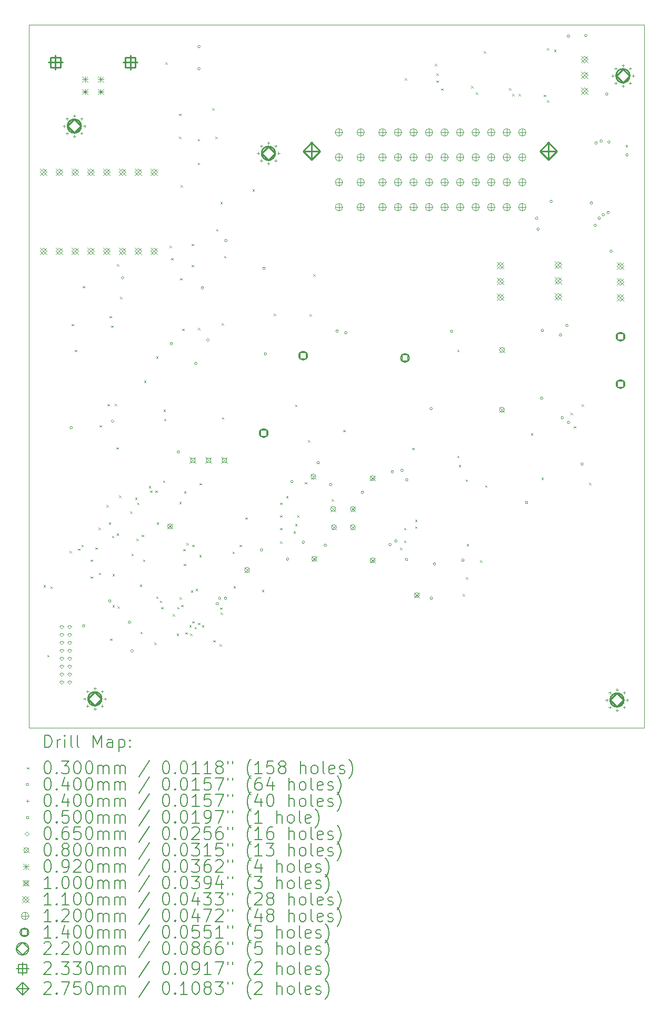
<source format=gbr>
%TF.GenerationSoftware,KiCad,Pcbnew,(6.0.7)*%
%TF.CreationDate,2022-10-10T22:00:29-03:00*%
%TF.ProjectId,uEFI_rev3,75454649-5f72-4657-9633-2e6b69636164,v3.0*%
%TF.SameCoordinates,Original*%
%TF.FileFunction,Drillmap*%
%TF.FilePolarity,Positive*%
%FSLAX45Y45*%
G04 Gerber Fmt 4.5, Leading zero omitted, Abs format (unit mm)*
G04 Created by KiCad (PCBNEW (6.0.7)) date 2022-10-10 22:00:29*
%MOMM*%
%LPD*%
G01*
G04 APERTURE LIST*
%ADD10C,0.050000*%
%ADD11C,0.200000*%
%ADD12C,0.030000*%
%ADD13C,0.040000*%
%ADD14C,0.065000*%
%ADD15C,0.080000*%
%ADD16C,0.092000*%
%ADD17C,0.100000*%
%ADD18C,0.110000*%
%ADD19C,0.120000*%
%ADD20C,0.140000*%
%ADD21C,0.220000*%
%ADD22C,0.233000*%
%ADD23C,0.275000*%
G04 APERTURE END LIST*
D10*
X5520000Y-4360000D02*
X15420000Y-4360000D01*
X15420000Y-4360000D02*
X15420000Y-15660000D01*
X15420000Y-15660000D02*
X5520000Y-15660000D01*
X5520000Y-15660000D02*
X5520000Y-4360000D01*
D11*
D12*
X5754699Y-13365000D02*
X5784699Y-13395000D01*
X5784699Y-13365000D02*
X5754699Y-13395000D01*
X5815000Y-14485000D02*
X5845000Y-14515000D01*
X5845000Y-14485000D02*
X5815000Y-14515000D01*
X5865000Y-13385000D02*
X5895000Y-13415000D01*
X5895000Y-13385000D02*
X5865000Y-13415000D01*
X6175000Y-12815000D02*
X6205000Y-12845000D01*
X6205000Y-12815000D02*
X6175000Y-12845000D01*
X6208000Y-9167100D02*
X6238000Y-9197100D01*
X6238000Y-9167100D02*
X6208000Y-9197100D01*
X6260000Y-9585000D02*
X6290000Y-9615000D01*
X6290000Y-9585000D02*
X6260000Y-9615000D01*
X6309850Y-12775000D02*
X6339850Y-12805000D01*
X6339850Y-12775000D02*
X6309850Y-12805000D01*
X6365000Y-12715000D02*
X6395000Y-12745000D01*
X6395000Y-12715000D02*
X6365000Y-12745000D01*
X6385000Y-8560000D02*
X6415000Y-8590000D01*
X6415000Y-8560000D02*
X6385000Y-8590000D01*
X6515000Y-12955000D02*
X6545000Y-12985000D01*
X6545000Y-12955000D02*
X6515000Y-12985000D01*
X6515000Y-13225000D02*
X6545000Y-13255000D01*
X6545000Y-13225000D02*
X6515000Y-13255000D01*
X6590000Y-12760000D02*
X6620000Y-12790000D01*
X6620000Y-12760000D02*
X6590000Y-12790000D01*
X6639800Y-12440000D02*
X6669800Y-12470000D01*
X6669800Y-12440000D02*
X6639800Y-12470000D01*
X6645000Y-13165000D02*
X6675000Y-13195000D01*
X6675000Y-13165000D02*
X6645000Y-13195000D01*
X6655000Y-10795000D02*
X6685000Y-10825000D01*
X6685000Y-10795000D02*
X6655000Y-10825000D01*
X6766800Y-12075400D02*
X6796800Y-12105400D01*
X6796800Y-12075400D02*
X6766800Y-12105400D01*
X6785000Y-10455000D02*
X6815000Y-10485000D01*
X6815000Y-10455000D02*
X6785000Y-10485000D01*
X6804900Y-12354800D02*
X6834900Y-12384800D01*
X6834900Y-12354800D02*
X6804900Y-12384800D01*
X6817600Y-9040100D02*
X6847600Y-9070100D01*
X6847600Y-9040100D02*
X6817600Y-9070100D01*
X6825000Y-14225000D02*
X6855000Y-14255000D01*
X6855000Y-14225000D02*
X6825000Y-14255000D01*
X6843000Y-9192500D02*
X6873000Y-9222500D01*
X6873000Y-9192500D02*
X6843000Y-9222500D01*
X6855700Y-12570700D02*
X6885700Y-12600700D01*
X6885700Y-12570700D02*
X6855700Y-12600700D01*
X6862650Y-13685000D02*
X6892650Y-13715000D01*
X6892650Y-13685000D02*
X6862650Y-13715000D01*
X6865000Y-13185000D02*
X6895000Y-13215000D01*
X6895000Y-13185000D02*
X6865000Y-13215000D01*
X6900000Y-10450000D02*
X6930000Y-10480000D01*
X6930000Y-10450000D02*
X6900000Y-10480000D01*
X6927900Y-11149360D02*
X6957900Y-11179360D01*
X6957900Y-11149360D02*
X6927900Y-11179360D01*
X6931900Y-12532600D02*
X6961900Y-12562600D01*
X6961900Y-12532600D02*
X6931900Y-12562600D01*
X6935000Y-8210000D02*
X6965000Y-8240000D01*
X6965000Y-8210000D02*
X6935000Y-8240000D01*
X6945000Y-13705000D02*
X6975000Y-13735000D01*
X6975000Y-13705000D02*
X6945000Y-13735000D01*
X6970000Y-11923000D02*
X7000000Y-11953000D01*
X7000000Y-11923000D02*
X6970000Y-11953000D01*
X6985000Y-8735000D02*
X7015000Y-8765000D01*
X7015000Y-8735000D02*
X6985000Y-8765000D01*
X7150000Y-12180000D02*
X7180000Y-12210000D01*
X7180000Y-12180000D02*
X7150000Y-12210000D01*
X7170000Y-12860000D02*
X7200000Y-12890000D01*
X7200000Y-12860000D02*
X7170000Y-12890000D01*
X7226641Y-11958580D02*
X7256641Y-11988580D01*
X7256641Y-11958580D02*
X7226641Y-11988580D01*
X7250000Y-12620000D02*
X7280000Y-12650000D01*
X7280000Y-12620000D02*
X7250000Y-12650000D01*
X7262100Y-12037300D02*
X7292100Y-12067300D01*
X7292100Y-12037300D02*
X7262100Y-12067300D01*
X7305000Y-13355000D02*
X7335000Y-13385000D01*
X7335000Y-13355000D02*
X7305000Y-13385000D01*
X7312900Y-14115000D02*
X7342900Y-14145000D01*
X7342900Y-14115000D02*
X7312900Y-14145000D01*
X7334235Y-12555765D02*
X7364235Y-12585765D01*
X7364235Y-12555765D02*
X7334235Y-12585765D01*
X7355000Y-12955000D02*
X7385000Y-12985000D01*
X7385000Y-12955000D02*
X7355000Y-12985000D01*
X7370360Y-10081080D02*
X7400360Y-10111080D01*
X7400360Y-10081080D02*
X7370360Y-10111080D01*
X7449250Y-11770600D02*
X7479250Y-11800600D01*
X7479250Y-11770600D02*
X7449250Y-11800600D01*
X7469771Y-11842894D02*
X7499771Y-11872894D01*
X7499771Y-11842894D02*
X7469771Y-11872894D01*
X7535000Y-14285000D02*
X7565000Y-14315000D01*
X7565000Y-14285000D02*
X7535000Y-14315000D01*
X7554172Y-11843558D02*
X7584172Y-11873558D01*
X7584172Y-11843558D02*
X7554172Y-11873558D01*
X7565000Y-13545000D02*
X7595000Y-13575000D01*
X7595000Y-13545000D02*
X7565000Y-13575000D01*
X7566900Y-9687800D02*
X7596900Y-9717800D01*
X7596900Y-9687800D02*
X7566900Y-9717800D01*
X7575157Y-12354843D02*
X7605157Y-12384843D01*
X7605157Y-12354843D02*
X7575157Y-12384843D01*
X7625000Y-13615000D02*
X7655000Y-13645000D01*
X7655000Y-13615000D02*
X7625000Y-13645000D01*
X7645000Y-13715000D02*
X7675000Y-13745000D01*
X7675000Y-13715000D02*
X7645000Y-13745000D01*
X7675350Y-11681700D02*
X7705350Y-11711700D01*
X7705350Y-11681700D02*
X7675350Y-11711700D01*
X7685000Y-10545000D02*
X7715000Y-10575000D01*
X7715000Y-10545000D02*
X7685000Y-10575000D01*
X7693900Y-10691100D02*
X7723900Y-10721100D01*
X7723900Y-10691100D02*
X7693900Y-10721100D01*
X7715000Y-4965000D02*
X7745000Y-4995000D01*
X7745000Y-4965000D02*
X7715000Y-4995000D01*
X7785000Y-7910000D02*
X7815000Y-7940000D01*
X7815000Y-7910000D02*
X7785000Y-7940000D01*
X7810000Y-8110000D02*
X7840000Y-8140000D01*
X7840000Y-8110000D02*
X7810000Y-8140000D01*
X7833600Y-13828000D02*
X7863600Y-13858000D01*
X7863600Y-13828000D02*
X7833600Y-13858000D01*
X7897132Y-14141166D02*
X7927132Y-14171166D01*
X7927132Y-14141166D02*
X7897132Y-14171166D01*
X7903950Y-13713700D02*
X7933950Y-13743700D01*
X7933950Y-13713700D02*
X7903950Y-13743700D01*
X7935200Y-5788900D02*
X7965200Y-5818900D01*
X7965200Y-5788900D02*
X7935200Y-5818900D01*
X7935200Y-6157200D02*
X7965200Y-6187200D01*
X7965200Y-6157200D02*
X7935200Y-6187200D01*
X7938550Y-12027782D02*
X7968550Y-12057782D01*
X7968550Y-12027782D02*
X7938550Y-12057782D01*
X7942650Y-13560000D02*
X7972650Y-13590000D01*
X7972650Y-13560000D02*
X7942650Y-13590000D01*
X7954300Y-8430500D02*
X7984300Y-8460500D01*
X7984300Y-8430500D02*
X7954300Y-8460500D01*
X7960600Y-6939520D02*
X7990600Y-6969520D01*
X7990600Y-6939520D02*
X7960600Y-6969520D01*
X7971225Y-13680208D02*
X8001225Y-13710208D01*
X8001225Y-13680208D02*
X7971225Y-13710208D01*
X7986000Y-9243300D02*
X8016000Y-9273300D01*
X8016000Y-9243300D02*
X7986000Y-9273300D01*
X8005157Y-12784843D02*
X8035157Y-12814843D01*
X8035157Y-12784843D02*
X8005157Y-12814843D01*
X8010000Y-13020000D02*
X8040000Y-13050000D01*
X8040000Y-13020000D02*
X8010000Y-13050000D01*
X8015000Y-11855000D02*
X8045000Y-11885000D01*
X8045000Y-11855000D02*
X8015000Y-11885000D01*
X8036800Y-14120100D02*
X8066800Y-14150100D01*
X8066800Y-14120100D02*
X8036800Y-14150100D01*
X8055000Y-12685000D02*
X8085000Y-12715000D01*
X8085000Y-12685000D02*
X8055000Y-12715000D01*
X8100300Y-14005800D02*
X8130300Y-14035800D01*
X8130300Y-14005800D02*
X8100300Y-14035800D01*
X8113000Y-14142150D02*
X8143000Y-14172150D01*
X8143000Y-14142150D02*
X8113000Y-14172150D01*
X8125767Y-13450767D02*
X8155767Y-13480767D01*
X8155767Y-13450767D02*
X8125767Y-13480767D01*
X8139000Y-7881840D02*
X8169000Y-7911840D01*
X8169000Y-7881840D02*
X8139000Y-7911840D01*
X8139000Y-8221840D02*
X8169000Y-8251840D01*
X8169000Y-8221840D02*
X8139000Y-8251840D01*
X8145000Y-12715000D02*
X8175000Y-12745000D01*
X8175000Y-12715000D02*
X8145000Y-12745000D01*
X8145390Y-13945680D02*
X8175390Y-13975680D01*
X8175390Y-13945680D02*
X8145390Y-13975680D01*
X8184757Y-14036848D02*
X8214757Y-14066848D01*
X8214757Y-14036848D02*
X8184757Y-14066848D01*
X8201900Y-13421600D02*
X8231900Y-13451600D01*
X8231900Y-13421600D02*
X8201900Y-13451600D01*
X8234920Y-6197840D02*
X8264920Y-6227840D01*
X8264920Y-6197840D02*
X8234920Y-6227840D01*
X8234920Y-6578840D02*
X8264920Y-6608840D01*
X8264920Y-6578840D02*
X8234920Y-6608840D01*
X8240000Y-9230600D02*
X8270000Y-9260600D01*
X8270000Y-9230600D02*
X8240000Y-9260600D01*
X8240000Y-13967700D02*
X8270000Y-13997700D01*
X8270000Y-13967700D02*
X8240000Y-13997700D01*
X8259846Y-12881619D02*
X8289846Y-12911619D01*
X8289846Y-12881619D02*
X8259846Y-12911619D01*
X8265000Y-11725000D02*
X8295000Y-11755000D01*
X8295000Y-11725000D02*
X8265000Y-11755000D01*
X8304775Y-14005801D02*
X8334775Y-14035801D01*
X8334775Y-14005801D02*
X8304775Y-14035801D01*
X8468600Y-5700000D02*
X8498600Y-5730000D01*
X8498600Y-5700000D02*
X8468600Y-5730000D01*
X8485000Y-14247452D02*
X8515000Y-14277452D01*
X8515000Y-14247452D02*
X8485000Y-14277452D01*
X8519400Y-6157200D02*
X8549400Y-6187200D01*
X8549400Y-6157200D02*
X8519400Y-6187200D01*
X8532100Y-7643100D02*
X8562100Y-7673100D01*
X8562100Y-7643100D02*
X8532100Y-7673100D01*
X8585000Y-14312650D02*
X8615000Y-14342650D01*
X8615000Y-14312650D02*
X8585000Y-14342650D01*
X8595000Y-13725000D02*
X8625000Y-13755000D01*
X8625000Y-13725000D02*
X8595000Y-13755000D01*
X8600680Y-7208760D02*
X8630680Y-7238760D01*
X8630680Y-7208760D02*
X8600680Y-7238760D01*
X8604235Y-13805765D02*
X8634235Y-13835765D01*
X8634235Y-13805765D02*
X8604235Y-13835765D01*
X8621000Y-9154400D02*
X8651000Y-9184400D01*
X8651000Y-9154400D02*
X8621000Y-9184400D01*
X8625400Y-10665700D02*
X8655400Y-10695700D01*
X8655400Y-10665700D02*
X8625400Y-10695700D01*
X8659100Y-8074900D02*
X8689100Y-8104900D01*
X8689100Y-8074900D02*
X8659100Y-8104900D01*
X8794624Y-12824623D02*
X8824624Y-12854623D01*
X8824624Y-12824623D02*
X8794624Y-12854623D01*
X8810000Y-13380000D02*
X8840000Y-13410000D01*
X8840000Y-13380000D02*
X8810000Y-13410000D01*
X8910000Y-12717250D02*
X8940000Y-12747250D01*
X8940000Y-12717250D02*
X8910000Y-12747250D01*
X9000000Y-12275000D02*
X9030000Y-12305000D01*
X9030000Y-12275000D02*
X9000000Y-12305000D01*
X9115000Y-7005000D02*
X9145000Y-7035000D01*
X9145000Y-7005000D02*
X9115000Y-7035000D01*
X9270000Y-13440000D02*
X9300000Y-13470000D01*
X9300000Y-13440000D02*
X9270000Y-13470000D01*
X9459200Y-9002000D02*
X9489200Y-9032000D01*
X9489200Y-9002000D02*
X9459200Y-9032000D01*
X9560800Y-12037300D02*
X9590800Y-12067300D01*
X9590800Y-12037300D02*
X9560800Y-12067300D01*
X9560800Y-12240500D02*
X9590800Y-12270500D01*
X9590800Y-12240500D02*
X9560800Y-12270500D01*
X9560800Y-12443700D02*
X9590800Y-12473700D01*
X9590800Y-12443700D02*
X9560800Y-12473700D01*
X9560800Y-12659600D02*
X9590800Y-12689600D01*
X9590800Y-12659600D02*
X9560800Y-12689600D01*
X9660000Y-11935000D02*
X9690000Y-11965000D01*
X9690000Y-11935000D02*
X9660000Y-11965000D01*
X9776700Y-12501310D02*
X9806700Y-12531310D01*
X9806700Y-12501310D02*
X9776700Y-12531310D01*
X9802100Y-10462500D02*
X9832100Y-10492500D01*
X9832100Y-10462500D02*
X9802100Y-10492500D01*
X9802100Y-12380200D02*
X9832100Y-12410200D01*
X9832100Y-12380200D02*
X9802100Y-12410200D01*
X9835000Y-12242230D02*
X9865000Y-12272230D01*
X9865000Y-12242230D02*
X9835000Y-12272230D01*
X9960000Y-11710000D02*
X9990000Y-11740000D01*
X9990000Y-11710000D02*
X9960000Y-11740000D01*
X10010000Y-11035000D02*
X10040000Y-11065000D01*
X10040000Y-11035000D02*
X10010000Y-11065000D01*
X10035000Y-9010000D02*
X10065000Y-9040000D01*
X10065000Y-9010000D02*
X10035000Y-9040000D01*
X10094200Y-8367000D02*
X10124200Y-8397000D01*
X10124200Y-8367000D02*
X10094200Y-8397000D01*
X10391380Y-11984554D02*
X10421380Y-12014554D01*
X10421380Y-11984554D02*
X10391380Y-12014554D01*
X10576800Y-10868900D02*
X10606800Y-10898900D01*
X10606800Y-10868900D02*
X10576800Y-10898900D01*
X11491200Y-12761200D02*
X11521200Y-12791200D01*
X11521200Y-12761200D02*
X11491200Y-12791200D01*
X11554700Y-12443700D02*
X11584700Y-12473700D01*
X11584700Y-12443700D02*
X11554700Y-12473700D01*
X11554700Y-12646900D02*
X11584700Y-12676900D01*
X11584700Y-12646900D02*
X11554700Y-12676900D01*
X11567400Y-5217400D02*
X11597400Y-5247400D01*
X11597400Y-5217400D02*
X11567400Y-5247400D01*
X11685000Y-11160000D02*
X11715000Y-11190000D01*
X11715000Y-11160000D02*
X11685000Y-11190000D01*
X11732500Y-12313230D02*
X11762500Y-12343230D01*
X11762500Y-12313230D02*
X11732500Y-12343230D01*
X11732500Y-12418300D02*
X11762500Y-12448300D01*
X11762500Y-12418300D02*
X11732500Y-12448300D01*
X12050000Y-4988800D02*
X12080000Y-5018800D01*
X12080000Y-4988800D02*
X12050000Y-5018800D01*
X12075400Y-5141200D02*
X12105400Y-5171200D01*
X12105400Y-5141200D02*
X12075400Y-5171200D01*
X12075400Y-5255500D02*
X12105400Y-5285500D01*
X12105400Y-5255500D02*
X12075400Y-5285500D01*
X12151600Y-5382500D02*
X12181600Y-5412500D01*
X12181600Y-5382500D02*
X12151600Y-5412500D01*
X12410000Y-9585000D02*
X12440000Y-9615000D01*
X12440000Y-9585000D02*
X12410000Y-9615000D01*
X12410000Y-11285000D02*
X12440000Y-11315000D01*
X12440000Y-11285000D02*
X12410000Y-11315000D01*
X12435000Y-11435000D02*
X12465000Y-11465000D01*
X12465000Y-11435000D02*
X12435000Y-11465000D01*
X12498100Y-13505800D02*
X12528100Y-13535800D01*
X12528100Y-13505800D02*
X12498100Y-13535800D01*
X12545000Y-11665000D02*
X12575000Y-11695000D01*
X12575000Y-11665000D02*
X12545000Y-11695000D01*
X12548900Y-13239100D02*
X12578900Y-13269100D01*
X12578900Y-13239100D02*
X12548900Y-13269100D01*
X12561600Y-12705700D02*
X12591600Y-12735700D01*
X12591600Y-12705700D02*
X12561600Y-12735700D01*
X12634200Y-5344400D02*
X12664200Y-5374400D01*
X12664200Y-5344400D02*
X12634200Y-5374400D01*
X12710400Y-5446000D02*
X12740400Y-5476000D01*
X12740400Y-5446000D02*
X12710400Y-5476000D01*
X12775900Y-12965200D02*
X12805900Y-12995200D01*
X12805900Y-12965200D02*
X12775900Y-12995200D01*
X12837400Y-4785600D02*
X12867400Y-4815600D01*
X12867400Y-4785600D02*
X12837400Y-4815600D01*
X12860000Y-11760000D02*
X12890000Y-11790000D01*
X12890000Y-11760000D02*
X12860000Y-11790000D01*
X13243800Y-5381650D02*
X13273800Y-5411650D01*
X13273800Y-5381650D02*
X13243800Y-5411650D01*
X13294600Y-5471400D02*
X13324600Y-5501400D01*
X13324600Y-5471400D02*
X13294600Y-5501400D01*
X13396200Y-5471400D02*
X13426200Y-5501400D01*
X13426200Y-5471400D02*
X13396200Y-5501400D01*
X13595250Y-10925000D02*
X13625250Y-10955000D01*
X13625250Y-10925000D02*
X13595250Y-10955000D01*
X13765000Y-11635000D02*
X13795000Y-11665000D01*
X13795000Y-11635000D02*
X13765000Y-11665000D01*
X13802600Y-5484100D02*
X13832600Y-5514100D01*
X13832600Y-5484100D02*
X13802600Y-5514100D01*
X13853400Y-4734800D02*
X13883400Y-4764800D01*
X13883400Y-4734800D02*
X13853400Y-4764800D01*
X13853400Y-5573000D02*
X13883400Y-5603000D01*
X13883400Y-5573000D02*
X13853400Y-5603000D01*
X13967700Y-4760200D02*
X13997700Y-4790200D01*
X13997700Y-4760200D02*
X13967700Y-4790200D01*
X14235000Y-10597350D02*
X14265000Y-10627350D01*
X14265000Y-10597350D02*
X14235000Y-10627350D01*
X14285000Y-10810000D02*
X14315000Y-10840000D01*
X14315000Y-10810000D02*
X14285000Y-10840000D01*
X14410000Y-10460000D02*
X14440000Y-10490000D01*
X14440000Y-10460000D02*
X14410000Y-10490000D01*
X14530000Y-11720000D02*
X14560000Y-11750000D01*
X14560000Y-11720000D02*
X14530000Y-11750000D01*
X15119850Y-6295000D02*
X15149850Y-6325000D01*
X15149850Y-6295000D02*
X15119850Y-6325000D01*
D13*
X6220000Y-10835000D02*
G75*
G03*
X6220000Y-10835000I-20000J0D01*
G01*
X6420000Y-14019999D02*
G75*
G03*
X6420000Y-14019999I-20000J0D01*
G01*
X6840000Y-13620000D02*
G75*
G03*
X6840000Y-13620000I-20000J0D01*
G01*
X6885000Y-10730000D02*
G75*
G03*
X6885000Y-10730000I-20000J0D01*
G01*
X7048180Y-8425180D02*
G75*
G03*
X7048180Y-8425180I-20000J0D01*
G01*
X7160000Y-13960000D02*
G75*
G03*
X7160000Y-13960000I-20000J0D01*
G01*
X7199500Y-14420500D02*
G75*
G03*
X7199500Y-14420500I-20000J0D01*
G01*
X7830500Y-9486900D02*
G75*
G03*
X7830500Y-9486900I-20000J0D01*
G01*
X7944800Y-11226800D02*
G75*
G03*
X7944800Y-11226800I-20000J0D01*
G01*
X8224200Y-9804400D02*
G75*
G03*
X8224200Y-9804400I-20000J0D01*
G01*
X8275000Y-4711700D02*
G75*
G03*
X8275000Y-4711700I-20000J0D01*
G01*
X8275000Y-5067300D02*
G75*
G03*
X8275000Y-5067300I-20000J0D01*
G01*
X8330880Y-8587740D02*
G75*
G03*
X8330880Y-8587740I-20000J0D01*
G01*
X8420000Y-9425000D02*
G75*
G03*
X8420000Y-9425000I-20000J0D01*
G01*
X8569790Y-13662350D02*
G75*
G03*
X8569790Y-13662350I-20000J0D01*
G01*
X8607263Y-13574374D02*
G75*
G03*
X8607263Y-13574374I-20000J0D01*
G01*
X8702410Y-13575140D02*
G75*
G03*
X8702410Y-13575140I-20000J0D01*
G01*
X8709340Y-7828280D02*
G75*
G03*
X8709340Y-7828280I-20000J0D01*
G01*
X9280000Y-12800000D02*
G75*
G03*
X9280000Y-12800000I-20000J0D01*
G01*
X9320000Y-8275000D02*
G75*
G03*
X9320000Y-8275000I-20000J0D01*
G01*
X9345000Y-9650000D02*
G75*
G03*
X9345000Y-9650000I-20000J0D01*
G01*
X9699940Y-12946380D02*
G75*
G03*
X9699940Y-12946380I-20000J0D01*
G01*
X9770000Y-11700000D02*
G75*
G03*
X9770000Y-11700000I-20000J0D01*
G01*
X9953940Y-12674600D02*
G75*
G03*
X9953940Y-12674600I-20000J0D01*
G01*
X10191450Y-11397198D02*
G75*
G03*
X10191450Y-11397198I-20000J0D01*
G01*
X10307000Y-12725400D02*
G75*
G03*
X10307000Y-12725400I-20000J0D01*
G01*
X10393418Y-11750966D02*
G75*
G03*
X10393418Y-11750966I-20000J0D01*
G01*
X10497500Y-9283700D02*
G75*
G03*
X10497500Y-9283700I-20000J0D01*
G01*
X10637200Y-9308250D02*
G75*
G03*
X10637200Y-9308250I-20000J0D01*
G01*
X10903900Y-11874500D02*
G75*
G03*
X10903900Y-11874500I-20000J0D01*
G01*
X11348400Y-12712700D02*
G75*
G03*
X11348400Y-12712700I-20000J0D01*
G01*
X11386500Y-11544300D02*
G75*
G03*
X11386500Y-11544300I-20000J0D01*
G01*
X11442299Y-12655929D02*
G75*
G03*
X11442299Y-12655929I-20000J0D01*
G01*
X11541440Y-11521440D02*
G75*
G03*
X11541440Y-11521440I-20000J0D01*
G01*
X11615100Y-12951460D02*
G75*
G03*
X11615100Y-12951460I-20000J0D01*
G01*
X11617640Y-11671300D02*
G75*
G03*
X11617640Y-11671300I-20000J0D01*
G01*
X12008800Y-10528300D02*
G75*
G03*
X12008800Y-10528300I-20000J0D01*
G01*
X12012400Y-13571600D02*
G75*
G03*
X12012400Y-13571600I-20000J0D01*
G01*
X12063200Y-13025500D02*
G75*
G03*
X12063200Y-13025500I-20000J0D01*
G01*
X12339000Y-9283700D02*
G75*
G03*
X12339000Y-9283700I-20000J0D01*
G01*
X12520400Y-12962000D02*
G75*
G03*
X12520400Y-12962000I-20000J0D01*
G01*
X13708357Y-7469843D02*
G75*
G03*
X13708357Y-7469843I-20000J0D01*
G01*
X13730774Y-7644697D02*
G75*
G03*
X13730774Y-7644697I-20000J0D01*
G01*
X13786800Y-10363200D02*
G75*
G03*
X13786800Y-10363200I-20000J0D01*
G01*
X13799500Y-9271000D02*
G75*
G03*
X13799500Y-9271000I-20000J0D01*
G01*
X13940000Y-7200000D02*
G75*
G03*
X13940000Y-7200000I-20000J0D01*
G01*
X14091600Y-9347200D02*
G75*
G03*
X14091600Y-9347200I-20000J0D01*
G01*
X14120000Y-10675000D02*
G75*
G03*
X14120000Y-10675000I-20000J0D01*
G01*
X14193200Y-9194800D02*
G75*
G03*
X14193200Y-9194800I-20000J0D01*
G01*
X14218600Y-4546600D02*
G75*
G03*
X14218600Y-4546600I-20000J0D01*
G01*
X14220000Y-10750000D02*
G75*
G03*
X14220000Y-10750000I-20000J0D01*
G01*
X14438143Y-11418143D02*
G75*
G03*
X14438143Y-11418143I-20000J0D01*
G01*
X14498000Y-4533900D02*
G75*
G03*
X14498000Y-4533900I-20000J0D01*
G01*
X14587750Y-7226300D02*
G75*
G03*
X14587750Y-7226300I-20000J0D01*
G01*
X14648751Y-7581900D02*
G75*
G03*
X14648751Y-7581900I-20000J0D01*
G01*
X14665000Y-6260000D02*
G75*
G03*
X14665000Y-6260000I-20000J0D01*
G01*
X14713901Y-7467600D02*
G75*
G03*
X14713901Y-7467600I-20000J0D01*
G01*
X14745000Y-6230000D02*
G75*
G03*
X14745000Y-6230000I-20000J0D01*
G01*
X14780392Y-7414406D02*
G75*
G03*
X14780392Y-7414406I-20000J0D01*
G01*
X14834422Y-5476628D02*
G75*
G03*
X14834422Y-5476628I-20000J0D01*
G01*
X14857074Y-7377387D02*
G75*
G03*
X14857074Y-7377387I-20000J0D01*
G01*
X14870000Y-6245000D02*
G75*
G03*
X14870000Y-6245000I-20000J0D01*
G01*
X14904400Y-8001000D02*
G75*
G03*
X14904400Y-8001000I-20000J0D01*
G01*
X15159850Y-6451600D02*
G75*
G03*
X15159850Y-6451600I-20000J0D01*
G01*
X6085000Y-5970000D02*
X6085000Y-6010000D01*
X6065000Y-5990000D02*
X6105000Y-5990000D01*
X6133327Y-5853327D02*
X6133327Y-5893327D01*
X6113327Y-5873327D02*
X6153327Y-5873327D01*
X6133327Y-6086673D02*
X6133327Y-6126673D01*
X6113327Y-6106673D02*
X6153327Y-6106673D01*
X6250000Y-5805000D02*
X6250000Y-5845000D01*
X6230000Y-5825000D02*
X6270000Y-5825000D01*
X6250000Y-6135000D02*
X6250000Y-6175000D01*
X6230000Y-6155000D02*
X6270000Y-6155000D01*
X6366673Y-5853327D02*
X6366673Y-5893327D01*
X6346673Y-5873327D02*
X6386673Y-5873327D01*
X6366673Y-6086673D02*
X6366673Y-6126673D01*
X6346673Y-6106673D02*
X6386673Y-6106673D01*
X6415000Y-5970000D02*
X6415000Y-6010000D01*
X6395000Y-5990000D02*
X6435000Y-5990000D01*
X6415000Y-15170000D02*
X6415000Y-15210000D01*
X6395000Y-15190000D02*
X6435000Y-15190000D01*
X6463327Y-15053327D02*
X6463327Y-15093327D01*
X6443327Y-15073327D02*
X6483327Y-15073327D01*
X6463327Y-15286673D02*
X6463327Y-15326673D01*
X6443327Y-15306673D02*
X6483327Y-15306673D01*
X6580000Y-15005000D02*
X6580000Y-15045000D01*
X6560000Y-15025000D02*
X6600000Y-15025000D01*
X6580000Y-15335000D02*
X6580000Y-15375000D01*
X6560000Y-15355000D02*
X6600000Y-15355000D01*
X6696673Y-15053327D02*
X6696673Y-15093327D01*
X6676673Y-15073327D02*
X6716673Y-15073327D01*
X6696673Y-15286673D02*
X6696673Y-15326673D01*
X6676673Y-15306673D02*
X6716673Y-15306673D01*
X6745000Y-15170000D02*
X6745000Y-15210000D01*
X6725000Y-15190000D02*
X6765000Y-15190000D01*
X9207600Y-6406200D02*
X9207600Y-6446200D01*
X9187600Y-6426200D02*
X9227600Y-6426200D01*
X9255927Y-6289527D02*
X9255927Y-6329527D01*
X9235927Y-6309527D02*
X9275927Y-6309527D01*
X9255927Y-6522873D02*
X9255927Y-6562873D01*
X9235927Y-6542873D02*
X9275927Y-6542873D01*
X9372600Y-6241200D02*
X9372600Y-6281200D01*
X9352600Y-6261200D02*
X9392600Y-6261200D01*
X9372600Y-6571200D02*
X9372600Y-6611200D01*
X9352600Y-6591200D02*
X9392600Y-6591200D01*
X9489273Y-6289527D02*
X9489273Y-6329527D01*
X9469273Y-6309527D02*
X9509273Y-6309527D01*
X9489273Y-6522873D02*
X9489273Y-6562873D01*
X9469273Y-6542873D02*
X9509273Y-6542873D01*
X9537600Y-6406200D02*
X9537600Y-6446200D01*
X9517600Y-6426200D02*
X9557600Y-6426200D01*
X14815000Y-15190000D02*
X14815000Y-15230000D01*
X14795000Y-15210000D02*
X14835000Y-15210000D01*
X14863327Y-15073327D02*
X14863327Y-15113327D01*
X14843327Y-15093327D02*
X14883327Y-15093327D01*
X14863327Y-15306673D02*
X14863327Y-15346673D01*
X14843327Y-15326673D02*
X14883327Y-15326673D01*
X14909900Y-5161600D02*
X14909900Y-5201600D01*
X14889900Y-5181600D02*
X14929900Y-5181600D01*
X14958227Y-5044927D02*
X14958227Y-5084927D01*
X14938227Y-5064927D02*
X14978227Y-5064927D01*
X14958227Y-5278273D02*
X14958227Y-5318273D01*
X14938227Y-5298273D02*
X14978227Y-5298273D01*
X14980000Y-15025000D02*
X14980000Y-15065000D01*
X14960000Y-15045000D02*
X15000000Y-15045000D01*
X14980000Y-15355000D02*
X14980000Y-15395000D01*
X14960000Y-15375000D02*
X15000000Y-15375000D01*
X15074900Y-4996600D02*
X15074900Y-5036600D01*
X15054900Y-5016600D02*
X15094900Y-5016600D01*
X15074900Y-5326600D02*
X15074900Y-5366600D01*
X15054900Y-5346600D02*
X15094900Y-5346600D01*
X15096673Y-15073327D02*
X15096673Y-15113327D01*
X15076673Y-15093327D02*
X15116673Y-15093327D01*
X15096673Y-15306673D02*
X15096673Y-15346673D01*
X15076673Y-15326673D02*
X15116673Y-15326673D01*
X15145000Y-15190000D02*
X15145000Y-15230000D01*
X15125000Y-15210000D02*
X15165000Y-15210000D01*
X15191573Y-5044927D02*
X15191573Y-5084927D01*
X15171573Y-5064927D02*
X15211573Y-5064927D01*
X15191573Y-5278273D02*
X15191573Y-5318273D01*
X15171573Y-5298273D02*
X15211573Y-5298273D01*
X15239900Y-5161600D02*
X15239900Y-5201600D01*
X15219900Y-5181600D02*
X15259900Y-5181600D01*
D10*
X13537678Y-12047678D02*
X13537678Y-12012322D01*
X13502322Y-12012322D01*
X13502322Y-12047678D01*
X13537678Y-12047678D01*
D14*
X6043000Y-14067500D02*
X6075500Y-14035000D01*
X6043000Y-14002500D01*
X6010500Y-14035000D01*
X6043000Y-14067500D01*
X6043000Y-14194500D02*
X6075500Y-14162000D01*
X6043000Y-14129500D01*
X6010500Y-14162000D01*
X6043000Y-14194500D01*
X6043000Y-14321500D02*
X6075500Y-14289000D01*
X6043000Y-14256500D01*
X6010500Y-14289000D01*
X6043000Y-14321500D01*
X6043000Y-14448500D02*
X6075500Y-14416000D01*
X6043000Y-14383500D01*
X6010500Y-14416000D01*
X6043000Y-14448500D01*
X6043000Y-14575500D02*
X6075500Y-14543000D01*
X6043000Y-14510500D01*
X6010500Y-14543000D01*
X6043000Y-14575500D01*
X6043000Y-14702500D02*
X6075500Y-14670000D01*
X6043000Y-14637500D01*
X6010500Y-14670000D01*
X6043000Y-14702500D01*
X6043000Y-14829500D02*
X6075500Y-14797000D01*
X6043000Y-14764500D01*
X6010500Y-14797000D01*
X6043000Y-14829500D01*
X6043000Y-14956500D02*
X6075500Y-14924000D01*
X6043000Y-14891500D01*
X6010500Y-14924000D01*
X6043000Y-14956500D01*
X6170000Y-14067500D02*
X6202500Y-14035000D01*
X6170000Y-14002500D01*
X6137500Y-14035000D01*
X6170000Y-14067500D01*
X6170000Y-14194500D02*
X6202500Y-14162000D01*
X6170000Y-14129500D01*
X6137500Y-14162000D01*
X6170000Y-14194500D01*
X6170000Y-14321500D02*
X6202500Y-14289000D01*
X6170000Y-14256500D01*
X6137500Y-14289000D01*
X6170000Y-14321500D01*
X6170000Y-14448500D02*
X6202500Y-14416000D01*
X6170000Y-14383500D01*
X6137500Y-14416000D01*
X6170000Y-14448500D01*
X6170000Y-14575500D02*
X6202500Y-14543000D01*
X6170000Y-14510500D01*
X6137500Y-14543000D01*
X6170000Y-14575500D01*
X6170000Y-14702500D02*
X6202500Y-14670000D01*
X6170000Y-14637500D01*
X6137500Y-14670000D01*
X6170000Y-14702500D01*
X6170000Y-14829500D02*
X6202500Y-14797000D01*
X6170000Y-14764500D01*
X6137500Y-14797000D01*
X6170000Y-14829500D01*
X6170000Y-14956500D02*
X6202500Y-14924000D01*
X6170000Y-14891500D01*
X6137500Y-14924000D01*
X6170000Y-14956500D01*
D15*
X7750000Y-12380000D02*
X7830000Y-12460000D01*
X7830000Y-12380000D02*
X7750000Y-12460000D01*
X7830000Y-12420000D02*
G75*
G03*
X7830000Y-12420000I-40000J0D01*
G01*
X8989700Y-13079100D02*
X9069700Y-13159100D01*
X9069700Y-13079100D02*
X8989700Y-13159100D01*
X9069700Y-13119100D02*
G75*
G03*
X9069700Y-13119100I-40000J0D01*
G01*
X10056500Y-11580500D02*
X10136500Y-11660500D01*
X10136500Y-11580500D02*
X10056500Y-11660500D01*
X10136500Y-11620500D02*
G75*
G03*
X10136500Y-11620500I-40000J0D01*
G01*
X10069200Y-12901300D02*
X10149200Y-12981300D01*
X10149200Y-12901300D02*
X10069200Y-12981300D01*
X10149200Y-12941300D02*
G75*
G03*
X10149200Y-12941300I-40000J0D01*
G01*
X10374000Y-12101200D02*
X10454000Y-12181200D01*
X10454000Y-12101200D02*
X10374000Y-12181200D01*
X10454000Y-12141200D02*
G75*
G03*
X10454000Y-12141200I-40000J0D01*
G01*
X10386700Y-12393300D02*
X10466700Y-12473300D01*
X10466700Y-12393300D02*
X10386700Y-12473300D01*
X10466700Y-12433300D02*
G75*
G03*
X10466700Y-12433300I-40000J0D01*
G01*
X10691500Y-12101200D02*
X10771500Y-12181200D01*
X10771500Y-12101200D02*
X10691500Y-12181200D01*
X10771500Y-12141200D02*
G75*
G03*
X10771500Y-12141200I-40000J0D01*
G01*
X10691500Y-12393300D02*
X10771500Y-12473300D01*
X10771500Y-12393300D02*
X10691500Y-12473300D01*
X10771500Y-12433300D02*
G75*
G03*
X10771500Y-12433300I-40000J0D01*
G01*
X11009000Y-11605900D02*
X11089000Y-11685900D01*
X11089000Y-11605900D02*
X11009000Y-11685900D01*
X11089000Y-11645900D02*
G75*
G03*
X11089000Y-11645900I-40000J0D01*
G01*
X11009000Y-12926700D02*
X11089000Y-13006700D01*
X11089000Y-12926700D02*
X11009000Y-13006700D01*
X11089000Y-12966700D02*
G75*
G03*
X11089000Y-12966700I-40000J0D01*
G01*
X11720200Y-13485500D02*
X11800200Y-13565500D01*
X11800200Y-13485500D02*
X11720200Y-13565500D01*
X11800200Y-13525500D02*
G75*
G03*
X11800200Y-13525500I-40000J0D01*
G01*
X13089260Y-10506080D02*
X13169260Y-10586080D01*
X13169260Y-10506080D02*
X13089260Y-10586080D01*
X13169260Y-10546080D02*
G75*
G03*
X13169260Y-10546080I-40000J0D01*
G01*
X13091800Y-9545200D02*
X13171800Y-9625200D01*
X13171800Y-9545200D02*
X13091800Y-9625200D01*
X13171800Y-9585200D02*
G75*
G03*
X13171800Y-9585200I-40000J0D01*
G01*
D16*
X6378000Y-5191750D02*
X6470000Y-5283750D01*
X6470000Y-5191750D02*
X6378000Y-5283750D01*
X6424000Y-5191750D02*
X6424000Y-5283750D01*
X6378000Y-5237750D02*
X6470000Y-5237750D01*
X6378000Y-5391750D02*
X6470000Y-5483750D01*
X6470000Y-5391750D02*
X6378000Y-5483750D01*
X6424000Y-5391750D02*
X6424000Y-5483750D01*
X6378000Y-5437750D02*
X6470000Y-5437750D01*
X6628000Y-5191750D02*
X6720000Y-5283750D01*
X6720000Y-5191750D02*
X6628000Y-5283750D01*
X6674000Y-5191750D02*
X6674000Y-5283750D01*
X6628000Y-5237750D02*
X6720000Y-5237750D01*
X6628000Y-5391750D02*
X6720000Y-5483750D01*
X6720000Y-5391750D02*
X6628000Y-5483750D01*
X6674000Y-5391750D02*
X6674000Y-5483750D01*
X6628000Y-5437750D02*
X6720000Y-5437750D01*
D17*
X8103400Y-11303800D02*
X8203400Y-11403800D01*
X8203400Y-11303800D02*
X8103400Y-11403800D01*
X8188756Y-11389156D02*
X8188756Y-11318444D01*
X8118044Y-11318444D01*
X8118044Y-11389156D01*
X8188756Y-11389156D01*
X8357400Y-11303800D02*
X8457400Y-11403800D01*
X8457400Y-11303800D02*
X8357400Y-11403800D01*
X8442756Y-11389156D02*
X8442756Y-11318444D01*
X8372044Y-11318444D01*
X8372044Y-11389156D01*
X8442756Y-11389156D01*
X8611400Y-11303800D02*
X8711400Y-11403800D01*
X8711400Y-11303800D02*
X8611400Y-11403800D01*
X8696756Y-11389156D02*
X8696756Y-11318444D01*
X8626044Y-11318444D01*
X8626044Y-11389156D01*
X8696756Y-11389156D01*
D18*
X5696000Y-6670000D02*
X5806000Y-6780000D01*
X5806000Y-6670000D02*
X5696000Y-6780000D01*
X5751000Y-6780000D02*
X5806000Y-6725000D01*
X5751000Y-6670000D01*
X5696000Y-6725000D01*
X5751000Y-6780000D01*
X5696000Y-7940000D02*
X5806000Y-8050000D01*
X5806000Y-7940000D02*
X5696000Y-8050000D01*
X5751000Y-8050000D02*
X5806000Y-7995000D01*
X5751000Y-7940000D01*
X5696000Y-7995000D01*
X5751000Y-8050000D01*
X5950000Y-6670000D02*
X6060000Y-6780000D01*
X6060000Y-6670000D02*
X5950000Y-6780000D01*
X6005000Y-6780000D02*
X6060000Y-6725000D01*
X6005000Y-6670000D01*
X5950000Y-6725000D01*
X6005000Y-6780000D01*
X5950000Y-7940000D02*
X6060000Y-8050000D01*
X6060000Y-7940000D02*
X5950000Y-8050000D01*
X6005000Y-8050000D02*
X6060000Y-7995000D01*
X6005000Y-7940000D01*
X5950000Y-7995000D01*
X6005000Y-8050000D01*
X6204000Y-6670000D02*
X6314000Y-6780000D01*
X6314000Y-6670000D02*
X6204000Y-6780000D01*
X6259000Y-6780000D02*
X6314000Y-6725000D01*
X6259000Y-6670000D01*
X6204000Y-6725000D01*
X6259000Y-6780000D01*
X6204000Y-7940000D02*
X6314000Y-8050000D01*
X6314000Y-7940000D02*
X6204000Y-8050000D01*
X6259000Y-8050000D02*
X6314000Y-7995000D01*
X6259000Y-7940000D01*
X6204000Y-7995000D01*
X6259000Y-8050000D01*
X6458000Y-6670000D02*
X6568000Y-6780000D01*
X6568000Y-6670000D02*
X6458000Y-6780000D01*
X6513000Y-6780000D02*
X6568000Y-6725000D01*
X6513000Y-6670000D01*
X6458000Y-6725000D01*
X6513000Y-6780000D01*
X6458000Y-7940000D02*
X6568000Y-8050000D01*
X6568000Y-7940000D02*
X6458000Y-8050000D01*
X6513000Y-8050000D02*
X6568000Y-7995000D01*
X6513000Y-7940000D01*
X6458000Y-7995000D01*
X6513000Y-8050000D01*
X6712000Y-6670000D02*
X6822000Y-6780000D01*
X6822000Y-6670000D02*
X6712000Y-6780000D01*
X6767000Y-6780000D02*
X6822000Y-6725000D01*
X6767000Y-6670000D01*
X6712000Y-6725000D01*
X6767000Y-6780000D01*
X6712000Y-7940000D02*
X6822000Y-8050000D01*
X6822000Y-7940000D02*
X6712000Y-8050000D01*
X6767000Y-8050000D02*
X6822000Y-7995000D01*
X6767000Y-7940000D01*
X6712000Y-7995000D01*
X6767000Y-8050000D01*
X6966000Y-6670000D02*
X7076000Y-6780000D01*
X7076000Y-6670000D02*
X6966000Y-6780000D01*
X7021000Y-6780000D02*
X7076000Y-6725000D01*
X7021000Y-6670000D01*
X6966000Y-6725000D01*
X7021000Y-6780000D01*
X6966000Y-7940000D02*
X7076000Y-8050000D01*
X7076000Y-7940000D02*
X6966000Y-8050000D01*
X7021000Y-8050000D02*
X7076000Y-7995000D01*
X7021000Y-7940000D01*
X6966000Y-7995000D01*
X7021000Y-8050000D01*
X7220000Y-6670000D02*
X7330000Y-6780000D01*
X7330000Y-6670000D02*
X7220000Y-6780000D01*
X7275000Y-6780000D02*
X7330000Y-6725000D01*
X7275000Y-6670000D01*
X7220000Y-6725000D01*
X7275000Y-6780000D01*
X7220000Y-7940000D02*
X7330000Y-8050000D01*
X7330000Y-7940000D02*
X7220000Y-8050000D01*
X7275000Y-8050000D02*
X7330000Y-7995000D01*
X7275000Y-7940000D01*
X7220000Y-7995000D01*
X7275000Y-8050000D01*
X7474000Y-6670000D02*
X7584000Y-6780000D01*
X7584000Y-6670000D02*
X7474000Y-6780000D01*
X7529000Y-6780000D02*
X7584000Y-6725000D01*
X7529000Y-6670000D01*
X7474000Y-6725000D01*
X7529000Y-6780000D01*
X7474000Y-7940000D02*
X7584000Y-8050000D01*
X7584000Y-7940000D02*
X7474000Y-8050000D01*
X7529000Y-8050000D02*
X7584000Y-7995000D01*
X7529000Y-7940000D01*
X7474000Y-7995000D01*
X7529000Y-8050000D01*
X13044300Y-8174600D02*
X13154300Y-8284600D01*
X13154300Y-8174600D02*
X13044300Y-8284600D01*
X13099300Y-8284600D02*
X13154300Y-8229600D01*
X13099300Y-8174600D01*
X13044300Y-8229600D01*
X13099300Y-8284600D01*
X13044300Y-8428600D02*
X13154300Y-8538600D01*
X13154300Y-8428600D02*
X13044300Y-8538600D01*
X13099300Y-8538600D02*
X13154300Y-8483600D01*
X13099300Y-8428600D01*
X13044300Y-8483600D01*
X13099300Y-8538600D01*
X13044300Y-8682600D02*
X13154300Y-8792600D01*
X13154300Y-8682600D02*
X13044300Y-8792600D01*
X13099300Y-8792600D02*
X13154300Y-8737600D01*
X13099300Y-8682600D01*
X13044300Y-8737600D01*
X13099300Y-8792600D01*
X13976480Y-8161900D02*
X14086480Y-8271900D01*
X14086480Y-8161900D02*
X13976480Y-8271900D01*
X14031480Y-8271900D02*
X14086480Y-8216900D01*
X14031480Y-8161900D01*
X13976480Y-8216900D01*
X14031480Y-8271900D01*
X13976480Y-8415900D02*
X14086480Y-8525900D01*
X14086480Y-8415900D02*
X13976480Y-8525900D01*
X14031480Y-8525900D02*
X14086480Y-8470900D01*
X14031480Y-8415900D01*
X13976480Y-8470900D01*
X14031480Y-8525900D01*
X13976480Y-8669900D02*
X14086480Y-8779900D01*
X14086480Y-8669900D02*
X13976480Y-8779900D01*
X14031480Y-8779900D02*
X14086480Y-8724900D01*
X14031480Y-8669900D01*
X13976480Y-8724900D01*
X14031480Y-8779900D01*
X14397600Y-4859900D02*
X14507600Y-4969900D01*
X14507600Y-4859900D02*
X14397600Y-4969900D01*
X14452600Y-4969900D02*
X14507600Y-4914900D01*
X14452600Y-4859900D01*
X14397600Y-4914900D01*
X14452600Y-4969900D01*
X14397600Y-5113900D02*
X14507600Y-5223900D01*
X14507600Y-5113900D02*
X14397600Y-5223900D01*
X14452600Y-5223900D02*
X14507600Y-5168900D01*
X14452600Y-5113900D01*
X14397600Y-5168900D01*
X14452600Y-5223900D01*
X14397600Y-5367900D02*
X14507600Y-5477900D01*
X14507600Y-5367900D02*
X14397600Y-5477900D01*
X14452600Y-5477900D02*
X14507600Y-5422900D01*
X14452600Y-5367900D01*
X14397600Y-5422900D01*
X14452600Y-5477900D01*
X14976720Y-8184760D02*
X15086720Y-8294760D01*
X15086720Y-8184760D02*
X14976720Y-8294760D01*
X15031720Y-8294760D02*
X15086720Y-8239760D01*
X15031720Y-8184760D01*
X14976720Y-8239760D01*
X15031720Y-8294760D01*
X14976720Y-8438760D02*
X15086720Y-8548760D01*
X15086720Y-8438760D02*
X14976720Y-8548760D01*
X15031720Y-8548760D02*
X15086720Y-8493760D01*
X15031720Y-8438760D01*
X14976720Y-8493760D01*
X15031720Y-8548760D01*
X14976720Y-8692760D02*
X15086720Y-8802760D01*
X15086720Y-8692760D02*
X14976720Y-8802760D01*
X15031720Y-8802760D02*
X15086720Y-8747760D01*
X15031720Y-8692760D01*
X14976720Y-8747760D01*
X15031720Y-8802760D01*
D19*
X10506500Y-6031000D02*
X10506500Y-6151000D01*
X10446500Y-6091000D02*
X10566500Y-6091000D01*
X10566500Y-6091000D02*
G75*
G03*
X10566500Y-6091000I-60000J0D01*
G01*
X10506500Y-6431000D02*
X10506500Y-6551000D01*
X10446500Y-6491000D02*
X10566500Y-6491000D01*
X10566500Y-6491000D02*
G75*
G03*
X10566500Y-6491000I-60000J0D01*
G01*
X10506500Y-6831000D02*
X10506500Y-6951000D01*
X10446500Y-6891000D02*
X10566500Y-6891000D01*
X10566500Y-6891000D02*
G75*
G03*
X10566500Y-6891000I-60000J0D01*
G01*
X10506500Y-7231000D02*
X10506500Y-7351000D01*
X10446500Y-7291000D02*
X10566500Y-7291000D01*
X10566500Y-7291000D02*
G75*
G03*
X10566500Y-7291000I-60000J0D01*
G01*
X10856500Y-6031000D02*
X10856500Y-6151000D01*
X10796500Y-6091000D02*
X10916500Y-6091000D01*
X10916500Y-6091000D02*
G75*
G03*
X10916500Y-6091000I-60000J0D01*
G01*
X10856500Y-6431000D02*
X10856500Y-6551000D01*
X10796500Y-6491000D02*
X10916500Y-6491000D01*
X10916500Y-6491000D02*
G75*
G03*
X10916500Y-6491000I-60000J0D01*
G01*
X10856500Y-6831000D02*
X10856500Y-6951000D01*
X10796500Y-6891000D02*
X10916500Y-6891000D01*
X10916500Y-6891000D02*
G75*
G03*
X10916500Y-6891000I-60000J0D01*
G01*
X10856500Y-7231000D02*
X10856500Y-7351000D01*
X10796500Y-7291000D02*
X10916500Y-7291000D01*
X10916500Y-7291000D02*
G75*
G03*
X10916500Y-7291000I-60000J0D01*
G01*
X11206500Y-6031000D02*
X11206500Y-6151000D01*
X11146500Y-6091000D02*
X11266500Y-6091000D01*
X11266500Y-6091000D02*
G75*
G03*
X11266500Y-6091000I-60000J0D01*
G01*
X11206500Y-6431000D02*
X11206500Y-6551000D01*
X11146500Y-6491000D02*
X11266500Y-6491000D01*
X11266500Y-6491000D02*
G75*
G03*
X11266500Y-6491000I-60000J0D01*
G01*
X11206500Y-6831000D02*
X11206500Y-6951000D01*
X11146500Y-6891000D02*
X11266500Y-6891000D01*
X11266500Y-6891000D02*
G75*
G03*
X11266500Y-6891000I-60000J0D01*
G01*
X11206500Y-7231000D02*
X11206500Y-7351000D01*
X11146500Y-7291000D02*
X11266500Y-7291000D01*
X11266500Y-7291000D02*
G75*
G03*
X11266500Y-7291000I-60000J0D01*
G01*
X11456500Y-6031000D02*
X11456500Y-6151000D01*
X11396500Y-6091000D02*
X11516500Y-6091000D01*
X11516500Y-6091000D02*
G75*
G03*
X11516500Y-6091000I-60000J0D01*
G01*
X11456500Y-6431000D02*
X11456500Y-6551000D01*
X11396500Y-6491000D02*
X11516500Y-6491000D01*
X11516500Y-6491000D02*
G75*
G03*
X11516500Y-6491000I-60000J0D01*
G01*
X11456500Y-6831000D02*
X11456500Y-6951000D01*
X11396500Y-6891000D02*
X11516500Y-6891000D01*
X11516500Y-6891000D02*
G75*
G03*
X11516500Y-6891000I-60000J0D01*
G01*
X11456500Y-7231000D02*
X11456500Y-7351000D01*
X11396500Y-7291000D02*
X11516500Y-7291000D01*
X11516500Y-7291000D02*
G75*
G03*
X11516500Y-7291000I-60000J0D01*
G01*
X11706500Y-6031000D02*
X11706500Y-6151000D01*
X11646500Y-6091000D02*
X11766500Y-6091000D01*
X11766500Y-6091000D02*
G75*
G03*
X11766500Y-6091000I-60000J0D01*
G01*
X11706500Y-6431000D02*
X11706500Y-6551000D01*
X11646500Y-6491000D02*
X11766500Y-6491000D01*
X11766500Y-6491000D02*
G75*
G03*
X11766500Y-6491000I-60000J0D01*
G01*
X11706500Y-6831000D02*
X11706500Y-6951000D01*
X11646500Y-6891000D02*
X11766500Y-6891000D01*
X11766500Y-6891000D02*
G75*
G03*
X11766500Y-6891000I-60000J0D01*
G01*
X11706500Y-7231000D02*
X11706500Y-7351000D01*
X11646500Y-7291000D02*
X11766500Y-7291000D01*
X11766500Y-7291000D02*
G75*
G03*
X11766500Y-7291000I-60000J0D01*
G01*
X11956500Y-6031000D02*
X11956500Y-6151000D01*
X11896500Y-6091000D02*
X12016500Y-6091000D01*
X12016500Y-6091000D02*
G75*
G03*
X12016500Y-6091000I-60000J0D01*
G01*
X11956500Y-6431000D02*
X11956500Y-6551000D01*
X11896500Y-6491000D02*
X12016500Y-6491000D01*
X12016500Y-6491000D02*
G75*
G03*
X12016500Y-6491000I-60000J0D01*
G01*
X11956500Y-6831000D02*
X11956500Y-6951000D01*
X11896500Y-6891000D02*
X12016500Y-6891000D01*
X12016500Y-6891000D02*
G75*
G03*
X12016500Y-6891000I-60000J0D01*
G01*
X11956500Y-7231000D02*
X11956500Y-7351000D01*
X11896500Y-7291000D02*
X12016500Y-7291000D01*
X12016500Y-7291000D02*
G75*
G03*
X12016500Y-7291000I-60000J0D01*
G01*
X12206500Y-6031000D02*
X12206500Y-6151000D01*
X12146500Y-6091000D02*
X12266500Y-6091000D01*
X12266500Y-6091000D02*
G75*
G03*
X12266500Y-6091000I-60000J0D01*
G01*
X12206500Y-6431000D02*
X12206500Y-6551000D01*
X12146500Y-6491000D02*
X12266500Y-6491000D01*
X12266500Y-6491000D02*
G75*
G03*
X12266500Y-6491000I-60000J0D01*
G01*
X12206500Y-6831000D02*
X12206500Y-6951000D01*
X12146500Y-6891000D02*
X12266500Y-6891000D01*
X12266500Y-6891000D02*
G75*
G03*
X12266500Y-6891000I-60000J0D01*
G01*
X12206500Y-7231000D02*
X12206500Y-7351000D01*
X12146500Y-7291000D02*
X12266500Y-7291000D01*
X12266500Y-7291000D02*
G75*
G03*
X12266500Y-7291000I-60000J0D01*
G01*
X12456500Y-6031000D02*
X12456500Y-6151000D01*
X12396500Y-6091000D02*
X12516500Y-6091000D01*
X12516500Y-6091000D02*
G75*
G03*
X12516500Y-6091000I-60000J0D01*
G01*
X12456500Y-6431000D02*
X12456500Y-6551000D01*
X12396500Y-6491000D02*
X12516500Y-6491000D01*
X12516500Y-6491000D02*
G75*
G03*
X12516500Y-6491000I-60000J0D01*
G01*
X12456500Y-6831000D02*
X12456500Y-6951000D01*
X12396500Y-6891000D02*
X12516500Y-6891000D01*
X12516500Y-6891000D02*
G75*
G03*
X12516500Y-6891000I-60000J0D01*
G01*
X12456500Y-7231000D02*
X12456500Y-7351000D01*
X12396500Y-7291000D02*
X12516500Y-7291000D01*
X12516500Y-7291000D02*
G75*
G03*
X12516500Y-7291000I-60000J0D01*
G01*
X12706500Y-6031000D02*
X12706500Y-6151000D01*
X12646500Y-6091000D02*
X12766500Y-6091000D01*
X12766500Y-6091000D02*
G75*
G03*
X12766500Y-6091000I-60000J0D01*
G01*
X12706500Y-6431000D02*
X12706500Y-6551000D01*
X12646500Y-6491000D02*
X12766500Y-6491000D01*
X12766500Y-6491000D02*
G75*
G03*
X12766500Y-6491000I-60000J0D01*
G01*
X12706500Y-6831000D02*
X12706500Y-6951000D01*
X12646500Y-6891000D02*
X12766500Y-6891000D01*
X12766500Y-6891000D02*
G75*
G03*
X12766500Y-6891000I-60000J0D01*
G01*
X12706500Y-7231000D02*
X12706500Y-7351000D01*
X12646500Y-7291000D02*
X12766500Y-7291000D01*
X12766500Y-7291000D02*
G75*
G03*
X12766500Y-7291000I-60000J0D01*
G01*
X12956500Y-6031000D02*
X12956500Y-6151000D01*
X12896500Y-6091000D02*
X13016500Y-6091000D01*
X13016500Y-6091000D02*
G75*
G03*
X13016500Y-6091000I-60000J0D01*
G01*
X12956500Y-6431000D02*
X12956500Y-6551000D01*
X12896500Y-6491000D02*
X13016500Y-6491000D01*
X13016500Y-6491000D02*
G75*
G03*
X13016500Y-6491000I-60000J0D01*
G01*
X12956500Y-6831000D02*
X12956500Y-6951000D01*
X12896500Y-6891000D02*
X13016500Y-6891000D01*
X13016500Y-6891000D02*
G75*
G03*
X13016500Y-6891000I-60000J0D01*
G01*
X12956500Y-7231000D02*
X12956500Y-7351000D01*
X12896500Y-7291000D02*
X13016500Y-7291000D01*
X13016500Y-7291000D02*
G75*
G03*
X13016500Y-7291000I-60000J0D01*
G01*
X13206500Y-6031000D02*
X13206500Y-6151000D01*
X13146500Y-6091000D02*
X13266500Y-6091000D01*
X13266500Y-6091000D02*
G75*
G03*
X13266500Y-6091000I-60000J0D01*
G01*
X13206500Y-6431000D02*
X13206500Y-6551000D01*
X13146500Y-6491000D02*
X13266500Y-6491000D01*
X13266500Y-6491000D02*
G75*
G03*
X13266500Y-6491000I-60000J0D01*
G01*
X13206500Y-6831000D02*
X13206500Y-6951000D01*
X13146500Y-6891000D02*
X13266500Y-6891000D01*
X13266500Y-6891000D02*
G75*
G03*
X13266500Y-6891000I-60000J0D01*
G01*
X13206500Y-7231000D02*
X13206500Y-7351000D01*
X13146500Y-7291000D02*
X13266500Y-7291000D01*
X13266500Y-7291000D02*
G75*
G03*
X13266500Y-7291000I-60000J0D01*
G01*
X13456500Y-6031000D02*
X13456500Y-6151000D01*
X13396500Y-6091000D02*
X13516500Y-6091000D01*
X13516500Y-6091000D02*
G75*
G03*
X13516500Y-6091000I-60000J0D01*
G01*
X13456500Y-6431000D02*
X13456500Y-6551000D01*
X13396500Y-6491000D02*
X13516500Y-6491000D01*
X13516500Y-6491000D02*
G75*
G03*
X13516500Y-6491000I-60000J0D01*
G01*
X13456500Y-6831000D02*
X13456500Y-6951000D01*
X13396500Y-6891000D02*
X13516500Y-6891000D01*
X13516500Y-6891000D02*
G75*
G03*
X13516500Y-6891000I-60000J0D01*
G01*
X13456500Y-7231000D02*
X13456500Y-7351000D01*
X13396500Y-7291000D02*
X13516500Y-7291000D01*
X13516500Y-7291000D02*
G75*
G03*
X13516500Y-7291000I-60000J0D01*
G01*
D20*
X9345898Y-10971498D02*
X9345898Y-10872502D01*
X9246902Y-10872502D01*
X9246902Y-10971498D01*
X9345898Y-10971498D01*
X9366400Y-10922000D02*
G75*
G03*
X9366400Y-10922000I-70000J0D01*
G01*
X9980898Y-9726898D02*
X9980898Y-9627902D01*
X9881902Y-9627902D01*
X9881902Y-9726898D01*
X9980898Y-9726898D01*
X10001400Y-9677400D02*
G75*
G03*
X10001400Y-9677400I-70000J0D01*
G01*
X11619198Y-9764998D02*
X11619198Y-9666002D01*
X11520202Y-9666002D01*
X11520202Y-9764998D01*
X11619198Y-9764998D01*
X11639700Y-9715500D02*
G75*
G03*
X11639700Y-9715500I-70000J0D01*
G01*
X15086298Y-9422098D02*
X15086298Y-9323102D01*
X14987302Y-9323102D01*
X14987302Y-9422098D01*
X15086298Y-9422098D01*
X15106800Y-9372600D02*
G75*
G03*
X15106800Y-9372600I-70000J0D01*
G01*
X15086298Y-10184098D02*
X15086298Y-10085102D01*
X14987302Y-10085102D01*
X14987302Y-10184098D01*
X15086298Y-10184098D01*
X15106800Y-10134600D02*
G75*
G03*
X15106800Y-10134600I-70000J0D01*
G01*
D21*
X6250000Y-6100000D02*
X6360000Y-5990000D01*
X6250000Y-5880000D01*
X6140000Y-5990000D01*
X6250000Y-6100000D01*
X6360000Y-5990000D02*
G75*
G03*
X6360000Y-5990000I-110000J0D01*
G01*
X6580000Y-15300000D02*
X6690000Y-15190000D01*
X6580000Y-15080000D01*
X6470000Y-15190000D01*
X6580000Y-15300000D01*
X6690000Y-15190000D02*
G75*
G03*
X6690000Y-15190000I-110000J0D01*
G01*
X9372600Y-6536200D02*
X9482600Y-6426200D01*
X9372600Y-6316200D01*
X9262600Y-6426200D01*
X9372600Y-6536200D01*
X9482600Y-6426200D02*
G75*
G03*
X9482600Y-6426200I-110000J0D01*
G01*
X14980000Y-15320000D02*
X15090000Y-15210000D01*
X14980000Y-15100000D01*
X14870000Y-15210000D01*
X14980000Y-15320000D01*
X15090000Y-15210000D02*
G75*
G03*
X15090000Y-15210000I-110000J0D01*
G01*
X15074900Y-5291600D02*
X15184900Y-5181600D01*
X15074900Y-5071600D01*
X14964900Y-5181600D01*
X15074900Y-5291600D01*
X15184900Y-5181600D02*
G75*
G03*
X15184900Y-5181600I-110000J0D01*
G01*
D22*
X5947000Y-4850250D02*
X5947000Y-5083250D01*
X5830500Y-4966750D02*
X6063500Y-4966750D01*
X6029379Y-5049129D02*
X6029379Y-4884371D01*
X5864621Y-4884371D01*
X5864621Y-5049129D01*
X6029379Y-5049129D01*
X7151000Y-4850250D02*
X7151000Y-5083250D01*
X7034500Y-4966750D02*
X7267500Y-4966750D01*
X7233379Y-5049129D02*
X7233379Y-4884371D01*
X7068621Y-4884371D01*
X7068621Y-5049129D01*
X7233379Y-5049129D01*
D23*
X10066500Y-6253500D02*
X10066500Y-6528500D01*
X9929000Y-6391000D02*
X10204000Y-6391000D01*
X10066500Y-6528500D02*
X10204000Y-6391000D01*
X10066500Y-6253500D01*
X9929000Y-6391000D01*
X10066500Y-6528500D01*
X13876500Y-6253500D02*
X13876500Y-6528500D01*
X13739000Y-6391000D02*
X14014000Y-6391000D01*
X13876500Y-6528500D02*
X14014000Y-6391000D01*
X13876500Y-6253500D01*
X13739000Y-6391000D01*
X13876500Y-6528500D01*
D11*
X5775119Y-15972976D02*
X5775119Y-15772976D01*
X5822738Y-15772976D01*
X5851309Y-15782500D01*
X5870357Y-15801548D01*
X5879881Y-15820595D01*
X5889405Y-15858690D01*
X5889405Y-15887262D01*
X5879881Y-15925357D01*
X5870357Y-15944405D01*
X5851309Y-15963452D01*
X5822738Y-15972976D01*
X5775119Y-15972976D01*
X5975119Y-15972976D02*
X5975119Y-15839643D01*
X5975119Y-15877738D02*
X5984643Y-15858690D01*
X5994167Y-15849167D01*
X6013214Y-15839643D01*
X6032262Y-15839643D01*
X6098928Y-15972976D02*
X6098928Y-15839643D01*
X6098928Y-15772976D02*
X6089405Y-15782500D01*
X6098928Y-15792024D01*
X6108452Y-15782500D01*
X6098928Y-15772976D01*
X6098928Y-15792024D01*
X6222738Y-15972976D02*
X6203690Y-15963452D01*
X6194167Y-15944405D01*
X6194167Y-15772976D01*
X6327500Y-15972976D02*
X6308452Y-15963452D01*
X6298928Y-15944405D01*
X6298928Y-15772976D01*
X6556071Y-15972976D02*
X6556071Y-15772976D01*
X6622738Y-15915833D01*
X6689405Y-15772976D01*
X6689405Y-15972976D01*
X6870357Y-15972976D02*
X6870357Y-15868214D01*
X6860833Y-15849167D01*
X6841786Y-15839643D01*
X6803690Y-15839643D01*
X6784643Y-15849167D01*
X6870357Y-15963452D02*
X6851309Y-15972976D01*
X6803690Y-15972976D01*
X6784643Y-15963452D01*
X6775119Y-15944405D01*
X6775119Y-15925357D01*
X6784643Y-15906309D01*
X6803690Y-15896786D01*
X6851309Y-15896786D01*
X6870357Y-15887262D01*
X6965595Y-15839643D02*
X6965595Y-16039643D01*
X6965595Y-15849167D02*
X6984643Y-15839643D01*
X7022738Y-15839643D01*
X7041786Y-15849167D01*
X7051309Y-15858690D01*
X7060833Y-15877738D01*
X7060833Y-15934881D01*
X7051309Y-15953928D01*
X7041786Y-15963452D01*
X7022738Y-15972976D01*
X6984643Y-15972976D01*
X6965595Y-15963452D01*
X7146548Y-15953928D02*
X7156071Y-15963452D01*
X7146548Y-15972976D01*
X7137024Y-15963452D01*
X7146548Y-15953928D01*
X7146548Y-15972976D01*
X7146548Y-15849167D02*
X7156071Y-15858690D01*
X7146548Y-15868214D01*
X7137024Y-15858690D01*
X7146548Y-15849167D01*
X7146548Y-15868214D01*
D12*
X5487500Y-16287500D02*
X5517500Y-16317500D01*
X5517500Y-16287500D02*
X5487500Y-16317500D01*
D11*
X5813214Y-16192976D02*
X5832262Y-16192976D01*
X5851309Y-16202500D01*
X5860833Y-16212024D01*
X5870357Y-16231071D01*
X5879881Y-16269167D01*
X5879881Y-16316786D01*
X5870357Y-16354881D01*
X5860833Y-16373928D01*
X5851309Y-16383452D01*
X5832262Y-16392976D01*
X5813214Y-16392976D01*
X5794167Y-16383452D01*
X5784643Y-16373928D01*
X5775119Y-16354881D01*
X5765595Y-16316786D01*
X5765595Y-16269167D01*
X5775119Y-16231071D01*
X5784643Y-16212024D01*
X5794167Y-16202500D01*
X5813214Y-16192976D01*
X5965595Y-16373928D02*
X5975119Y-16383452D01*
X5965595Y-16392976D01*
X5956071Y-16383452D01*
X5965595Y-16373928D01*
X5965595Y-16392976D01*
X6041786Y-16192976D02*
X6165595Y-16192976D01*
X6098928Y-16269167D01*
X6127500Y-16269167D01*
X6146548Y-16278690D01*
X6156071Y-16288214D01*
X6165595Y-16307262D01*
X6165595Y-16354881D01*
X6156071Y-16373928D01*
X6146548Y-16383452D01*
X6127500Y-16392976D01*
X6070357Y-16392976D01*
X6051309Y-16383452D01*
X6041786Y-16373928D01*
X6289405Y-16192976D02*
X6308452Y-16192976D01*
X6327500Y-16202500D01*
X6337024Y-16212024D01*
X6346548Y-16231071D01*
X6356071Y-16269167D01*
X6356071Y-16316786D01*
X6346548Y-16354881D01*
X6337024Y-16373928D01*
X6327500Y-16383452D01*
X6308452Y-16392976D01*
X6289405Y-16392976D01*
X6270357Y-16383452D01*
X6260833Y-16373928D01*
X6251309Y-16354881D01*
X6241786Y-16316786D01*
X6241786Y-16269167D01*
X6251309Y-16231071D01*
X6260833Y-16212024D01*
X6270357Y-16202500D01*
X6289405Y-16192976D01*
X6479881Y-16192976D02*
X6498928Y-16192976D01*
X6517976Y-16202500D01*
X6527500Y-16212024D01*
X6537024Y-16231071D01*
X6546548Y-16269167D01*
X6546548Y-16316786D01*
X6537024Y-16354881D01*
X6527500Y-16373928D01*
X6517976Y-16383452D01*
X6498928Y-16392976D01*
X6479881Y-16392976D01*
X6460833Y-16383452D01*
X6451309Y-16373928D01*
X6441786Y-16354881D01*
X6432262Y-16316786D01*
X6432262Y-16269167D01*
X6441786Y-16231071D01*
X6451309Y-16212024D01*
X6460833Y-16202500D01*
X6479881Y-16192976D01*
X6632262Y-16392976D02*
X6632262Y-16259643D01*
X6632262Y-16278690D02*
X6641786Y-16269167D01*
X6660833Y-16259643D01*
X6689405Y-16259643D01*
X6708452Y-16269167D01*
X6717976Y-16288214D01*
X6717976Y-16392976D01*
X6717976Y-16288214D02*
X6727500Y-16269167D01*
X6746548Y-16259643D01*
X6775119Y-16259643D01*
X6794167Y-16269167D01*
X6803690Y-16288214D01*
X6803690Y-16392976D01*
X6898928Y-16392976D02*
X6898928Y-16259643D01*
X6898928Y-16278690D02*
X6908452Y-16269167D01*
X6927500Y-16259643D01*
X6956071Y-16259643D01*
X6975119Y-16269167D01*
X6984643Y-16288214D01*
X6984643Y-16392976D01*
X6984643Y-16288214D02*
X6994167Y-16269167D01*
X7013214Y-16259643D01*
X7041786Y-16259643D01*
X7060833Y-16269167D01*
X7070357Y-16288214D01*
X7070357Y-16392976D01*
X7460833Y-16183452D02*
X7289405Y-16440595D01*
X7717976Y-16192976D02*
X7737024Y-16192976D01*
X7756071Y-16202500D01*
X7765595Y-16212024D01*
X7775119Y-16231071D01*
X7784643Y-16269167D01*
X7784643Y-16316786D01*
X7775119Y-16354881D01*
X7765595Y-16373928D01*
X7756071Y-16383452D01*
X7737024Y-16392976D01*
X7717976Y-16392976D01*
X7698928Y-16383452D01*
X7689405Y-16373928D01*
X7679881Y-16354881D01*
X7670357Y-16316786D01*
X7670357Y-16269167D01*
X7679881Y-16231071D01*
X7689405Y-16212024D01*
X7698928Y-16202500D01*
X7717976Y-16192976D01*
X7870357Y-16373928D02*
X7879881Y-16383452D01*
X7870357Y-16392976D01*
X7860833Y-16383452D01*
X7870357Y-16373928D01*
X7870357Y-16392976D01*
X8003690Y-16192976D02*
X8022738Y-16192976D01*
X8041786Y-16202500D01*
X8051309Y-16212024D01*
X8060833Y-16231071D01*
X8070357Y-16269167D01*
X8070357Y-16316786D01*
X8060833Y-16354881D01*
X8051309Y-16373928D01*
X8041786Y-16383452D01*
X8022738Y-16392976D01*
X8003690Y-16392976D01*
X7984643Y-16383452D01*
X7975119Y-16373928D01*
X7965595Y-16354881D01*
X7956071Y-16316786D01*
X7956071Y-16269167D01*
X7965595Y-16231071D01*
X7975119Y-16212024D01*
X7984643Y-16202500D01*
X8003690Y-16192976D01*
X8260833Y-16392976D02*
X8146548Y-16392976D01*
X8203690Y-16392976D02*
X8203690Y-16192976D01*
X8184643Y-16221548D01*
X8165595Y-16240595D01*
X8146548Y-16250119D01*
X8451310Y-16392976D02*
X8337024Y-16392976D01*
X8394167Y-16392976D02*
X8394167Y-16192976D01*
X8375119Y-16221548D01*
X8356071Y-16240595D01*
X8337024Y-16250119D01*
X8565595Y-16278690D02*
X8546548Y-16269167D01*
X8537024Y-16259643D01*
X8527500Y-16240595D01*
X8527500Y-16231071D01*
X8537024Y-16212024D01*
X8546548Y-16202500D01*
X8565595Y-16192976D01*
X8603690Y-16192976D01*
X8622738Y-16202500D01*
X8632262Y-16212024D01*
X8641786Y-16231071D01*
X8641786Y-16240595D01*
X8632262Y-16259643D01*
X8622738Y-16269167D01*
X8603690Y-16278690D01*
X8565595Y-16278690D01*
X8546548Y-16288214D01*
X8537024Y-16297738D01*
X8527500Y-16316786D01*
X8527500Y-16354881D01*
X8537024Y-16373928D01*
X8546548Y-16383452D01*
X8565595Y-16392976D01*
X8603690Y-16392976D01*
X8622738Y-16383452D01*
X8632262Y-16373928D01*
X8641786Y-16354881D01*
X8641786Y-16316786D01*
X8632262Y-16297738D01*
X8622738Y-16288214D01*
X8603690Y-16278690D01*
X8717976Y-16192976D02*
X8717976Y-16231071D01*
X8794167Y-16192976D02*
X8794167Y-16231071D01*
X9089405Y-16469167D02*
X9079881Y-16459643D01*
X9060833Y-16431071D01*
X9051310Y-16412024D01*
X9041786Y-16383452D01*
X9032262Y-16335833D01*
X9032262Y-16297738D01*
X9041786Y-16250119D01*
X9051310Y-16221548D01*
X9060833Y-16202500D01*
X9079881Y-16173928D01*
X9089405Y-16164405D01*
X9270357Y-16392976D02*
X9156071Y-16392976D01*
X9213214Y-16392976D02*
X9213214Y-16192976D01*
X9194167Y-16221548D01*
X9175119Y-16240595D01*
X9156071Y-16250119D01*
X9451310Y-16192976D02*
X9356071Y-16192976D01*
X9346548Y-16288214D01*
X9356071Y-16278690D01*
X9375119Y-16269167D01*
X9422738Y-16269167D01*
X9441786Y-16278690D01*
X9451310Y-16288214D01*
X9460833Y-16307262D01*
X9460833Y-16354881D01*
X9451310Y-16373928D01*
X9441786Y-16383452D01*
X9422738Y-16392976D01*
X9375119Y-16392976D01*
X9356071Y-16383452D01*
X9346548Y-16373928D01*
X9575119Y-16278690D02*
X9556071Y-16269167D01*
X9546548Y-16259643D01*
X9537024Y-16240595D01*
X9537024Y-16231071D01*
X9546548Y-16212024D01*
X9556071Y-16202500D01*
X9575119Y-16192976D01*
X9613214Y-16192976D01*
X9632262Y-16202500D01*
X9641786Y-16212024D01*
X9651310Y-16231071D01*
X9651310Y-16240595D01*
X9641786Y-16259643D01*
X9632262Y-16269167D01*
X9613214Y-16278690D01*
X9575119Y-16278690D01*
X9556071Y-16288214D01*
X9546548Y-16297738D01*
X9537024Y-16316786D01*
X9537024Y-16354881D01*
X9546548Y-16373928D01*
X9556071Y-16383452D01*
X9575119Y-16392976D01*
X9613214Y-16392976D01*
X9632262Y-16383452D01*
X9641786Y-16373928D01*
X9651310Y-16354881D01*
X9651310Y-16316786D01*
X9641786Y-16297738D01*
X9632262Y-16288214D01*
X9613214Y-16278690D01*
X9889405Y-16392976D02*
X9889405Y-16192976D01*
X9975119Y-16392976D02*
X9975119Y-16288214D01*
X9965595Y-16269167D01*
X9946548Y-16259643D01*
X9917976Y-16259643D01*
X9898929Y-16269167D01*
X9889405Y-16278690D01*
X10098929Y-16392976D02*
X10079881Y-16383452D01*
X10070357Y-16373928D01*
X10060833Y-16354881D01*
X10060833Y-16297738D01*
X10070357Y-16278690D01*
X10079881Y-16269167D01*
X10098929Y-16259643D01*
X10127500Y-16259643D01*
X10146548Y-16269167D01*
X10156071Y-16278690D01*
X10165595Y-16297738D01*
X10165595Y-16354881D01*
X10156071Y-16373928D01*
X10146548Y-16383452D01*
X10127500Y-16392976D01*
X10098929Y-16392976D01*
X10279881Y-16392976D02*
X10260833Y-16383452D01*
X10251310Y-16364405D01*
X10251310Y-16192976D01*
X10432262Y-16383452D02*
X10413214Y-16392976D01*
X10375119Y-16392976D01*
X10356071Y-16383452D01*
X10346548Y-16364405D01*
X10346548Y-16288214D01*
X10356071Y-16269167D01*
X10375119Y-16259643D01*
X10413214Y-16259643D01*
X10432262Y-16269167D01*
X10441786Y-16288214D01*
X10441786Y-16307262D01*
X10346548Y-16326309D01*
X10517976Y-16383452D02*
X10537024Y-16392976D01*
X10575119Y-16392976D01*
X10594167Y-16383452D01*
X10603690Y-16364405D01*
X10603690Y-16354881D01*
X10594167Y-16335833D01*
X10575119Y-16326309D01*
X10546548Y-16326309D01*
X10527500Y-16316786D01*
X10517976Y-16297738D01*
X10517976Y-16288214D01*
X10527500Y-16269167D01*
X10546548Y-16259643D01*
X10575119Y-16259643D01*
X10594167Y-16269167D01*
X10670357Y-16469167D02*
X10679881Y-16459643D01*
X10698929Y-16431071D01*
X10708452Y-16412024D01*
X10717976Y-16383452D01*
X10727500Y-16335833D01*
X10727500Y-16297738D01*
X10717976Y-16250119D01*
X10708452Y-16221548D01*
X10698929Y-16202500D01*
X10679881Y-16173928D01*
X10670357Y-16164405D01*
D13*
X5517500Y-16566500D02*
G75*
G03*
X5517500Y-16566500I-20000J0D01*
G01*
D11*
X5813214Y-16456976D02*
X5832262Y-16456976D01*
X5851309Y-16466500D01*
X5860833Y-16476024D01*
X5870357Y-16495071D01*
X5879881Y-16533167D01*
X5879881Y-16580786D01*
X5870357Y-16618881D01*
X5860833Y-16637928D01*
X5851309Y-16647452D01*
X5832262Y-16656976D01*
X5813214Y-16656976D01*
X5794167Y-16647452D01*
X5784643Y-16637928D01*
X5775119Y-16618881D01*
X5765595Y-16580786D01*
X5765595Y-16533167D01*
X5775119Y-16495071D01*
X5784643Y-16476024D01*
X5794167Y-16466500D01*
X5813214Y-16456976D01*
X5965595Y-16637928D02*
X5975119Y-16647452D01*
X5965595Y-16656976D01*
X5956071Y-16647452D01*
X5965595Y-16637928D01*
X5965595Y-16656976D01*
X6146548Y-16523643D02*
X6146548Y-16656976D01*
X6098928Y-16447452D02*
X6051309Y-16590309D01*
X6175119Y-16590309D01*
X6289405Y-16456976D02*
X6308452Y-16456976D01*
X6327500Y-16466500D01*
X6337024Y-16476024D01*
X6346548Y-16495071D01*
X6356071Y-16533167D01*
X6356071Y-16580786D01*
X6346548Y-16618881D01*
X6337024Y-16637928D01*
X6327500Y-16647452D01*
X6308452Y-16656976D01*
X6289405Y-16656976D01*
X6270357Y-16647452D01*
X6260833Y-16637928D01*
X6251309Y-16618881D01*
X6241786Y-16580786D01*
X6241786Y-16533167D01*
X6251309Y-16495071D01*
X6260833Y-16476024D01*
X6270357Y-16466500D01*
X6289405Y-16456976D01*
X6479881Y-16456976D02*
X6498928Y-16456976D01*
X6517976Y-16466500D01*
X6527500Y-16476024D01*
X6537024Y-16495071D01*
X6546548Y-16533167D01*
X6546548Y-16580786D01*
X6537024Y-16618881D01*
X6527500Y-16637928D01*
X6517976Y-16647452D01*
X6498928Y-16656976D01*
X6479881Y-16656976D01*
X6460833Y-16647452D01*
X6451309Y-16637928D01*
X6441786Y-16618881D01*
X6432262Y-16580786D01*
X6432262Y-16533167D01*
X6441786Y-16495071D01*
X6451309Y-16476024D01*
X6460833Y-16466500D01*
X6479881Y-16456976D01*
X6632262Y-16656976D02*
X6632262Y-16523643D01*
X6632262Y-16542690D02*
X6641786Y-16533167D01*
X6660833Y-16523643D01*
X6689405Y-16523643D01*
X6708452Y-16533167D01*
X6717976Y-16552214D01*
X6717976Y-16656976D01*
X6717976Y-16552214D02*
X6727500Y-16533167D01*
X6746548Y-16523643D01*
X6775119Y-16523643D01*
X6794167Y-16533167D01*
X6803690Y-16552214D01*
X6803690Y-16656976D01*
X6898928Y-16656976D02*
X6898928Y-16523643D01*
X6898928Y-16542690D02*
X6908452Y-16533167D01*
X6927500Y-16523643D01*
X6956071Y-16523643D01*
X6975119Y-16533167D01*
X6984643Y-16552214D01*
X6984643Y-16656976D01*
X6984643Y-16552214D02*
X6994167Y-16533167D01*
X7013214Y-16523643D01*
X7041786Y-16523643D01*
X7060833Y-16533167D01*
X7070357Y-16552214D01*
X7070357Y-16656976D01*
X7460833Y-16447452D02*
X7289405Y-16704595D01*
X7717976Y-16456976D02*
X7737024Y-16456976D01*
X7756071Y-16466500D01*
X7765595Y-16476024D01*
X7775119Y-16495071D01*
X7784643Y-16533167D01*
X7784643Y-16580786D01*
X7775119Y-16618881D01*
X7765595Y-16637928D01*
X7756071Y-16647452D01*
X7737024Y-16656976D01*
X7717976Y-16656976D01*
X7698928Y-16647452D01*
X7689405Y-16637928D01*
X7679881Y-16618881D01*
X7670357Y-16580786D01*
X7670357Y-16533167D01*
X7679881Y-16495071D01*
X7689405Y-16476024D01*
X7698928Y-16466500D01*
X7717976Y-16456976D01*
X7870357Y-16637928D02*
X7879881Y-16647452D01*
X7870357Y-16656976D01*
X7860833Y-16647452D01*
X7870357Y-16637928D01*
X7870357Y-16656976D01*
X8003690Y-16456976D02*
X8022738Y-16456976D01*
X8041786Y-16466500D01*
X8051309Y-16476024D01*
X8060833Y-16495071D01*
X8070357Y-16533167D01*
X8070357Y-16580786D01*
X8060833Y-16618881D01*
X8051309Y-16637928D01*
X8041786Y-16647452D01*
X8022738Y-16656976D01*
X8003690Y-16656976D01*
X7984643Y-16647452D01*
X7975119Y-16637928D01*
X7965595Y-16618881D01*
X7956071Y-16580786D01*
X7956071Y-16533167D01*
X7965595Y-16495071D01*
X7975119Y-16476024D01*
X7984643Y-16466500D01*
X8003690Y-16456976D01*
X8260833Y-16656976D02*
X8146548Y-16656976D01*
X8203690Y-16656976D02*
X8203690Y-16456976D01*
X8184643Y-16485548D01*
X8165595Y-16504595D01*
X8146548Y-16514119D01*
X8441786Y-16456976D02*
X8346548Y-16456976D01*
X8337024Y-16552214D01*
X8346548Y-16542690D01*
X8365595Y-16533167D01*
X8413214Y-16533167D01*
X8432262Y-16542690D01*
X8441786Y-16552214D01*
X8451310Y-16571262D01*
X8451310Y-16618881D01*
X8441786Y-16637928D01*
X8432262Y-16647452D01*
X8413214Y-16656976D01*
X8365595Y-16656976D01*
X8346548Y-16647452D01*
X8337024Y-16637928D01*
X8517976Y-16456976D02*
X8651310Y-16456976D01*
X8565595Y-16656976D01*
X8717976Y-16456976D02*
X8717976Y-16495071D01*
X8794167Y-16456976D02*
X8794167Y-16495071D01*
X9089405Y-16733167D02*
X9079881Y-16723643D01*
X9060833Y-16695071D01*
X9051310Y-16676024D01*
X9041786Y-16647452D01*
X9032262Y-16599833D01*
X9032262Y-16561738D01*
X9041786Y-16514119D01*
X9051310Y-16485548D01*
X9060833Y-16466500D01*
X9079881Y-16437928D01*
X9089405Y-16428405D01*
X9251310Y-16456976D02*
X9213214Y-16456976D01*
X9194167Y-16466500D01*
X9184643Y-16476024D01*
X9165595Y-16504595D01*
X9156071Y-16542690D01*
X9156071Y-16618881D01*
X9165595Y-16637928D01*
X9175119Y-16647452D01*
X9194167Y-16656976D01*
X9232262Y-16656976D01*
X9251310Y-16647452D01*
X9260833Y-16637928D01*
X9270357Y-16618881D01*
X9270357Y-16571262D01*
X9260833Y-16552214D01*
X9251310Y-16542690D01*
X9232262Y-16533167D01*
X9194167Y-16533167D01*
X9175119Y-16542690D01*
X9165595Y-16552214D01*
X9156071Y-16571262D01*
X9441786Y-16523643D02*
X9441786Y-16656976D01*
X9394167Y-16447452D02*
X9346548Y-16590309D01*
X9470357Y-16590309D01*
X9698929Y-16656976D02*
X9698929Y-16456976D01*
X9784643Y-16656976D02*
X9784643Y-16552214D01*
X9775119Y-16533167D01*
X9756071Y-16523643D01*
X9727500Y-16523643D01*
X9708452Y-16533167D01*
X9698929Y-16542690D01*
X9908452Y-16656976D02*
X9889405Y-16647452D01*
X9879881Y-16637928D01*
X9870357Y-16618881D01*
X9870357Y-16561738D01*
X9879881Y-16542690D01*
X9889405Y-16533167D01*
X9908452Y-16523643D01*
X9937024Y-16523643D01*
X9956071Y-16533167D01*
X9965595Y-16542690D01*
X9975119Y-16561738D01*
X9975119Y-16618881D01*
X9965595Y-16637928D01*
X9956071Y-16647452D01*
X9937024Y-16656976D01*
X9908452Y-16656976D01*
X10089405Y-16656976D02*
X10070357Y-16647452D01*
X10060833Y-16628405D01*
X10060833Y-16456976D01*
X10241786Y-16647452D02*
X10222738Y-16656976D01*
X10184643Y-16656976D01*
X10165595Y-16647452D01*
X10156071Y-16628405D01*
X10156071Y-16552214D01*
X10165595Y-16533167D01*
X10184643Y-16523643D01*
X10222738Y-16523643D01*
X10241786Y-16533167D01*
X10251310Y-16552214D01*
X10251310Y-16571262D01*
X10156071Y-16590309D01*
X10327500Y-16647452D02*
X10346548Y-16656976D01*
X10384643Y-16656976D01*
X10403690Y-16647452D01*
X10413214Y-16628405D01*
X10413214Y-16618881D01*
X10403690Y-16599833D01*
X10384643Y-16590309D01*
X10356071Y-16590309D01*
X10337024Y-16580786D01*
X10327500Y-16561738D01*
X10327500Y-16552214D01*
X10337024Y-16533167D01*
X10356071Y-16523643D01*
X10384643Y-16523643D01*
X10403690Y-16533167D01*
X10479881Y-16733167D02*
X10489405Y-16723643D01*
X10508452Y-16695071D01*
X10517976Y-16676024D01*
X10527500Y-16647452D01*
X10537024Y-16599833D01*
X10537024Y-16561738D01*
X10527500Y-16514119D01*
X10517976Y-16485548D01*
X10508452Y-16466500D01*
X10489405Y-16437928D01*
X10479881Y-16428405D01*
D13*
X5497500Y-16810500D02*
X5497500Y-16850500D01*
X5477500Y-16830500D02*
X5517500Y-16830500D01*
D11*
X5813214Y-16720976D02*
X5832262Y-16720976D01*
X5851309Y-16730500D01*
X5860833Y-16740024D01*
X5870357Y-16759071D01*
X5879881Y-16797167D01*
X5879881Y-16844786D01*
X5870357Y-16882881D01*
X5860833Y-16901929D01*
X5851309Y-16911452D01*
X5832262Y-16920976D01*
X5813214Y-16920976D01*
X5794167Y-16911452D01*
X5784643Y-16901929D01*
X5775119Y-16882881D01*
X5765595Y-16844786D01*
X5765595Y-16797167D01*
X5775119Y-16759071D01*
X5784643Y-16740024D01*
X5794167Y-16730500D01*
X5813214Y-16720976D01*
X5965595Y-16901929D02*
X5975119Y-16911452D01*
X5965595Y-16920976D01*
X5956071Y-16911452D01*
X5965595Y-16901929D01*
X5965595Y-16920976D01*
X6146548Y-16787643D02*
X6146548Y-16920976D01*
X6098928Y-16711452D02*
X6051309Y-16854310D01*
X6175119Y-16854310D01*
X6289405Y-16720976D02*
X6308452Y-16720976D01*
X6327500Y-16730500D01*
X6337024Y-16740024D01*
X6346548Y-16759071D01*
X6356071Y-16797167D01*
X6356071Y-16844786D01*
X6346548Y-16882881D01*
X6337024Y-16901929D01*
X6327500Y-16911452D01*
X6308452Y-16920976D01*
X6289405Y-16920976D01*
X6270357Y-16911452D01*
X6260833Y-16901929D01*
X6251309Y-16882881D01*
X6241786Y-16844786D01*
X6241786Y-16797167D01*
X6251309Y-16759071D01*
X6260833Y-16740024D01*
X6270357Y-16730500D01*
X6289405Y-16720976D01*
X6479881Y-16720976D02*
X6498928Y-16720976D01*
X6517976Y-16730500D01*
X6527500Y-16740024D01*
X6537024Y-16759071D01*
X6546548Y-16797167D01*
X6546548Y-16844786D01*
X6537024Y-16882881D01*
X6527500Y-16901929D01*
X6517976Y-16911452D01*
X6498928Y-16920976D01*
X6479881Y-16920976D01*
X6460833Y-16911452D01*
X6451309Y-16901929D01*
X6441786Y-16882881D01*
X6432262Y-16844786D01*
X6432262Y-16797167D01*
X6441786Y-16759071D01*
X6451309Y-16740024D01*
X6460833Y-16730500D01*
X6479881Y-16720976D01*
X6632262Y-16920976D02*
X6632262Y-16787643D01*
X6632262Y-16806690D02*
X6641786Y-16797167D01*
X6660833Y-16787643D01*
X6689405Y-16787643D01*
X6708452Y-16797167D01*
X6717976Y-16816214D01*
X6717976Y-16920976D01*
X6717976Y-16816214D02*
X6727500Y-16797167D01*
X6746548Y-16787643D01*
X6775119Y-16787643D01*
X6794167Y-16797167D01*
X6803690Y-16816214D01*
X6803690Y-16920976D01*
X6898928Y-16920976D02*
X6898928Y-16787643D01*
X6898928Y-16806690D02*
X6908452Y-16797167D01*
X6927500Y-16787643D01*
X6956071Y-16787643D01*
X6975119Y-16797167D01*
X6984643Y-16816214D01*
X6984643Y-16920976D01*
X6984643Y-16816214D02*
X6994167Y-16797167D01*
X7013214Y-16787643D01*
X7041786Y-16787643D01*
X7060833Y-16797167D01*
X7070357Y-16816214D01*
X7070357Y-16920976D01*
X7460833Y-16711452D02*
X7289405Y-16968595D01*
X7717976Y-16720976D02*
X7737024Y-16720976D01*
X7756071Y-16730500D01*
X7765595Y-16740024D01*
X7775119Y-16759071D01*
X7784643Y-16797167D01*
X7784643Y-16844786D01*
X7775119Y-16882881D01*
X7765595Y-16901929D01*
X7756071Y-16911452D01*
X7737024Y-16920976D01*
X7717976Y-16920976D01*
X7698928Y-16911452D01*
X7689405Y-16901929D01*
X7679881Y-16882881D01*
X7670357Y-16844786D01*
X7670357Y-16797167D01*
X7679881Y-16759071D01*
X7689405Y-16740024D01*
X7698928Y-16730500D01*
X7717976Y-16720976D01*
X7870357Y-16901929D02*
X7879881Y-16911452D01*
X7870357Y-16920976D01*
X7860833Y-16911452D01*
X7870357Y-16901929D01*
X7870357Y-16920976D01*
X8003690Y-16720976D02*
X8022738Y-16720976D01*
X8041786Y-16730500D01*
X8051309Y-16740024D01*
X8060833Y-16759071D01*
X8070357Y-16797167D01*
X8070357Y-16844786D01*
X8060833Y-16882881D01*
X8051309Y-16901929D01*
X8041786Y-16911452D01*
X8022738Y-16920976D01*
X8003690Y-16920976D01*
X7984643Y-16911452D01*
X7975119Y-16901929D01*
X7965595Y-16882881D01*
X7956071Y-16844786D01*
X7956071Y-16797167D01*
X7965595Y-16759071D01*
X7975119Y-16740024D01*
X7984643Y-16730500D01*
X8003690Y-16720976D01*
X8260833Y-16920976D02*
X8146548Y-16920976D01*
X8203690Y-16920976D02*
X8203690Y-16720976D01*
X8184643Y-16749548D01*
X8165595Y-16768595D01*
X8146548Y-16778119D01*
X8441786Y-16720976D02*
X8346548Y-16720976D01*
X8337024Y-16816214D01*
X8346548Y-16806690D01*
X8365595Y-16797167D01*
X8413214Y-16797167D01*
X8432262Y-16806690D01*
X8441786Y-16816214D01*
X8451310Y-16835262D01*
X8451310Y-16882881D01*
X8441786Y-16901929D01*
X8432262Y-16911452D01*
X8413214Y-16920976D01*
X8365595Y-16920976D01*
X8346548Y-16911452D01*
X8337024Y-16901929D01*
X8517976Y-16720976D02*
X8651310Y-16720976D01*
X8565595Y-16920976D01*
X8717976Y-16720976D02*
X8717976Y-16759071D01*
X8794167Y-16720976D02*
X8794167Y-16759071D01*
X9089405Y-16997167D02*
X9079881Y-16987643D01*
X9060833Y-16959071D01*
X9051310Y-16940024D01*
X9041786Y-16911452D01*
X9032262Y-16863833D01*
X9032262Y-16825738D01*
X9041786Y-16778119D01*
X9051310Y-16749548D01*
X9060833Y-16730500D01*
X9079881Y-16701928D01*
X9089405Y-16692405D01*
X9251310Y-16787643D02*
X9251310Y-16920976D01*
X9203690Y-16711452D02*
X9156071Y-16854310D01*
X9279881Y-16854310D01*
X9394167Y-16720976D02*
X9413214Y-16720976D01*
X9432262Y-16730500D01*
X9441786Y-16740024D01*
X9451310Y-16759071D01*
X9460833Y-16797167D01*
X9460833Y-16844786D01*
X9451310Y-16882881D01*
X9441786Y-16901929D01*
X9432262Y-16911452D01*
X9413214Y-16920976D01*
X9394167Y-16920976D01*
X9375119Y-16911452D01*
X9365595Y-16901929D01*
X9356071Y-16882881D01*
X9346548Y-16844786D01*
X9346548Y-16797167D01*
X9356071Y-16759071D01*
X9365595Y-16740024D01*
X9375119Y-16730500D01*
X9394167Y-16720976D01*
X9698929Y-16920976D02*
X9698929Y-16720976D01*
X9784643Y-16920976D02*
X9784643Y-16816214D01*
X9775119Y-16797167D01*
X9756071Y-16787643D01*
X9727500Y-16787643D01*
X9708452Y-16797167D01*
X9698929Y-16806690D01*
X9908452Y-16920976D02*
X9889405Y-16911452D01*
X9879881Y-16901929D01*
X9870357Y-16882881D01*
X9870357Y-16825738D01*
X9879881Y-16806690D01*
X9889405Y-16797167D01*
X9908452Y-16787643D01*
X9937024Y-16787643D01*
X9956071Y-16797167D01*
X9965595Y-16806690D01*
X9975119Y-16825738D01*
X9975119Y-16882881D01*
X9965595Y-16901929D01*
X9956071Y-16911452D01*
X9937024Y-16920976D01*
X9908452Y-16920976D01*
X10089405Y-16920976D02*
X10070357Y-16911452D01*
X10060833Y-16892405D01*
X10060833Y-16720976D01*
X10241786Y-16911452D02*
X10222738Y-16920976D01*
X10184643Y-16920976D01*
X10165595Y-16911452D01*
X10156071Y-16892405D01*
X10156071Y-16816214D01*
X10165595Y-16797167D01*
X10184643Y-16787643D01*
X10222738Y-16787643D01*
X10241786Y-16797167D01*
X10251310Y-16816214D01*
X10251310Y-16835262D01*
X10156071Y-16854310D01*
X10327500Y-16911452D02*
X10346548Y-16920976D01*
X10384643Y-16920976D01*
X10403690Y-16911452D01*
X10413214Y-16892405D01*
X10413214Y-16882881D01*
X10403690Y-16863833D01*
X10384643Y-16854310D01*
X10356071Y-16854310D01*
X10337024Y-16844786D01*
X10327500Y-16825738D01*
X10327500Y-16816214D01*
X10337024Y-16797167D01*
X10356071Y-16787643D01*
X10384643Y-16787643D01*
X10403690Y-16797167D01*
X10479881Y-16997167D02*
X10489405Y-16987643D01*
X10508452Y-16959071D01*
X10517976Y-16940024D01*
X10527500Y-16911452D01*
X10537024Y-16863833D01*
X10537024Y-16825738D01*
X10527500Y-16778119D01*
X10517976Y-16749548D01*
X10508452Y-16730500D01*
X10489405Y-16701928D01*
X10479881Y-16692405D01*
D10*
X5510178Y-17112178D02*
X5510178Y-17076822D01*
X5474822Y-17076822D01*
X5474822Y-17112178D01*
X5510178Y-17112178D01*
D11*
X5813214Y-16984976D02*
X5832262Y-16984976D01*
X5851309Y-16994500D01*
X5860833Y-17004024D01*
X5870357Y-17023071D01*
X5879881Y-17061167D01*
X5879881Y-17108786D01*
X5870357Y-17146881D01*
X5860833Y-17165929D01*
X5851309Y-17175452D01*
X5832262Y-17184976D01*
X5813214Y-17184976D01*
X5794167Y-17175452D01*
X5784643Y-17165929D01*
X5775119Y-17146881D01*
X5765595Y-17108786D01*
X5765595Y-17061167D01*
X5775119Y-17023071D01*
X5784643Y-17004024D01*
X5794167Y-16994500D01*
X5813214Y-16984976D01*
X5965595Y-17165929D02*
X5975119Y-17175452D01*
X5965595Y-17184976D01*
X5956071Y-17175452D01*
X5965595Y-17165929D01*
X5965595Y-17184976D01*
X6156071Y-16984976D02*
X6060833Y-16984976D01*
X6051309Y-17080214D01*
X6060833Y-17070690D01*
X6079881Y-17061167D01*
X6127500Y-17061167D01*
X6146548Y-17070690D01*
X6156071Y-17080214D01*
X6165595Y-17099262D01*
X6165595Y-17146881D01*
X6156071Y-17165929D01*
X6146548Y-17175452D01*
X6127500Y-17184976D01*
X6079881Y-17184976D01*
X6060833Y-17175452D01*
X6051309Y-17165929D01*
X6289405Y-16984976D02*
X6308452Y-16984976D01*
X6327500Y-16994500D01*
X6337024Y-17004024D01*
X6346548Y-17023071D01*
X6356071Y-17061167D01*
X6356071Y-17108786D01*
X6346548Y-17146881D01*
X6337024Y-17165929D01*
X6327500Y-17175452D01*
X6308452Y-17184976D01*
X6289405Y-17184976D01*
X6270357Y-17175452D01*
X6260833Y-17165929D01*
X6251309Y-17146881D01*
X6241786Y-17108786D01*
X6241786Y-17061167D01*
X6251309Y-17023071D01*
X6260833Y-17004024D01*
X6270357Y-16994500D01*
X6289405Y-16984976D01*
X6479881Y-16984976D02*
X6498928Y-16984976D01*
X6517976Y-16994500D01*
X6527500Y-17004024D01*
X6537024Y-17023071D01*
X6546548Y-17061167D01*
X6546548Y-17108786D01*
X6537024Y-17146881D01*
X6527500Y-17165929D01*
X6517976Y-17175452D01*
X6498928Y-17184976D01*
X6479881Y-17184976D01*
X6460833Y-17175452D01*
X6451309Y-17165929D01*
X6441786Y-17146881D01*
X6432262Y-17108786D01*
X6432262Y-17061167D01*
X6441786Y-17023071D01*
X6451309Y-17004024D01*
X6460833Y-16994500D01*
X6479881Y-16984976D01*
X6632262Y-17184976D02*
X6632262Y-17051643D01*
X6632262Y-17070690D02*
X6641786Y-17061167D01*
X6660833Y-17051643D01*
X6689405Y-17051643D01*
X6708452Y-17061167D01*
X6717976Y-17080214D01*
X6717976Y-17184976D01*
X6717976Y-17080214D02*
X6727500Y-17061167D01*
X6746548Y-17051643D01*
X6775119Y-17051643D01*
X6794167Y-17061167D01*
X6803690Y-17080214D01*
X6803690Y-17184976D01*
X6898928Y-17184976D02*
X6898928Y-17051643D01*
X6898928Y-17070690D02*
X6908452Y-17061167D01*
X6927500Y-17051643D01*
X6956071Y-17051643D01*
X6975119Y-17061167D01*
X6984643Y-17080214D01*
X6984643Y-17184976D01*
X6984643Y-17080214D02*
X6994167Y-17061167D01*
X7013214Y-17051643D01*
X7041786Y-17051643D01*
X7060833Y-17061167D01*
X7070357Y-17080214D01*
X7070357Y-17184976D01*
X7460833Y-16975452D02*
X7289405Y-17232595D01*
X7717976Y-16984976D02*
X7737024Y-16984976D01*
X7756071Y-16994500D01*
X7765595Y-17004024D01*
X7775119Y-17023071D01*
X7784643Y-17061167D01*
X7784643Y-17108786D01*
X7775119Y-17146881D01*
X7765595Y-17165929D01*
X7756071Y-17175452D01*
X7737024Y-17184976D01*
X7717976Y-17184976D01*
X7698928Y-17175452D01*
X7689405Y-17165929D01*
X7679881Y-17146881D01*
X7670357Y-17108786D01*
X7670357Y-17061167D01*
X7679881Y-17023071D01*
X7689405Y-17004024D01*
X7698928Y-16994500D01*
X7717976Y-16984976D01*
X7870357Y-17165929D02*
X7879881Y-17175452D01*
X7870357Y-17184976D01*
X7860833Y-17175452D01*
X7870357Y-17165929D01*
X7870357Y-17184976D01*
X8003690Y-16984976D02*
X8022738Y-16984976D01*
X8041786Y-16994500D01*
X8051309Y-17004024D01*
X8060833Y-17023071D01*
X8070357Y-17061167D01*
X8070357Y-17108786D01*
X8060833Y-17146881D01*
X8051309Y-17165929D01*
X8041786Y-17175452D01*
X8022738Y-17184976D01*
X8003690Y-17184976D01*
X7984643Y-17175452D01*
X7975119Y-17165929D01*
X7965595Y-17146881D01*
X7956071Y-17108786D01*
X7956071Y-17061167D01*
X7965595Y-17023071D01*
X7975119Y-17004024D01*
X7984643Y-16994500D01*
X8003690Y-16984976D01*
X8260833Y-17184976D02*
X8146548Y-17184976D01*
X8203690Y-17184976D02*
X8203690Y-16984976D01*
X8184643Y-17013548D01*
X8165595Y-17032595D01*
X8146548Y-17042119D01*
X8356071Y-17184976D02*
X8394167Y-17184976D01*
X8413214Y-17175452D01*
X8422738Y-17165929D01*
X8441786Y-17137357D01*
X8451310Y-17099262D01*
X8451310Y-17023071D01*
X8441786Y-17004024D01*
X8432262Y-16994500D01*
X8413214Y-16984976D01*
X8375119Y-16984976D01*
X8356071Y-16994500D01*
X8346548Y-17004024D01*
X8337024Y-17023071D01*
X8337024Y-17070690D01*
X8346548Y-17089738D01*
X8356071Y-17099262D01*
X8375119Y-17108786D01*
X8413214Y-17108786D01*
X8432262Y-17099262D01*
X8441786Y-17089738D01*
X8451310Y-17070690D01*
X8517976Y-16984976D02*
X8651310Y-16984976D01*
X8565595Y-17184976D01*
X8717976Y-16984976D02*
X8717976Y-17023071D01*
X8794167Y-16984976D02*
X8794167Y-17023071D01*
X9089405Y-17261167D02*
X9079881Y-17251643D01*
X9060833Y-17223071D01*
X9051310Y-17204024D01*
X9041786Y-17175452D01*
X9032262Y-17127833D01*
X9032262Y-17089738D01*
X9041786Y-17042119D01*
X9051310Y-17013548D01*
X9060833Y-16994500D01*
X9079881Y-16965929D01*
X9089405Y-16956405D01*
X9270357Y-17184976D02*
X9156071Y-17184976D01*
X9213214Y-17184976D02*
X9213214Y-16984976D01*
X9194167Y-17013548D01*
X9175119Y-17032595D01*
X9156071Y-17042119D01*
X9508452Y-17184976D02*
X9508452Y-16984976D01*
X9594167Y-17184976D02*
X9594167Y-17080214D01*
X9584643Y-17061167D01*
X9565595Y-17051643D01*
X9537024Y-17051643D01*
X9517976Y-17061167D01*
X9508452Y-17070690D01*
X9717976Y-17184976D02*
X9698929Y-17175452D01*
X9689405Y-17165929D01*
X9679881Y-17146881D01*
X9679881Y-17089738D01*
X9689405Y-17070690D01*
X9698929Y-17061167D01*
X9717976Y-17051643D01*
X9746548Y-17051643D01*
X9765595Y-17061167D01*
X9775119Y-17070690D01*
X9784643Y-17089738D01*
X9784643Y-17146881D01*
X9775119Y-17165929D01*
X9765595Y-17175452D01*
X9746548Y-17184976D01*
X9717976Y-17184976D01*
X9898929Y-17184976D02*
X9879881Y-17175452D01*
X9870357Y-17156405D01*
X9870357Y-16984976D01*
X10051310Y-17175452D02*
X10032262Y-17184976D01*
X9994167Y-17184976D01*
X9975119Y-17175452D01*
X9965595Y-17156405D01*
X9965595Y-17080214D01*
X9975119Y-17061167D01*
X9994167Y-17051643D01*
X10032262Y-17051643D01*
X10051310Y-17061167D01*
X10060833Y-17080214D01*
X10060833Y-17099262D01*
X9965595Y-17118310D01*
X10127500Y-17261167D02*
X10137024Y-17251643D01*
X10156071Y-17223071D01*
X10165595Y-17204024D01*
X10175119Y-17175452D01*
X10184643Y-17127833D01*
X10184643Y-17089738D01*
X10175119Y-17042119D01*
X10165595Y-17013548D01*
X10156071Y-16994500D01*
X10137024Y-16965929D01*
X10127500Y-16956405D01*
D14*
X5485000Y-17391000D02*
X5517500Y-17358500D01*
X5485000Y-17326000D01*
X5452500Y-17358500D01*
X5485000Y-17391000D01*
D11*
X5813214Y-17248976D02*
X5832262Y-17248976D01*
X5851309Y-17258500D01*
X5860833Y-17268024D01*
X5870357Y-17287071D01*
X5879881Y-17325167D01*
X5879881Y-17372786D01*
X5870357Y-17410881D01*
X5860833Y-17429929D01*
X5851309Y-17439452D01*
X5832262Y-17448976D01*
X5813214Y-17448976D01*
X5794167Y-17439452D01*
X5784643Y-17429929D01*
X5775119Y-17410881D01*
X5765595Y-17372786D01*
X5765595Y-17325167D01*
X5775119Y-17287071D01*
X5784643Y-17268024D01*
X5794167Y-17258500D01*
X5813214Y-17248976D01*
X5965595Y-17429929D02*
X5975119Y-17439452D01*
X5965595Y-17448976D01*
X5956071Y-17439452D01*
X5965595Y-17429929D01*
X5965595Y-17448976D01*
X6146548Y-17248976D02*
X6108452Y-17248976D01*
X6089405Y-17258500D01*
X6079881Y-17268024D01*
X6060833Y-17296595D01*
X6051309Y-17334690D01*
X6051309Y-17410881D01*
X6060833Y-17429929D01*
X6070357Y-17439452D01*
X6089405Y-17448976D01*
X6127500Y-17448976D01*
X6146548Y-17439452D01*
X6156071Y-17429929D01*
X6165595Y-17410881D01*
X6165595Y-17363262D01*
X6156071Y-17344214D01*
X6146548Y-17334690D01*
X6127500Y-17325167D01*
X6089405Y-17325167D01*
X6070357Y-17334690D01*
X6060833Y-17344214D01*
X6051309Y-17363262D01*
X6346548Y-17248976D02*
X6251309Y-17248976D01*
X6241786Y-17344214D01*
X6251309Y-17334690D01*
X6270357Y-17325167D01*
X6317976Y-17325167D01*
X6337024Y-17334690D01*
X6346548Y-17344214D01*
X6356071Y-17363262D01*
X6356071Y-17410881D01*
X6346548Y-17429929D01*
X6337024Y-17439452D01*
X6317976Y-17448976D01*
X6270357Y-17448976D01*
X6251309Y-17439452D01*
X6241786Y-17429929D01*
X6479881Y-17248976D02*
X6498928Y-17248976D01*
X6517976Y-17258500D01*
X6527500Y-17268024D01*
X6537024Y-17287071D01*
X6546548Y-17325167D01*
X6546548Y-17372786D01*
X6537024Y-17410881D01*
X6527500Y-17429929D01*
X6517976Y-17439452D01*
X6498928Y-17448976D01*
X6479881Y-17448976D01*
X6460833Y-17439452D01*
X6451309Y-17429929D01*
X6441786Y-17410881D01*
X6432262Y-17372786D01*
X6432262Y-17325167D01*
X6441786Y-17287071D01*
X6451309Y-17268024D01*
X6460833Y-17258500D01*
X6479881Y-17248976D01*
X6632262Y-17448976D02*
X6632262Y-17315643D01*
X6632262Y-17334690D02*
X6641786Y-17325167D01*
X6660833Y-17315643D01*
X6689405Y-17315643D01*
X6708452Y-17325167D01*
X6717976Y-17344214D01*
X6717976Y-17448976D01*
X6717976Y-17344214D02*
X6727500Y-17325167D01*
X6746548Y-17315643D01*
X6775119Y-17315643D01*
X6794167Y-17325167D01*
X6803690Y-17344214D01*
X6803690Y-17448976D01*
X6898928Y-17448976D02*
X6898928Y-17315643D01*
X6898928Y-17334690D02*
X6908452Y-17325167D01*
X6927500Y-17315643D01*
X6956071Y-17315643D01*
X6975119Y-17325167D01*
X6984643Y-17344214D01*
X6984643Y-17448976D01*
X6984643Y-17344214D02*
X6994167Y-17325167D01*
X7013214Y-17315643D01*
X7041786Y-17315643D01*
X7060833Y-17325167D01*
X7070357Y-17344214D01*
X7070357Y-17448976D01*
X7460833Y-17239452D02*
X7289405Y-17496595D01*
X7717976Y-17248976D02*
X7737024Y-17248976D01*
X7756071Y-17258500D01*
X7765595Y-17268024D01*
X7775119Y-17287071D01*
X7784643Y-17325167D01*
X7784643Y-17372786D01*
X7775119Y-17410881D01*
X7765595Y-17429929D01*
X7756071Y-17439452D01*
X7737024Y-17448976D01*
X7717976Y-17448976D01*
X7698928Y-17439452D01*
X7689405Y-17429929D01*
X7679881Y-17410881D01*
X7670357Y-17372786D01*
X7670357Y-17325167D01*
X7679881Y-17287071D01*
X7689405Y-17268024D01*
X7698928Y-17258500D01*
X7717976Y-17248976D01*
X7870357Y-17429929D02*
X7879881Y-17439452D01*
X7870357Y-17448976D01*
X7860833Y-17439452D01*
X7870357Y-17429929D01*
X7870357Y-17448976D01*
X8003690Y-17248976D02*
X8022738Y-17248976D01*
X8041786Y-17258500D01*
X8051309Y-17268024D01*
X8060833Y-17287071D01*
X8070357Y-17325167D01*
X8070357Y-17372786D01*
X8060833Y-17410881D01*
X8051309Y-17429929D01*
X8041786Y-17439452D01*
X8022738Y-17448976D01*
X8003690Y-17448976D01*
X7984643Y-17439452D01*
X7975119Y-17429929D01*
X7965595Y-17410881D01*
X7956071Y-17372786D01*
X7956071Y-17325167D01*
X7965595Y-17287071D01*
X7975119Y-17268024D01*
X7984643Y-17258500D01*
X8003690Y-17248976D01*
X8146548Y-17268024D02*
X8156071Y-17258500D01*
X8175119Y-17248976D01*
X8222738Y-17248976D01*
X8241786Y-17258500D01*
X8251309Y-17268024D01*
X8260833Y-17287071D01*
X8260833Y-17306119D01*
X8251309Y-17334690D01*
X8137024Y-17448976D01*
X8260833Y-17448976D01*
X8441786Y-17248976D02*
X8346548Y-17248976D01*
X8337024Y-17344214D01*
X8346548Y-17334690D01*
X8365595Y-17325167D01*
X8413214Y-17325167D01*
X8432262Y-17334690D01*
X8441786Y-17344214D01*
X8451310Y-17363262D01*
X8451310Y-17410881D01*
X8441786Y-17429929D01*
X8432262Y-17439452D01*
X8413214Y-17448976D01*
X8365595Y-17448976D01*
X8346548Y-17439452D01*
X8337024Y-17429929D01*
X8622738Y-17248976D02*
X8584643Y-17248976D01*
X8565595Y-17258500D01*
X8556071Y-17268024D01*
X8537024Y-17296595D01*
X8527500Y-17334690D01*
X8527500Y-17410881D01*
X8537024Y-17429929D01*
X8546548Y-17439452D01*
X8565595Y-17448976D01*
X8603690Y-17448976D01*
X8622738Y-17439452D01*
X8632262Y-17429929D01*
X8641786Y-17410881D01*
X8641786Y-17363262D01*
X8632262Y-17344214D01*
X8622738Y-17334690D01*
X8603690Y-17325167D01*
X8565595Y-17325167D01*
X8546548Y-17334690D01*
X8537024Y-17344214D01*
X8527500Y-17363262D01*
X8717976Y-17248976D02*
X8717976Y-17287071D01*
X8794167Y-17248976D02*
X8794167Y-17287071D01*
X9089405Y-17525167D02*
X9079881Y-17515643D01*
X9060833Y-17487071D01*
X9051310Y-17468024D01*
X9041786Y-17439452D01*
X9032262Y-17391833D01*
X9032262Y-17353738D01*
X9041786Y-17306119D01*
X9051310Y-17277548D01*
X9060833Y-17258500D01*
X9079881Y-17229929D01*
X9089405Y-17220405D01*
X9270357Y-17448976D02*
X9156071Y-17448976D01*
X9213214Y-17448976D02*
X9213214Y-17248976D01*
X9194167Y-17277548D01*
X9175119Y-17296595D01*
X9156071Y-17306119D01*
X9441786Y-17248976D02*
X9403690Y-17248976D01*
X9384643Y-17258500D01*
X9375119Y-17268024D01*
X9356071Y-17296595D01*
X9346548Y-17334690D01*
X9346548Y-17410881D01*
X9356071Y-17429929D01*
X9365595Y-17439452D01*
X9384643Y-17448976D01*
X9422738Y-17448976D01*
X9441786Y-17439452D01*
X9451310Y-17429929D01*
X9460833Y-17410881D01*
X9460833Y-17363262D01*
X9451310Y-17344214D01*
X9441786Y-17334690D01*
X9422738Y-17325167D01*
X9384643Y-17325167D01*
X9365595Y-17334690D01*
X9356071Y-17344214D01*
X9346548Y-17363262D01*
X9698929Y-17448976D02*
X9698929Y-17248976D01*
X9784643Y-17448976D02*
X9784643Y-17344214D01*
X9775119Y-17325167D01*
X9756071Y-17315643D01*
X9727500Y-17315643D01*
X9708452Y-17325167D01*
X9698929Y-17334690D01*
X9908452Y-17448976D02*
X9889405Y-17439452D01*
X9879881Y-17429929D01*
X9870357Y-17410881D01*
X9870357Y-17353738D01*
X9879881Y-17334690D01*
X9889405Y-17325167D01*
X9908452Y-17315643D01*
X9937024Y-17315643D01*
X9956071Y-17325167D01*
X9965595Y-17334690D01*
X9975119Y-17353738D01*
X9975119Y-17410881D01*
X9965595Y-17429929D01*
X9956071Y-17439452D01*
X9937024Y-17448976D01*
X9908452Y-17448976D01*
X10089405Y-17448976D02*
X10070357Y-17439452D01*
X10060833Y-17420405D01*
X10060833Y-17248976D01*
X10241786Y-17439452D02*
X10222738Y-17448976D01*
X10184643Y-17448976D01*
X10165595Y-17439452D01*
X10156071Y-17420405D01*
X10156071Y-17344214D01*
X10165595Y-17325167D01*
X10184643Y-17315643D01*
X10222738Y-17315643D01*
X10241786Y-17325167D01*
X10251310Y-17344214D01*
X10251310Y-17363262D01*
X10156071Y-17382310D01*
X10327500Y-17439452D02*
X10346548Y-17448976D01*
X10384643Y-17448976D01*
X10403690Y-17439452D01*
X10413214Y-17420405D01*
X10413214Y-17410881D01*
X10403690Y-17391833D01*
X10384643Y-17382310D01*
X10356071Y-17382310D01*
X10337024Y-17372786D01*
X10327500Y-17353738D01*
X10327500Y-17344214D01*
X10337024Y-17325167D01*
X10356071Y-17315643D01*
X10384643Y-17315643D01*
X10403690Y-17325167D01*
X10479881Y-17525167D02*
X10489405Y-17515643D01*
X10508452Y-17487071D01*
X10517976Y-17468024D01*
X10527500Y-17439452D01*
X10537024Y-17391833D01*
X10537024Y-17353738D01*
X10527500Y-17306119D01*
X10517976Y-17277548D01*
X10508452Y-17258500D01*
X10489405Y-17229929D01*
X10479881Y-17220405D01*
D15*
X5437500Y-17582500D02*
X5517500Y-17662500D01*
X5517500Y-17582500D02*
X5437500Y-17662500D01*
X5517500Y-17622500D02*
G75*
G03*
X5517500Y-17622500I-40000J0D01*
G01*
D11*
X5813214Y-17512976D02*
X5832262Y-17512976D01*
X5851309Y-17522500D01*
X5860833Y-17532024D01*
X5870357Y-17551071D01*
X5879881Y-17589167D01*
X5879881Y-17636786D01*
X5870357Y-17674881D01*
X5860833Y-17693929D01*
X5851309Y-17703452D01*
X5832262Y-17712976D01*
X5813214Y-17712976D01*
X5794167Y-17703452D01*
X5784643Y-17693929D01*
X5775119Y-17674881D01*
X5765595Y-17636786D01*
X5765595Y-17589167D01*
X5775119Y-17551071D01*
X5784643Y-17532024D01*
X5794167Y-17522500D01*
X5813214Y-17512976D01*
X5965595Y-17693929D02*
X5975119Y-17703452D01*
X5965595Y-17712976D01*
X5956071Y-17703452D01*
X5965595Y-17693929D01*
X5965595Y-17712976D01*
X6089405Y-17598690D02*
X6070357Y-17589167D01*
X6060833Y-17579643D01*
X6051309Y-17560595D01*
X6051309Y-17551071D01*
X6060833Y-17532024D01*
X6070357Y-17522500D01*
X6089405Y-17512976D01*
X6127500Y-17512976D01*
X6146548Y-17522500D01*
X6156071Y-17532024D01*
X6165595Y-17551071D01*
X6165595Y-17560595D01*
X6156071Y-17579643D01*
X6146548Y-17589167D01*
X6127500Y-17598690D01*
X6089405Y-17598690D01*
X6070357Y-17608214D01*
X6060833Y-17617738D01*
X6051309Y-17636786D01*
X6051309Y-17674881D01*
X6060833Y-17693929D01*
X6070357Y-17703452D01*
X6089405Y-17712976D01*
X6127500Y-17712976D01*
X6146548Y-17703452D01*
X6156071Y-17693929D01*
X6165595Y-17674881D01*
X6165595Y-17636786D01*
X6156071Y-17617738D01*
X6146548Y-17608214D01*
X6127500Y-17598690D01*
X6289405Y-17512976D02*
X6308452Y-17512976D01*
X6327500Y-17522500D01*
X6337024Y-17532024D01*
X6346548Y-17551071D01*
X6356071Y-17589167D01*
X6356071Y-17636786D01*
X6346548Y-17674881D01*
X6337024Y-17693929D01*
X6327500Y-17703452D01*
X6308452Y-17712976D01*
X6289405Y-17712976D01*
X6270357Y-17703452D01*
X6260833Y-17693929D01*
X6251309Y-17674881D01*
X6241786Y-17636786D01*
X6241786Y-17589167D01*
X6251309Y-17551071D01*
X6260833Y-17532024D01*
X6270357Y-17522500D01*
X6289405Y-17512976D01*
X6479881Y-17512976D02*
X6498928Y-17512976D01*
X6517976Y-17522500D01*
X6527500Y-17532024D01*
X6537024Y-17551071D01*
X6546548Y-17589167D01*
X6546548Y-17636786D01*
X6537024Y-17674881D01*
X6527500Y-17693929D01*
X6517976Y-17703452D01*
X6498928Y-17712976D01*
X6479881Y-17712976D01*
X6460833Y-17703452D01*
X6451309Y-17693929D01*
X6441786Y-17674881D01*
X6432262Y-17636786D01*
X6432262Y-17589167D01*
X6441786Y-17551071D01*
X6451309Y-17532024D01*
X6460833Y-17522500D01*
X6479881Y-17512976D01*
X6632262Y-17712976D02*
X6632262Y-17579643D01*
X6632262Y-17598690D02*
X6641786Y-17589167D01*
X6660833Y-17579643D01*
X6689405Y-17579643D01*
X6708452Y-17589167D01*
X6717976Y-17608214D01*
X6717976Y-17712976D01*
X6717976Y-17608214D02*
X6727500Y-17589167D01*
X6746548Y-17579643D01*
X6775119Y-17579643D01*
X6794167Y-17589167D01*
X6803690Y-17608214D01*
X6803690Y-17712976D01*
X6898928Y-17712976D02*
X6898928Y-17579643D01*
X6898928Y-17598690D02*
X6908452Y-17589167D01*
X6927500Y-17579643D01*
X6956071Y-17579643D01*
X6975119Y-17589167D01*
X6984643Y-17608214D01*
X6984643Y-17712976D01*
X6984643Y-17608214D02*
X6994167Y-17589167D01*
X7013214Y-17579643D01*
X7041786Y-17579643D01*
X7060833Y-17589167D01*
X7070357Y-17608214D01*
X7070357Y-17712976D01*
X7460833Y-17503452D02*
X7289405Y-17760595D01*
X7717976Y-17512976D02*
X7737024Y-17512976D01*
X7756071Y-17522500D01*
X7765595Y-17532024D01*
X7775119Y-17551071D01*
X7784643Y-17589167D01*
X7784643Y-17636786D01*
X7775119Y-17674881D01*
X7765595Y-17693929D01*
X7756071Y-17703452D01*
X7737024Y-17712976D01*
X7717976Y-17712976D01*
X7698928Y-17703452D01*
X7689405Y-17693929D01*
X7679881Y-17674881D01*
X7670357Y-17636786D01*
X7670357Y-17589167D01*
X7679881Y-17551071D01*
X7689405Y-17532024D01*
X7698928Y-17522500D01*
X7717976Y-17512976D01*
X7870357Y-17693929D02*
X7879881Y-17703452D01*
X7870357Y-17712976D01*
X7860833Y-17703452D01*
X7870357Y-17693929D01*
X7870357Y-17712976D01*
X8003690Y-17512976D02*
X8022738Y-17512976D01*
X8041786Y-17522500D01*
X8051309Y-17532024D01*
X8060833Y-17551071D01*
X8070357Y-17589167D01*
X8070357Y-17636786D01*
X8060833Y-17674881D01*
X8051309Y-17693929D01*
X8041786Y-17703452D01*
X8022738Y-17712976D01*
X8003690Y-17712976D01*
X7984643Y-17703452D01*
X7975119Y-17693929D01*
X7965595Y-17674881D01*
X7956071Y-17636786D01*
X7956071Y-17589167D01*
X7965595Y-17551071D01*
X7975119Y-17532024D01*
X7984643Y-17522500D01*
X8003690Y-17512976D01*
X8137024Y-17512976D02*
X8260833Y-17512976D01*
X8194167Y-17589167D01*
X8222738Y-17589167D01*
X8241786Y-17598690D01*
X8251309Y-17608214D01*
X8260833Y-17627262D01*
X8260833Y-17674881D01*
X8251309Y-17693929D01*
X8241786Y-17703452D01*
X8222738Y-17712976D01*
X8165595Y-17712976D01*
X8146548Y-17703452D01*
X8137024Y-17693929D01*
X8451310Y-17712976D02*
X8337024Y-17712976D01*
X8394167Y-17712976D02*
X8394167Y-17512976D01*
X8375119Y-17541548D01*
X8356071Y-17560595D01*
X8337024Y-17570119D01*
X8632262Y-17512976D02*
X8537024Y-17512976D01*
X8527500Y-17608214D01*
X8537024Y-17598690D01*
X8556071Y-17589167D01*
X8603690Y-17589167D01*
X8622738Y-17598690D01*
X8632262Y-17608214D01*
X8641786Y-17627262D01*
X8641786Y-17674881D01*
X8632262Y-17693929D01*
X8622738Y-17703452D01*
X8603690Y-17712976D01*
X8556071Y-17712976D01*
X8537024Y-17703452D01*
X8527500Y-17693929D01*
X8717976Y-17512976D02*
X8717976Y-17551071D01*
X8794167Y-17512976D02*
X8794167Y-17551071D01*
X9089405Y-17789167D02*
X9079881Y-17779643D01*
X9060833Y-17751071D01*
X9051310Y-17732024D01*
X9041786Y-17703452D01*
X9032262Y-17655833D01*
X9032262Y-17617738D01*
X9041786Y-17570119D01*
X9051310Y-17541548D01*
X9060833Y-17522500D01*
X9079881Y-17493929D01*
X9089405Y-17484405D01*
X9270357Y-17712976D02*
X9156071Y-17712976D01*
X9213214Y-17712976D02*
X9213214Y-17512976D01*
X9194167Y-17541548D01*
X9175119Y-17560595D01*
X9156071Y-17570119D01*
X9337024Y-17512976D02*
X9460833Y-17512976D01*
X9394167Y-17589167D01*
X9422738Y-17589167D01*
X9441786Y-17598690D01*
X9451310Y-17608214D01*
X9460833Y-17627262D01*
X9460833Y-17674881D01*
X9451310Y-17693929D01*
X9441786Y-17703452D01*
X9422738Y-17712976D01*
X9365595Y-17712976D01*
X9346548Y-17703452D01*
X9337024Y-17693929D01*
X9698929Y-17712976D02*
X9698929Y-17512976D01*
X9784643Y-17712976D02*
X9784643Y-17608214D01*
X9775119Y-17589167D01*
X9756071Y-17579643D01*
X9727500Y-17579643D01*
X9708452Y-17589167D01*
X9698929Y-17598690D01*
X9908452Y-17712976D02*
X9889405Y-17703452D01*
X9879881Y-17693929D01*
X9870357Y-17674881D01*
X9870357Y-17617738D01*
X9879881Y-17598690D01*
X9889405Y-17589167D01*
X9908452Y-17579643D01*
X9937024Y-17579643D01*
X9956071Y-17589167D01*
X9965595Y-17598690D01*
X9975119Y-17617738D01*
X9975119Y-17674881D01*
X9965595Y-17693929D01*
X9956071Y-17703452D01*
X9937024Y-17712976D01*
X9908452Y-17712976D01*
X10089405Y-17712976D02*
X10070357Y-17703452D01*
X10060833Y-17684405D01*
X10060833Y-17512976D01*
X10241786Y-17703452D02*
X10222738Y-17712976D01*
X10184643Y-17712976D01*
X10165595Y-17703452D01*
X10156071Y-17684405D01*
X10156071Y-17608214D01*
X10165595Y-17589167D01*
X10184643Y-17579643D01*
X10222738Y-17579643D01*
X10241786Y-17589167D01*
X10251310Y-17608214D01*
X10251310Y-17627262D01*
X10156071Y-17646310D01*
X10327500Y-17703452D02*
X10346548Y-17712976D01*
X10384643Y-17712976D01*
X10403690Y-17703452D01*
X10413214Y-17684405D01*
X10413214Y-17674881D01*
X10403690Y-17655833D01*
X10384643Y-17646310D01*
X10356071Y-17646310D01*
X10337024Y-17636786D01*
X10327500Y-17617738D01*
X10327500Y-17608214D01*
X10337024Y-17589167D01*
X10356071Y-17579643D01*
X10384643Y-17579643D01*
X10403690Y-17589167D01*
X10479881Y-17789167D02*
X10489405Y-17779643D01*
X10508452Y-17751071D01*
X10517976Y-17732024D01*
X10527500Y-17703452D01*
X10537024Y-17655833D01*
X10537024Y-17617738D01*
X10527500Y-17570119D01*
X10517976Y-17541548D01*
X10508452Y-17522500D01*
X10489405Y-17493929D01*
X10479881Y-17484405D01*
D16*
X5425500Y-17840500D02*
X5517500Y-17932500D01*
X5517500Y-17840500D02*
X5425500Y-17932500D01*
X5471500Y-17840500D02*
X5471500Y-17932500D01*
X5425500Y-17886500D02*
X5517500Y-17886500D01*
D11*
X5813214Y-17776976D02*
X5832262Y-17776976D01*
X5851309Y-17786500D01*
X5860833Y-17796024D01*
X5870357Y-17815071D01*
X5879881Y-17853167D01*
X5879881Y-17900786D01*
X5870357Y-17938881D01*
X5860833Y-17957929D01*
X5851309Y-17967452D01*
X5832262Y-17976976D01*
X5813214Y-17976976D01*
X5794167Y-17967452D01*
X5784643Y-17957929D01*
X5775119Y-17938881D01*
X5765595Y-17900786D01*
X5765595Y-17853167D01*
X5775119Y-17815071D01*
X5784643Y-17796024D01*
X5794167Y-17786500D01*
X5813214Y-17776976D01*
X5965595Y-17957929D02*
X5975119Y-17967452D01*
X5965595Y-17976976D01*
X5956071Y-17967452D01*
X5965595Y-17957929D01*
X5965595Y-17976976D01*
X6070357Y-17976976D02*
X6108452Y-17976976D01*
X6127500Y-17967452D01*
X6137024Y-17957929D01*
X6156071Y-17929357D01*
X6165595Y-17891262D01*
X6165595Y-17815071D01*
X6156071Y-17796024D01*
X6146548Y-17786500D01*
X6127500Y-17776976D01*
X6089405Y-17776976D01*
X6070357Y-17786500D01*
X6060833Y-17796024D01*
X6051309Y-17815071D01*
X6051309Y-17862690D01*
X6060833Y-17881738D01*
X6070357Y-17891262D01*
X6089405Y-17900786D01*
X6127500Y-17900786D01*
X6146548Y-17891262D01*
X6156071Y-17881738D01*
X6165595Y-17862690D01*
X6241786Y-17796024D02*
X6251309Y-17786500D01*
X6270357Y-17776976D01*
X6317976Y-17776976D01*
X6337024Y-17786500D01*
X6346548Y-17796024D01*
X6356071Y-17815071D01*
X6356071Y-17834119D01*
X6346548Y-17862690D01*
X6232262Y-17976976D01*
X6356071Y-17976976D01*
X6479881Y-17776976D02*
X6498928Y-17776976D01*
X6517976Y-17786500D01*
X6527500Y-17796024D01*
X6537024Y-17815071D01*
X6546548Y-17853167D01*
X6546548Y-17900786D01*
X6537024Y-17938881D01*
X6527500Y-17957929D01*
X6517976Y-17967452D01*
X6498928Y-17976976D01*
X6479881Y-17976976D01*
X6460833Y-17967452D01*
X6451309Y-17957929D01*
X6441786Y-17938881D01*
X6432262Y-17900786D01*
X6432262Y-17853167D01*
X6441786Y-17815071D01*
X6451309Y-17796024D01*
X6460833Y-17786500D01*
X6479881Y-17776976D01*
X6632262Y-17976976D02*
X6632262Y-17843643D01*
X6632262Y-17862690D02*
X6641786Y-17853167D01*
X6660833Y-17843643D01*
X6689405Y-17843643D01*
X6708452Y-17853167D01*
X6717976Y-17872214D01*
X6717976Y-17976976D01*
X6717976Y-17872214D02*
X6727500Y-17853167D01*
X6746548Y-17843643D01*
X6775119Y-17843643D01*
X6794167Y-17853167D01*
X6803690Y-17872214D01*
X6803690Y-17976976D01*
X6898928Y-17976976D02*
X6898928Y-17843643D01*
X6898928Y-17862690D02*
X6908452Y-17853167D01*
X6927500Y-17843643D01*
X6956071Y-17843643D01*
X6975119Y-17853167D01*
X6984643Y-17872214D01*
X6984643Y-17976976D01*
X6984643Y-17872214D02*
X6994167Y-17853167D01*
X7013214Y-17843643D01*
X7041786Y-17843643D01*
X7060833Y-17853167D01*
X7070357Y-17872214D01*
X7070357Y-17976976D01*
X7460833Y-17767452D02*
X7289405Y-18024595D01*
X7717976Y-17776976D02*
X7737024Y-17776976D01*
X7756071Y-17786500D01*
X7765595Y-17796024D01*
X7775119Y-17815071D01*
X7784643Y-17853167D01*
X7784643Y-17900786D01*
X7775119Y-17938881D01*
X7765595Y-17957929D01*
X7756071Y-17967452D01*
X7737024Y-17976976D01*
X7717976Y-17976976D01*
X7698928Y-17967452D01*
X7689405Y-17957929D01*
X7679881Y-17938881D01*
X7670357Y-17900786D01*
X7670357Y-17853167D01*
X7679881Y-17815071D01*
X7689405Y-17796024D01*
X7698928Y-17786500D01*
X7717976Y-17776976D01*
X7870357Y-17957929D02*
X7879881Y-17967452D01*
X7870357Y-17976976D01*
X7860833Y-17967452D01*
X7870357Y-17957929D01*
X7870357Y-17976976D01*
X8003690Y-17776976D02*
X8022738Y-17776976D01*
X8041786Y-17786500D01*
X8051309Y-17796024D01*
X8060833Y-17815071D01*
X8070357Y-17853167D01*
X8070357Y-17900786D01*
X8060833Y-17938881D01*
X8051309Y-17957929D01*
X8041786Y-17967452D01*
X8022738Y-17976976D01*
X8003690Y-17976976D01*
X7984643Y-17967452D01*
X7975119Y-17957929D01*
X7965595Y-17938881D01*
X7956071Y-17900786D01*
X7956071Y-17853167D01*
X7965595Y-17815071D01*
X7975119Y-17796024D01*
X7984643Y-17786500D01*
X8003690Y-17776976D01*
X8137024Y-17776976D02*
X8260833Y-17776976D01*
X8194167Y-17853167D01*
X8222738Y-17853167D01*
X8241786Y-17862690D01*
X8251309Y-17872214D01*
X8260833Y-17891262D01*
X8260833Y-17938881D01*
X8251309Y-17957929D01*
X8241786Y-17967452D01*
X8222738Y-17976976D01*
X8165595Y-17976976D01*
X8146548Y-17967452D01*
X8137024Y-17957929D01*
X8432262Y-17776976D02*
X8394167Y-17776976D01*
X8375119Y-17786500D01*
X8365595Y-17796024D01*
X8346548Y-17824595D01*
X8337024Y-17862690D01*
X8337024Y-17938881D01*
X8346548Y-17957929D01*
X8356071Y-17967452D01*
X8375119Y-17976976D01*
X8413214Y-17976976D01*
X8432262Y-17967452D01*
X8441786Y-17957929D01*
X8451310Y-17938881D01*
X8451310Y-17891262D01*
X8441786Y-17872214D01*
X8432262Y-17862690D01*
X8413214Y-17853167D01*
X8375119Y-17853167D01*
X8356071Y-17862690D01*
X8346548Y-17872214D01*
X8337024Y-17891262D01*
X8527500Y-17796024D02*
X8537024Y-17786500D01*
X8556071Y-17776976D01*
X8603690Y-17776976D01*
X8622738Y-17786500D01*
X8632262Y-17796024D01*
X8641786Y-17815071D01*
X8641786Y-17834119D01*
X8632262Y-17862690D01*
X8517976Y-17976976D01*
X8641786Y-17976976D01*
X8717976Y-17776976D02*
X8717976Y-17815071D01*
X8794167Y-17776976D02*
X8794167Y-17815071D01*
X9089405Y-18053167D02*
X9079881Y-18043643D01*
X9060833Y-18015071D01*
X9051310Y-17996024D01*
X9041786Y-17967452D01*
X9032262Y-17919833D01*
X9032262Y-17881738D01*
X9041786Y-17834119D01*
X9051310Y-17805548D01*
X9060833Y-17786500D01*
X9079881Y-17757929D01*
X9089405Y-17748405D01*
X9251310Y-17843643D02*
X9251310Y-17976976D01*
X9203690Y-17767452D02*
X9156071Y-17910310D01*
X9279881Y-17910310D01*
X9508452Y-17976976D02*
X9508452Y-17776976D01*
X9594167Y-17976976D02*
X9594167Y-17872214D01*
X9584643Y-17853167D01*
X9565595Y-17843643D01*
X9537024Y-17843643D01*
X9517976Y-17853167D01*
X9508452Y-17862690D01*
X9717976Y-17976976D02*
X9698929Y-17967452D01*
X9689405Y-17957929D01*
X9679881Y-17938881D01*
X9679881Y-17881738D01*
X9689405Y-17862690D01*
X9698929Y-17853167D01*
X9717976Y-17843643D01*
X9746548Y-17843643D01*
X9765595Y-17853167D01*
X9775119Y-17862690D01*
X9784643Y-17881738D01*
X9784643Y-17938881D01*
X9775119Y-17957929D01*
X9765595Y-17967452D01*
X9746548Y-17976976D01*
X9717976Y-17976976D01*
X9898929Y-17976976D02*
X9879881Y-17967452D01*
X9870357Y-17948405D01*
X9870357Y-17776976D01*
X10051310Y-17967452D02*
X10032262Y-17976976D01*
X9994167Y-17976976D01*
X9975119Y-17967452D01*
X9965595Y-17948405D01*
X9965595Y-17872214D01*
X9975119Y-17853167D01*
X9994167Y-17843643D01*
X10032262Y-17843643D01*
X10051310Y-17853167D01*
X10060833Y-17872214D01*
X10060833Y-17891262D01*
X9965595Y-17910310D01*
X10137024Y-17967452D02*
X10156071Y-17976976D01*
X10194167Y-17976976D01*
X10213214Y-17967452D01*
X10222738Y-17948405D01*
X10222738Y-17938881D01*
X10213214Y-17919833D01*
X10194167Y-17910310D01*
X10165595Y-17910310D01*
X10146548Y-17900786D01*
X10137024Y-17881738D01*
X10137024Y-17872214D01*
X10146548Y-17853167D01*
X10165595Y-17843643D01*
X10194167Y-17843643D01*
X10213214Y-17853167D01*
X10289405Y-18053167D02*
X10298929Y-18043643D01*
X10317976Y-18015071D01*
X10327500Y-17996024D01*
X10337024Y-17967452D01*
X10346548Y-17919833D01*
X10346548Y-17881738D01*
X10337024Y-17834119D01*
X10327500Y-17805548D01*
X10317976Y-17786500D01*
X10298929Y-17757929D01*
X10289405Y-17748405D01*
D17*
X5417500Y-18100500D02*
X5517500Y-18200500D01*
X5517500Y-18100500D02*
X5417500Y-18200500D01*
X5502856Y-18185856D02*
X5502856Y-18115144D01*
X5432144Y-18115144D01*
X5432144Y-18185856D01*
X5502856Y-18185856D01*
D11*
X5879881Y-18240976D02*
X5765595Y-18240976D01*
X5822738Y-18240976D02*
X5822738Y-18040976D01*
X5803690Y-18069548D01*
X5784643Y-18088595D01*
X5765595Y-18098119D01*
X5965595Y-18221929D02*
X5975119Y-18231452D01*
X5965595Y-18240976D01*
X5956071Y-18231452D01*
X5965595Y-18221929D01*
X5965595Y-18240976D01*
X6098928Y-18040976D02*
X6117976Y-18040976D01*
X6137024Y-18050500D01*
X6146548Y-18060024D01*
X6156071Y-18079071D01*
X6165595Y-18117167D01*
X6165595Y-18164786D01*
X6156071Y-18202881D01*
X6146548Y-18221929D01*
X6137024Y-18231452D01*
X6117976Y-18240976D01*
X6098928Y-18240976D01*
X6079881Y-18231452D01*
X6070357Y-18221929D01*
X6060833Y-18202881D01*
X6051309Y-18164786D01*
X6051309Y-18117167D01*
X6060833Y-18079071D01*
X6070357Y-18060024D01*
X6079881Y-18050500D01*
X6098928Y-18040976D01*
X6289405Y-18040976D02*
X6308452Y-18040976D01*
X6327500Y-18050500D01*
X6337024Y-18060024D01*
X6346548Y-18079071D01*
X6356071Y-18117167D01*
X6356071Y-18164786D01*
X6346548Y-18202881D01*
X6337024Y-18221929D01*
X6327500Y-18231452D01*
X6308452Y-18240976D01*
X6289405Y-18240976D01*
X6270357Y-18231452D01*
X6260833Y-18221929D01*
X6251309Y-18202881D01*
X6241786Y-18164786D01*
X6241786Y-18117167D01*
X6251309Y-18079071D01*
X6260833Y-18060024D01*
X6270357Y-18050500D01*
X6289405Y-18040976D01*
X6479881Y-18040976D02*
X6498928Y-18040976D01*
X6517976Y-18050500D01*
X6527500Y-18060024D01*
X6537024Y-18079071D01*
X6546548Y-18117167D01*
X6546548Y-18164786D01*
X6537024Y-18202881D01*
X6527500Y-18221929D01*
X6517976Y-18231452D01*
X6498928Y-18240976D01*
X6479881Y-18240976D01*
X6460833Y-18231452D01*
X6451309Y-18221929D01*
X6441786Y-18202881D01*
X6432262Y-18164786D01*
X6432262Y-18117167D01*
X6441786Y-18079071D01*
X6451309Y-18060024D01*
X6460833Y-18050500D01*
X6479881Y-18040976D01*
X6632262Y-18240976D02*
X6632262Y-18107643D01*
X6632262Y-18126690D02*
X6641786Y-18117167D01*
X6660833Y-18107643D01*
X6689405Y-18107643D01*
X6708452Y-18117167D01*
X6717976Y-18136214D01*
X6717976Y-18240976D01*
X6717976Y-18136214D02*
X6727500Y-18117167D01*
X6746548Y-18107643D01*
X6775119Y-18107643D01*
X6794167Y-18117167D01*
X6803690Y-18136214D01*
X6803690Y-18240976D01*
X6898928Y-18240976D02*
X6898928Y-18107643D01*
X6898928Y-18126690D02*
X6908452Y-18117167D01*
X6927500Y-18107643D01*
X6956071Y-18107643D01*
X6975119Y-18117167D01*
X6984643Y-18136214D01*
X6984643Y-18240976D01*
X6984643Y-18136214D02*
X6994167Y-18117167D01*
X7013214Y-18107643D01*
X7041786Y-18107643D01*
X7060833Y-18117167D01*
X7070357Y-18136214D01*
X7070357Y-18240976D01*
X7460833Y-18031452D02*
X7289405Y-18288595D01*
X7717976Y-18040976D02*
X7737024Y-18040976D01*
X7756071Y-18050500D01*
X7765595Y-18060024D01*
X7775119Y-18079071D01*
X7784643Y-18117167D01*
X7784643Y-18164786D01*
X7775119Y-18202881D01*
X7765595Y-18221929D01*
X7756071Y-18231452D01*
X7737024Y-18240976D01*
X7717976Y-18240976D01*
X7698928Y-18231452D01*
X7689405Y-18221929D01*
X7679881Y-18202881D01*
X7670357Y-18164786D01*
X7670357Y-18117167D01*
X7679881Y-18079071D01*
X7689405Y-18060024D01*
X7698928Y-18050500D01*
X7717976Y-18040976D01*
X7870357Y-18221929D02*
X7879881Y-18231452D01*
X7870357Y-18240976D01*
X7860833Y-18231452D01*
X7870357Y-18221929D01*
X7870357Y-18240976D01*
X8003690Y-18040976D02*
X8022738Y-18040976D01*
X8041786Y-18050500D01*
X8051309Y-18060024D01*
X8060833Y-18079071D01*
X8070357Y-18117167D01*
X8070357Y-18164786D01*
X8060833Y-18202881D01*
X8051309Y-18221929D01*
X8041786Y-18231452D01*
X8022738Y-18240976D01*
X8003690Y-18240976D01*
X7984643Y-18231452D01*
X7975119Y-18221929D01*
X7965595Y-18202881D01*
X7956071Y-18164786D01*
X7956071Y-18117167D01*
X7965595Y-18079071D01*
X7975119Y-18060024D01*
X7984643Y-18050500D01*
X8003690Y-18040976D01*
X8137024Y-18040976D02*
X8260833Y-18040976D01*
X8194167Y-18117167D01*
X8222738Y-18117167D01*
X8241786Y-18126690D01*
X8251309Y-18136214D01*
X8260833Y-18155262D01*
X8260833Y-18202881D01*
X8251309Y-18221929D01*
X8241786Y-18231452D01*
X8222738Y-18240976D01*
X8165595Y-18240976D01*
X8146548Y-18231452D01*
X8137024Y-18221929D01*
X8356071Y-18240976D02*
X8394167Y-18240976D01*
X8413214Y-18231452D01*
X8422738Y-18221929D01*
X8441786Y-18193357D01*
X8451310Y-18155262D01*
X8451310Y-18079071D01*
X8441786Y-18060024D01*
X8432262Y-18050500D01*
X8413214Y-18040976D01*
X8375119Y-18040976D01*
X8356071Y-18050500D01*
X8346548Y-18060024D01*
X8337024Y-18079071D01*
X8337024Y-18126690D01*
X8346548Y-18145738D01*
X8356071Y-18155262D01*
X8375119Y-18164786D01*
X8413214Y-18164786D01*
X8432262Y-18155262D01*
X8441786Y-18145738D01*
X8451310Y-18126690D01*
X8622738Y-18107643D02*
X8622738Y-18240976D01*
X8575119Y-18031452D02*
X8527500Y-18174310D01*
X8651310Y-18174310D01*
X8717976Y-18040976D02*
X8717976Y-18079071D01*
X8794167Y-18040976D02*
X8794167Y-18079071D01*
X9089405Y-18317167D02*
X9079881Y-18307643D01*
X9060833Y-18279071D01*
X9051310Y-18260024D01*
X9041786Y-18231452D01*
X9032262Y-18183833D01*
X9032262Y-18145738D01*
X9041786Y-18098119D01*
X9051310Y-18069548D01*
X9060833Y-18050500D01*
X9079881Y-18021929D01*
X9089405Y-18012405D01*
X9146548Y-18040976D02*
X9270357Y-18040976D01*
X9203690Y-18117167D01*
X9232262Y-18117167D01*
X9251310Y-18126690D01*
X9260833Y-18136214D01*
X9270357Y-18155262D01*
X9270357Y-18202881D01*
X9260833Y-18221929D01*
X9251310Y-18231452D01*
X9232262Y-18240976D01*
X9175119Y-18240976D01*
X9156071Y-18231452D01*
X9146548Y-18221929D01*
X9508452Y-18240976D02*
X9508452Y-18040976D01*
X9594167Y-18240976D02*
X9594167Y-18136214D01*
X9584643Y-18117167D01*
X9565595Y-18107643D01*
X9537024Y-18107643D01*
X9517976Y-18117167D01*
X9508452Y-18126690D01*
X9717976Y-18240976D02*
X9698929Y-18231452D01*
X9689405Y-18221929D01*
X9679881Y-18202881D01*
X9679881Y-18145738D01*
X9689405Y-18126690D01*
X9698929Y-18117167D01*
X9717976Y-18107643D01*
X9746548Y-18107643D01*
X9765595Y-18117167D01*
X9775119Y-18126690D01*
X9784643Y-18145738D01*
X9784643Y-18202881D01*
X9775119Y-18221929D01*
X9765595Y-18231452D01*
X9746548Y-18240976D01*
X9717976Y-18240976D01*
X9898929Y-18240976D02*
X9879881Y-18231452D01*
X9870357Y-18212405D01*
X9870357Y-18040976D01*
X10051310Y-18231452D02*
X10032262Y-18240976D01*
X9994167Y-18240976D01*
X9975119Y-18231452D01*
X9965595Y-18212405D01*
X9965595Y-18136214D01*
X9975119Y-18117167D01*
X9994167Y-18107643D01*
X10032262Y-18107643D01*
X10051310Y-18117167D01*
X10060833Y-18136214D01*
X10060833Y-18155262D01*
X9965595Y-18174310D01*
X10137024Y-18231452D02*
X10156071Y-18240976D01*
X10194167Y-18240976D01*
X10213214Y-18231452D01*
X10222738Y-18212405D01*
X10222738Y-18202881D01*
X10213214Y-18183833D01*
X10194167Y-18174310D01*
X10165595Y-18174310D01*
X10146548Y-18164786D01*
X10137024Y-18145738D01*
X10137024Y-18136214D01*
X10146548Y-18117167D01*
X10165595Y-18107643D01*
X10194167Y-18107643D01*
X10213214Y-18117167D01*
X10289405Y-18317167D02*
X10298929Y-18307643D01*
X10317976Y-18279071D01*
X10327500Y-18260024D01*
X10337024Y-18231452D01*
X10346548Y-18183833D01*
X10346548Y-18145738D01*
X10337024Y-18098119D01*
X10327500Y-18069548D01*
X10317976Y-18050500D01*
X10298929Y-18021929D01*
X10289405Y-18012405D01*
D18*
X5407500Y-18359500D02*
X5517500Y-18469500D01*
X5517500Y-18359500D02*
X5407500Y-18469500D01*
X5462500Y-18469500D02*
X5517500Y-18414500D01*
X5462500Y-18359500D01*
X5407500Y-18414500D01*
X5462500Y-18469500D01*
D11*
X5879881Y-18504976D02*
X5765595Y-18504976D01*
X5822738Y-18504976D02*
X5822738Y-18304976D01*
X5803690Y-18333548D01*
X5784643Y-18352595D01*
X5765595Y-18362119D01*
X5965595Y-18485929D02*
X5975119Y-18495452D01*
X5965595Y-18504976D01*
X5956071Y-18495452D01*
X5965595Y-18485929D01*
X5965595Y-18504976D01*
X6165595Y-18504976D02*
X6051309Y-18504976D01*
X6108452Y-18504976D02*
X6108452Y-18304976D01*
X6089405Y-18333548D01*
X6070357Y-18352595D01*
X6051309Y-18362119D01*
X6289405Y-18304976D02*
X6308452Y-18304976D01*
X6327500Y-18314500D01*
X6337024Y-18324024D01*
X6346548Y-18343071D01*
X6356071Y-18381167D01*
X6356071Y-18428786D01*
X6346548Y-18466881D01*
X6337024Y-18485929D01*
X6327500Y-18495452D01*
X6308452Y-18504976D01*
X6289405Y-18504976D01*
X6270357Y-18495452D01*
X6260833Y-18485929D01*
X6251309Y-18466881D01*
X6241786Y-18428786D01*
X6241786Y-18381167D01*
X6251309Y-18343071D01*
X6260833Y-18324024D01*
X6270357Y-18314500D01*
X6289405Y-18304976D01*
X6479881Y-18304976D02*
X6498928Y-18304976D01*
X6517976Y-18314500D01*
X6527500Y-18324024D01*
X6537024Y-18343071D01*
X6546548Y-18381167D01*
X6546548Y-18428786D01*
X6537024Y-18466881D01*
X6527500Y-18485929D01*
X6517976Y-18495452D01*
X6498928Y-18504976D01*
X6479881Y-18504976D01*
X6460833Y-18495452D01*
X6451309Y-18485929D01*
X6441786Y-18466881D01*
X6432262Y-18428786D01*
X6432262Y-18381167D01*
X6441786Y-18343071D01*
X6451309Y-18324024D01*
X6460833Y-18314500D01*
X6479881Y-18304976D01*
X6632262Y-18504976D02*
X6632262Y-18371643D01*
X6632262Y-18390690D02*
X6641786Y-18381167D01*
X6660833Y-18371643D01*
X6689405Y-18371643D01*
X6708452Y-18381167D01*
X6717976Y-18400214D01*
X6717976Y-18504976D01*
X6717976Y-18400214D02*
X6727500Y-18381167D01*
X6746548Y-18371643D01*
X6775119Y-18371643D01*
X6794167Y-18381167D01*
X6803690Y-18400214D01*
X6803690Y-18504976D01*
X6898928Y-18504976D02*
X6898928Y-18371643D01*
X6898928Y-18390690D02*
X6908452Y-18381167D01*
X6927500Y-18371643D01*
X6956071Y-18371643D01*
X6975119Y-18381167D01*
X6984643Y-18400214D01*
X6984643Y-18504976D01*
X6984643Y-18400214D02*
X6994167Y-18381167D01*
X7013214Y-18371643D01*
X7041786Y-18371643D01*
X7060833Y-18381167D01*
X7070357Y-18400214D01*
X7070357Y-18504976D01*
X7460833Y-18295452D02*
X7289405Y-18552595D01*
X7717976Y-18304976D02*
X7737024Y-18304976D01*
X7756071Y-18314500D01*
X7765595Y-18324024D01*
X7775119Y-18343071D01*
X7784643Y-18381167D01*
X7784643Y-18428786D01*
X7775119Y-18466881D01*
X7765595Y-18485929D01*
X7756071Y-18495452D01*
X7737024Y-18504976D01*
X7717976Y-18504976D01*
X7698928Y-18495452D01*
X7689405Y-18485929D01*
X7679881Y-18466881D01*
X7670357Y-18428786D01*
X7670357Y-18381167D01*
X7679881Y-18343071D01*
X7689405Y-18324024D01*
X7698928Y-18314500D01*
X7717976Y-18304976D01*
X7870357Y-18485929D02*
X7879881Y-18495452D01*
X7870357Y-18504976D01*
X7860833Y-18495452D01*
X7870357Y-18485929D01*
X7870357Y-18504976D01*
X8003690Y-18304976D02*
X8022738Y-18304976D01*
X8041786Y-18314500D01*
X8051309Y-18324024D01*
X8060833Y-18343071D01*
X8070357Y-18381167D01*
X8070357Y-18428786D01*
X8060833Y-18466881D01*
X8051309Y-18485929D01*
X8041786Y-18495452D01*
X8022738Y-18504976D01*
X8003690Y-18504976D01*
X7984643Y-18495452D01*
X7975119Y-18485929D01*
X7965595Y-18466881D01*
X7956071Y-18428786D01*
X7956071Y-18381167D01*
X7965595Y-18343071D01*
X7975119Y-18324024D01*
X7984643Y-18314500D01*
X8003690Y-18304976D01*
X8241786Y-18371643D02*
X8241786Y-18504976D01*
X8194167Y-18295452D02*
X8146548Y-18438310D01*
X8270357Y-18438310D01*
X8327500Y-18304976D02*
X8451310Y-18304976D01*
X8384643Y-18381167D01*
X8413214Y-18381167D01*
X8432262Y-18390690D01*
X8441786Y-18400214D01*
X8451310Y-18419262D01*
X8451310Y-18466881D01*
X8441786Y-18485929D01*
X8432262Y-18495452D01*
X8413214Y-18504976D01*
X8356071Y-18504976D01*
X8337024Y-18495452D01*
X8327500Y-18485929D01*
X8517976Y-18304976D02*
X8641786Y-18304976D01*
X8575119Y-18381167D01*
X8603690Y-18381167D01*
X8622738Y-18390690D01*
X8632262Y-18400214D01*
X8641786Y-18419262D01*
X8641786Y-18466881D01*
X8632262Y-18485929D01*
X8622738Y-18495452D01*
X8603690Y-18504976D01*
X8546548Y-18504976D01*
X8527500Y-18495452D01*
X8517976Y-18485929D01*
X8717976Y-18304976D02*
X8717976Y-18343071D01*
X8794167Y-18304976D02*
X8794167Y-18343071D01*
X9089405Y-18581167D02*
X9079881Y-18571643D01*
X9060833Y-18543071D01*
X9051310Y-18524024D01*
X9041786Y-18495452D01*
X9032262Y-18447833D01*
X9032262Y-18409738D01*
X9041786Y-18362119D01*
X9051310Y-18333548D01*
X9060833Y-18314500D01*
X9079881Y-18285929D01*
X9089405Y-18276405D01*
X9156071Y-18324024D02*
X9165595Y-18314500D01*
X9184643Y-18304976D01*
X9232262Y-18304976D01*
X9251310Y-18314500D01*
X9260833Y-18324024D01*
X9270357Y-18343071D01*
X9270357Y-18362119D01*
X9260833Y-18390690D01*
X9146548Y-18504976D01*
X9270357Y-18504976D01*
X9384643Y-18390690D02*
X9365595Y-18381167D01*
X9356071Y-18371643D01*
X9346548Y-18352595D01*
X9346548Y-18343071D01*
X9356071Y-18324024D01*
X9365595Y-18314500D01*
X9384643Y-18304976D01*
X9422738Y-18304976D01*
X9441786Y-18314500D01*
X9451310Y-18324024D01*
X9460833Y-18343071D01*
X9460833Y-18352595D01*
X9451310Y-18371643D01*
X9441786Y-18381167D01*
X9422738Y-18390690D01*
X9384643Y-18390690D01*
X9365595Y-18400214D01*
X9356071Y-18409738D01*
X9346548Y-18428786D01*
X9346548Y-18466881D01*
X9356071Y-18485929D01*
X9365595Y-18495452D01*
X9384643Y-18504976D01*
X9422738Y-18504976D01*
X9441786Y-18495452D01*
X9451310Y-18485929D01*
X9460833Y-18466881D01*
X9460833Y-18428786D01*
X9451310Y-18409738D01*
X9441786Y-18400214D01*
X9422738Y-18390690D01*
X9698929Y-18504976D02*
X9698929Y-18304976D01*
X9784643Y-18504976D02*
X9784643Y-18400214D01*
X9775119Y-18381167D01*
X9756071Y-18371643D01*
X9727500Y-18371643D01*
X9708452Y-18381167D01*
X9698929Y-18390690D01*
X9908452Y-18504976D02*
X9889405Y-18495452D01*
X9879881Y-18485929D01*
X9870357Y-18466881D01*
X9870357Y-18409738D01*
X9879881Y-18390690D01*
X9889405Y-18381167D01*
X9908452Y-18371643D01*
X9937024Y-18371643D01*
X9956071Y-18381167D01*
X9965595Y-18390690D01*
X9975119Y-18409738D01*
X9975119Y-18466881D01*
X9965595Y-18485929D01*
X9956071Y-18495452D01*
X9937024Y-18504976D01*
X9908452Y-18504976D01*
X10089405Y-18504976D02*
X10070357Y-18495452D01*
X10060833Y-18476405D01*
X10060833Y-18304976D01*
X10241786Y-18495452D02*
X10222738Y-18504976D01*
X10184643Y-18504976D01*
X10165595Y-18495452D01*
X10156071Y-18476405D01*
X10156071Y-18400214D01*
X10165595Y-18381167D01*
X10184643Y-18371643D01*
X10222738Y-18371643D01*
X10241786Y-18381167D01*
X10251310Y-18400214D01*
X10251310Y-18419262D01*
X10156071Y-18438310D01*
X10327500Y-18495452D02*
X10346548Y-18504976D01*
X10384643Y-18504976D01*
X10403690Y-18495452D01*
X10413214Y-18476405D01*
X10413214Y-18466881D01*
X10403690Y-18447833D01*
X10384643Y-18438310D01*
X10356071Y-18438310D01*
X10337024Y-18428786D01*
X10327500Y-18409738D01*
X10327500Y-18400214D01*
X10337024Y-18381167D01*
X10356071Y-18371643D01*
X10384643Y-18371643D01*
X10403690Y-18381167D01*
X10479881Y-18581167D02*
X10489405Y-18571643D01*
X10508452Y-18543071D01*
X10517976Y-18524024D01*
X10527500Y-18495452D01*
X10537024Y-18447833D01*
X10537024Y-18409738D01*
X10527500Y-18362119D01*
X10517976Y-18333548D01*
X10508452Y-18314500D01*
X10489405Y-18285929D01*
X10479881Y-18276405D01*
D19*
X5457500Y-18618500D02*
X5457500Y-18738500D01*
X5397500Y-18678500D02*
X5517500Y-18678500D01*
X5517500Y-18678500D02*
G75*
G03*
X5517500Y-18678500I-60000J0D01*
G01*
D11*
X5879881Y-18768976D02*
X5765595Y-18768976D01*
X5822738Y-18768976D02*
X5822738Y-18568976D01*
X5803690Y-18597548D01*
X5784643Y-18616595D01*
X5765595Y-18626119D01*
X5965595Y-18749929D02*
X5975119Y-18759452D01*
X5965595Y-18768976D01*
X5956071Y-18759452D01*
X5965595Y-18749929D01*
X5965595Y-18768976D01*
X6051309Y-18588024D02*
X6060833Y-18578500D01*
X6079881Y-18568976D01*
X6127500Y-18568976D01*
X6146548Y-18578500D01*
X6156071Y-18588024D01*
X6165595Y-18607071D01*
X6165595Y-18626119D01*
X6156071Y-18654690D01*
X6041786Y-18768976D01*
X6165595Y-18768976D01*
X6289405Y-18568976D02*
X6308452Y-18568976D01*
X6327500Y-18578500D01*
X6337024Y-18588024D01*
X6346548Y-18607071D01*
X6356071Y-18645167D01*
X6356071Y-18692786D01*
X6346548Y-18730881D01*
X6337024Y-18749929D01*
X6327500Y-18759452D01*
X6308452Y-18768976D01*
X6289405Y-18768976D01*
X6270357Y-18759452D01*
X6260833Y-18749929D01*
X6251309Y-18730881D01*
X6241786Y-18692786D01*
X6241786Y-18645167D01*
X6251309Y-18607071D01*
X6260833Y-18588024D01*
X6270357Y-18578500D01*
X6289405Y-18568976D01*
X6479881Y-18568976D02*
X6498928Y-18568976D01*
X6517976Y-18578500D01*
X6527500Y-18588024D01*
X6537024Y-18607071D01*
X6546548Y-18645167D01*
X6546548Y-18692786D01*
X6537024Y-18730881D01*
X6527500Y-18749929D01*
X6517976Y-18759452D01*
X6498928Y-18768976D01*
X6479881Y-18768976D01*
X6460833Y-18759452D01*
X6451309Y-18749929D01*
X6441786Y-18730881D01*
X6432262Y-18692786D01*
X6432262Y-18645167D01*
X6441786Y-18607071D01*
X6451309Y-18588024D01*
X6460833Y-18578500D01*
X6479881Y-18568976D01*
X6632262Y-18768976D02*
X6632262Y-18635643D01*
X6632262Y-18654690D02*
X6641786Y-18645167D01*
X6660833Y-18635643D01*
X6689405Y-18635643D01*
X6708452Y-18645167D01*
X6717976Y-18664214D01*
X6717976Y-18768976D01*
X6717976Y-18664214D02*
X6727500Y-18645167D01*
X6746548Y-18635643D01*
X6775119Y-18635643D01*
X6794167Y-18645167D01*
X6803690Y-18664214D01*
X6803690Y-18768976D01*
X6898928Y-18768976D02*
X6898928Y-18635643D01*
X6898928Y-18654690D02*
X6908452Y-18645167D01*
X6927500Y-18635643D01*
X6956071Y-18635643D01*
X6975119Y-18645167D01*
X6984643Y-18664214D01*
X6984643Y-18768976D01*
X6984643Y-18664214D02*
X6994167Y-18645167D01*
X7013214Y-18635643D01*
X7041786Y-18635643D01*
X7060833Y-18645167D01*
X7070357Y-18664214D01*
X7070357Y-18768976D01*
X7460833Y-18559452D02*
X7289405Y-18816595D01*
X7717976Y-18568976D02*
X7737024Y-18568976D01*
X7756071Y-18578500D01*
X7765595Y-18588024D01*
X7775119Y-18607071D01*
X7784643Y-18645167D01*
X7784643Y-18692786D01*
X7775119Y-18730881D01*
X7765595Y-18749929D01*
X7756071Y-18759452D01*
X7737024Y-18768976D01*
X7717976Y-18768976D01*
X7698928Y-18759452D01*
X7689405Y-18749929D01*
X7679881Y-18730881D01*
X7670357Y-18692786D01*
X7670357Y-18645167D01*
X7679881Y-18607071D01*
X7689405Y-18588024D01*
X7698928Y-18578500D01*
X7717976Y-18568976D01*
X7870357Y-18749929D02*
X7879881Y-18759452D01*
X7870357Y-18768976D01*
X7860833Y-18759452D01*
X7870357Y-18749929D01*
X7870357Y-18768976D01*
X8003690Y-18568976D02*
X8022738Y-18568976D01*
X8041786Y-18578500D01*
X8051309Y-18588024D01*
X8060833Y-18607071D01*
X8070357Y-18645167D01*
X8070357Y-18692786D01*
X8060833Y-18730881D01*
X8051309Y-18749929D01*
X8041786Y-18759452D01*
X8022738Y-18768976D01*
X8003690Y-18768976D01*
X7984643Y-18759452D01*
X7975119Y-18749929D01*
X7965595Y-18730881D01*
X7956071Y-18692786D01*
X7956071Y-18645167D01*
X7965595Y-18607071D01*
X7975119Y-18588024D01*
X7984643Y-18578500D01*
X8003690Y-18568976D01*
X8241786Y-18635643D02*
X8241786Y-18768976D01*
X8194167Y-18559452D02*
X8146548Y-18702310D01*
X8270357Y-18702310D01*
X8327500Y-18568976D02*
X8460833Y-18568976D01*
X8375119Y-18768976D01*
X8527500Y-18588024D02*
X8537024Y-18578500D01*
X8556071Y-18568976D01*
X8603690Y-18568976D01*
X8622738Y-18578500D01*
X8632262Y-18588024D01*
X8641786Y-18607071D01*
X8641786Y-18626119D01*
X8632262Y-18654690D01*
X8517976Y-18768976D01*
X8641786Y-18768976D01*
X8717976Y-18568976D02*
X8717976Y-18607071D01*
X8794167Y-18568976D02*
X8794167Y-18607071D01*
X9089405Y-18845167D02*
X9079881Y-18835643D01*
X9060833Y-18807071D01*
X9051310Y-18788024D01*
X9041786Y-18759452D01*
X9032262Y-18711833D01*
X9032262Y-18673738D01*
X9041786Y-18626119D01*
X9051310Y-18597548D01*
X9060833Y-18578500D01*
X9079881Y-18549929D01*
X9089405Y-18540405D01*
X9251310Y-18635643D02*
X9251310Y-18768976D01*
X9203690Y-18559452D02*
X9156071Y-18702310D01*
X9279881Y-18702310D01*
X9384643Y-18654690D02*
X9365595Y-18645167D01*
X9356071Y-18635643D01*
X9346548Y-18616595D01*
X9346548Y-18607071D01*
X9356071Y-18588024D01*
X9365595Y-18578500D01*
X9384643Y-18568976D01*
X9422738Y-18568976D01*
X9441786Y-18578500D01*
X9451310Y-18588024D01*
X9460833Y-18607071D01*
X9460833Y-18616595D01*
X9451310Y-18635643D01*
X9441786Y-18645167D01*
X9422738Y-18654690D01*
X9384643Y-18654690D01*
X9365595Y-18664214D01*
X9356071Y-18673738D01*
X9346548Y-18692786D01*
X9346548Y-18730881D01*
X9356071Y-18749929D01*
X9365595Y-18759452D01*
X9384643Y-18768976D01*
X9422738Y-18768976D01*
X9441786Y-18759452D01*
X9451310Y-18749929D01*
X9460833Y-18730881D01*
X9460833Y-18692786D01*
X9451310Y-18673738D01*
X9441786Y-18664214D01*
X9422738Y-18654690D01*
X9698929Y-18768976D02*
X9698929Y-18568976D01*
X9784643Y-18768976D02*
X9784643Y-18664214D01*
X9775119Y-18645167D01*
X9756071Y-18635643D01*
X9727500Y-18635643D01*
X9708452Y-18645167D01*
X9698929Y-18654690D01*
X9908452Y-18768976D02*
X9889405Y-18759452D01*
X9879881Y-18749929D01*
X9870357Y-18730881D01*
X9870357Y-18673738D01*
X9879881Y-18654690D01*
X9889405Y-18645167D01*
X9908452Y-18635643D01*
X9937024Y-18635643D01*
X9956071Y-18645167D01*
X9965595Y-18654690D01*
X9975119Y-18673738D01*
X9975119Y-18730881D01*
X9965595Y-18749929D01*
X9956071Y-18759452D01*
X9937024Y-18768976D01*
X9908452Y-18768976D01*
X10089405Y-18768976D02*
X10070357Y-18759452D01*
X10060833Y-18740405D01*
X10060833Y-18568976D01*
X10241786Y-18759452D02*
X10222738Y-18768976D01*
X10184643Y-18768976D01*
X10165595Y-18759452D01*
X10156071Y-18740405D01*
X10156071Y-18664214D01*
X10165595Y-18645167D01*
X10184643Y-18635643D01*
X10222738Y-18635643D01*
X10241786Y-18645167D01*
X10251310Y-18664214D01*
X10251310Y-18683262D01*
X10156071Y-18702310D01*
X10327500Y-18759452D02*
X10346548Y-18768976D01*
X10384643Y-18768976D01*
X10403690Y-18759452D01*
X10413214Y-18740405D01*
X10413214Y-18730881D01*
X10403690Y-18711833D01*
X10384643Y-18702310D01*
X10356071Y-18702310D01*
X10337024Y-18692786D01*
X10327500Y-18673738D01*
X10327500Y-18664214D01*
X10337024Y-18645167D01*
X10356071Y-18635643D01*
X10384643Y-18635643D01*
X10403690Y-18645167D01*
X10479881Y-18845167D02*
X10489405Y-18835643D01*
X10508452Y-18807071D01*
X10517976Y-18788024D01*
X10527500Y-18759452D01*
X10537024Y-18711833D01*
X10537024Y-18673738D01*
X10527500Y-18626119D01*
X10517976Y-18597548D01*
X10508452Y-18578500D01*
X10489405Y-18549929D01*
X10479881Y-18540405D01*
D20*
X5496998Y-18991998D02*
X5496998Y-18893002D01*
X5398002Y-18893002D01*
X5398002Y-18991998D01*
X5496998Y-18991998D01*
X5517500Y-18942500D02*
G75*
G03*
X5517500Y-18942500I-70000J0D01*
G01*
D11*
X5879881Y-19032976D02*
X5765595Y-19032976D01*
X5822738Y-19032976D02*
X5822738Y-18832976D01*
X5803690Y-18861548D01*
X5784643Y-18880595D01*
X5765595Y-18890119D01*
X5965595Y-19013929D02*
X5975119Y-19023452D01*
X5965595Y-19032976D01*
X5956071Y-19023452D01*
X5965595Y-19013929D01*
X5965595Y-19032976D01*
X6146548Y-18899643D02*
X6146548Y-19032976D01*
X6098928Y-18823452D02*
X6051309Y-18966310D01*
X6175119Y-18966310D01*
X6289405Y-18832976D02*
X6308452Y-18832976D01*
X6327500Y-18842500D01*
X6337024Y-18852024D01*
X6346548Y-18871071D01*
X6356071Y-18909167D01*
X6356071Y-18956786D01*
X6346548Y-18994881D01*
X6337024Y-19013929D01*
X6327500Y-19023452D01*
X6308452Y-19032976D01*
X6289405Y-19032976D01*
X6270357Y-19023452D01*
X6260833Y-19013929D01*
X6251309Y-18994881D01*
X6241786Y-18956786D01*
X6241786Y-18909167D01*
X6251309Y-18871071D01*
X6260833Y-18852024D01*
X6270357Y-18842500D01*
X6289405Y-18832976D01*
X6479881Y-18832976D02*
X6498928Y-18832976D01*
X6517976Y-18842500D01*
X6527500Y-18852024D01*
X6537024Y-18871071D01*
X6546548Y-18909167D01*
X6546548Y-18956786D01*
X6537024Y-18994881D01*
X6527500Y-19013929D01*
X6517976Y-19023452D01*
X6498928Y-19032976D01*
X6479881Y-19032976D01*
X6460833Y-19023452D01*
X6451309Y-19013929D01*
X6441786Y-18994881D01*
X6432262Y-18956786D01*
X6432262Y-18909167D01*
X6441786Y-18871071D01*
X6451309Y-18852024D01*
X6460833Y-18842500D01*
X6479881Y-18832976D01*
X6632262Y-19032976D02*
X6632262Y-18899643D01*
X6632262Y-18918690D02*
X6641786Y-18909167D01*
X6660833Y-18899643D01*
X6689405Y-18899643D01*
X6708452Y-18909167D01*
X6717976Y-18928214D01*
X6717976Y-19032976D01*
X6717976Y-18928214D02*
X6727500Y-18909167D01*
X6746548Y-18899643D01*
X6775119Y-18899643D01*
X6794167Y-18909167D01*
X6803690Y-18928214D01*
X6803690Y-19032976D01*
X6898928Y-19032976D02*
X6898928Y-18899643D01*
X6898928Y-18918690D02*
X6908452Y-18909167D01*
X6927500Y-18899643D01*
X6956071Y-18899643D01*
X6975119Y-18909167D01*
X6984643Y-18928214D01*
X6984643Y-19032976D01*
X6984643Y-18928214D02*
X6994167Y-18909167D01*
X7013214Y-18899643D01*
X7041786Y-18899643D01*
X7060833Y-18909167D01*
X7070357Y-18928214D01*
X7070357Y-19032976D01*
X7460833Y-18823452D02*
X7289405Y-19080595D01*
X7717976Y-18832976D02*
X7737024Y-18832976D01*
X7756071Y-18842500D01*
X7765595Y-18852024D01*
X7775119Y-18871071D01*
X7784643Y-18909167D01*
X7784643Y-18956786D01*
X7775119Y-18994881D01*
X7765595Y-19013929D01*
X7756071Y-19023452D01*
X7737024Y-19032976D01*
X7717976Y-19032976D01*
X7698928Y-19023452D01*
X7689405Y-19013929D01*
X7679881Y-18994881D01*
X7670357Y-18956786D01*
X7670357Y-18909167D01*
X7679881Y-18871071D01*
X7689405Y-18852024D01*
X7698928Y-18842500D01*
X7717976Y-18832976D01*
X7870357Y-19013929D02*
X7879881Y-19023452D01*
X7870357Y-19032976D01*
X7860833Y-19023452D01*
X7870357Y-19013929D01*
X7870357Y-19032976D01*
X8003690Y-18832976D02*
X8022738Y-18832976D01*
X8041786Y-18842500D01*
X8051309Y-18852024D01*
X8060833Y-18871071D01*
X8070357Y-18909167D01*
X8070357Y-18956786D01*
X8060833Y-18994881D01*
X8051309Y-19013929D01*
X8041786Y-19023452D01*
X8022738Y-19032976D01*
X8003690Y-19032976D01*
X7984643Y-19023452D01*
X7975119Y-19013929D01*
X7965595Y-18994881D01*
X7956071Y-18956786D01*
X7956071Y-18909167D01*
X7965595Y-18871071D01*
X7975119Y-18852024D01*
X7984643Y-18842500D01*
X8003690Y-18832976D01*
X8251309Y-18832976D02*
X8156071Y-18832976D01*
X8146548Y-18928214D01*
X8156071Y-18918690D01*
X8175119Y-18909167D01*
X8222738Y-18909167D01*
X8241786Y-18918690D01*
X8251309Y-18928214D01*
X8260833Y-18947262D01*
X8260833Y-18994881D01*
X8251309Y-19013929D01*
X8241786Y-19023452D01*
X8222738Y-19032976D01*
X8175119Y-19032976D01*
X8156071Y-19023452D01*
X8146548Y-19013929D01*
X8441786Y-18832976D02*
X8346548Y-18832976D01*
X8337024Y-18928214D01*
X8346548Y-18918690D01*
X8365595Y-18909167D01*
X8413214Y-18909167D01*
X8432262Y-18918690D01*
X8441786Y-18928214D01*
X8451310Y-18947262D01*
X8451310Y-18994881D01*
X8441786Y-19013929D01*
X8432262Y-19023452D01*
X8413214Y-19032976D01*
X8365595Y-19032976D01*
X8346548Y-19023452D01*
X8337024Y-19013929D01*
X8641786Y-19032976D02*
X8527500Y-19032976D01*
X8584643Y-19032976D02*
X8584643Y-18832976D01*
X8565595Y-18861548D01*
X8546548Y-18880595D01*
X8527500Y-18890119D01*
X8717976Y-18832976D02*
X8717976Y-18871071D01*
X8794167Y-18832976D02*
X8794167Y-18871071D01*
X9089405Y-19109167D02*
X9079881Y-19099643D01*
X9060833Y-19071071D01*
X9051310Y-19052024D01*
X9041786Y-19023452D01*
X9032262Y-18975833D01*
X9032262Y-18937738D01*
X9041786Y-18890119D01*
X9051310Y-18861548D01*
X9060833Y-18842500D01*
X9079881Y-18813929D01*
X9089405Y-18804405D01*
X9260833Y-18832976D02*
X9165595Y-18832976D01*
X9156071Y-18928214D01*
X9165595Y-18918690D01*
X9184643Y-18909167D01*
X9232262Y-18909167D01*
X9251310Y-18918690D01*
X9260833Y-18928214D01*
X9270357Y-18947262D01*
X9270357Y-18994881D01*
X9260833Y-19013929D01*
X9251310Y-19023452D01*
X9232262Y-19032976D01*
X9184643Y-19032976D01*
X9165595Y-19023452D01*
X9156071Y-19013929D01*
X9508452Y-19032976D02*
X9508452Y-18832976D01*
X9594167Y-19032976D02*
X9594167Y-18928214D01*
X9584643Y-18909167D01*
X9565595Y-18899643D01*
X9537024Y-18899643D01*
X9517976Y-18909167D01*
X9508452Y-18918690D01*
X9717976Y-19032976D02*
X9698929Y-19023452D01*
X9689405Y-19013929D01*
X9679881Y-18994881D01*
X9679881Y-18937738D01*
X9689405Y-18918690D01*
X9698929Y-18909167D01*
X9717976Y-18899643D01*
X9746548Y-18899643D01*
X9765595Y-18909167D01*
X9775119Y-18918690D01*
X9784643Y-18937738D01*
X9784643Y-18994881D01*
X9775119Y-19013929D01*
X9765595Y-19023452D01*
X9746548Y-19032976D01*
X9717976Y-19032976D01*
X9898929Y-19032976D02*
X9879881Y-19023452D01*
X9870357Y-19004405D01*
X9870357Y-18832976D01*
X10051310Y-19023452D02*
X10032262Y-19032976D01*
X9994167Y-19032976D01*
X9975119Y-19023452D01*
X9965595Y-19004405D01*
X9965595Y-18928214D01*
X9975119Y-18909167D01*
X9994167Y-18899643D01*
X10032262Y-18899643D01*
X10051310Y-18909167D01*
X10060833Y-18928214D01*
X10060833Y-18947262D01*
X9965595Y-18966310D01*
X10137024Y-19023452D02*
X10156071Y-19032976D01*
X10194167Y-19032976D01*
X10213214Y-19023452D01*
X10222738Y-19004405D01*
X10222738Y-18994881D01*
X10213214Y-18975833D01*
X10194167Y-18966310D01*
X10165595Y-18966310D01*
X10146548Y-18956786D01*
X10137024Y-18937738D01*
X10137024Y-18928214D01*
X10146548Y-18909167D01*
X10165595Y-18899643D01*
X10194167Y-18899643D01*
X10213214Y-18909167D01*
X10289405Y-19109167D02*
X10298929Y-19099643D01*
X10317976Y-19071071D01*
X10327500Y-19052024D01*
X10337024Y-19023452D01*
X10346548Y-18975833D01*
X10346548Y-18937738D01*
X10337024Y-18890119D01*
X10327500Y-18861548D01*
X10317976Y-18842500D01*
X10298929Y-18813929D01*
X10289405Y-18804405D01*
X5417500Y-19306500D02*
X5517500Y-19206500D01*
X5417500Y-19106500D01*
X5317500Y-19206500D01*
X5417500Y-19306500D01*
X5517500Y-19206500D02*
G75*
G03*
X5517500Y-19206500I-100000J0D01*
G01*
X5765595Y-19116024D02*
X5775119Y-19106500D01*
X5794167Y-19096976D01*
X5841786Y-19096976D01*
X5860833Y-19106500D01*
X5870357Y-19116024D01*
X5879881Y-19135071D01*
X5879881Y-19154119D01*
X5870357Y-19182690D01*
X5756071Y-19296976D01*
X5879881Y-19296976D01*
X5965595Y-19277929D02*
X5975119Y-19287452D01*
X5965595Y-19296976D01*
X5956071Y-19287452D01*
X5965595Y-19277929D01*
X5965595Y-19296976D01*
X6051309Y-19116024D02*
X6060833Y-19106500D01*
X6079881Y-19096976D01*
X6127500Y-19096976D01*
X6146548Y-19106500D01*
X6156071Y-19116024D01*
X6165595Y-19135071D01*
X6165595Y-19154119D01*
X6156071Y-19182690D01*
X6041786Y-19296976D01*
X6165595Y-19296976D01*
X6289405Y-19096976D02*
X6308452Y-19096976D01*
X6327500Y-19106500D01*
X6337024Y-19116024D01*
X6346548Y-19135071D01*
X6356071Y-19173167D01*
X6356071Y-19220786D01*
X6346548Y-19258881D01*
X6337024Y-19277929D01*
X6327500Y-19287452D01*
X6308452Y-19296976D01*
X6289405Y-19296976D01*
X6270357Y-19287452D01*
X6260833Y-19277929D01*
X6251309Y-19258881D01*
X6241786Y-19220786D01*
X6241786Y-19173167D01*
X6251309Y-19135071D01*
X6260833Y-19116024D01*
X6270357Y-19106500D01*
X6289405Y-19096976D01*
X6479881Y-19096976D02*
X6498928Y-19096976D01*
X6517976Y-19106500D01*
X6527500Y-19116024D01*
X6537024Y-19135071D01*
X6546548Y-19173167D01*
X6546548Y-19220786D01*
X6537024Y-19258881D01*
X6527500Y-19277929D01*
X6517976Y-19287452D01*
X6498928Y-19296976D01*
X6479881Y-19296976D01*
X6460833Y-19287452D01*
X6451309Y-19277929D01*
X6441786Y-19258881D01*
X6432262Y-19220786D01*
X6432262Y-19173167D01*
X6441786Y-19135071D01*
X6451309Y-19116024D01*
X6460833Y-19106500D01*
X6479881Y-19096976D01*
X6632262Y-19296976D02*
X6632262Y-19163643D01*
X6632262Y-19182690D02*
X6641786Y-19173167D01*
X6660833Y-19163643D01*
X6689405Y-19163643D01*
X6708452Y-19173167D01*
X6717976Y-19192214D01*
X6717976Y-19296976D01*
X6717976Y-19192214D02*
X6727500Y-19173167D01*
X6746548Y-19163643D01*
X6775119Y-19163643D01*
X6794167Y-19173167D01*
X6803690Y-19192214D01*
X6803690Y-19296976D01*
X6898928Y-19296976D02*
X6898928Y-19163643D01*
X6898928Y-19182690D02*
X6908452Y-19173167D01*
X6927500Y-19163643D01*
X6956071Y-19163643D01*
X6975119Y-19173167D01*
X6984643Y-19192214D01*
X6984643Y-19296976D01*
X6984643Y-19192214D02*
X6994167Y-19173167D01*
X7013214Y-19163643D01*
X7041786Y-19163643D01*
X7060833Y-19173167D01*
X7070357Y-19192214D01*
X7070357Y-19296976D01*
X7460833Y-19087452D02*
X7289405Y-19344595D01*
X7717976Y-19096976D02*
X7737024Y-19096976D01*
X7756071Y-19106500D01*
X7765595Y-19116024D01*
X7775119Y-19135071D01*
X7784643Y-19173167D01*
X7784643Y-19220786D01*
X7775119Y-19258881D01*
X7765595Y-19277929D01*
X7756071Y-19287452D01*
X7737024Y-19296976D01*
X7717976Y-19296976D01*
X7698928Y-19287452D01*
X7689405Y-19277929D01*
X7679881Y-19258881D01*
X7670357Y-19220786D01*
X7670357Y-19173167D01*
X7679881Y-19135071D01*
X7689405Y-19116024D01*
X7698928Y-19106500D01*
X7717976Y-19096976D01*
X7870357Y-19277929D02*
X7879881Y-19287452D01*
X7870357Y-19296976D01*
X7860833Y-19287452D01*
X7870357Y-19277929D01*
X7870357Y-19296976D01*
X8003690Y-19096976D02*
X8022738Y-19096976D01*
X8041786Y-19106500D01*
X8051309Y-19116024D01*
X8060833Y-19135071D01*
X8070357Y-19173167D01*
X8070357Y-19220786D01*
X8060833Y-19258881D01*
X8051309Y-19277929D01*
X8041786Y-19287452D01*
X8022738Y-19296976D01*
X8003690Y-19296976D01*
X7984643Y-19287452D01*
X7975119Y-19277929D01*
X7965595Y-19258881D01*
X7956071Y-19220786D01*
X7956071Y-19173167D01*
X7965595Y-19135071D01*
X7975119Y-19116024D01*
X7984643Y-19106500D01*
X8003690Y-19096976D01*
X8184643Y-19182690D02*
X8165595Y-19173167D01*
X8156071Y-19163643D01*
X8146548Y-19144595D01*
X8146548Y-19135071D01*
X8156071Y-19116024D01*
X8165595Y-19106500D01*
X8184643Y-19096976D01*
X8222738Y-19096976D01*
X8241786Y-19106500D01*
X8251309Y-19116024D01*
X8260833Y-19135071D01*
X8260833Y-19144595D01*
X8251309Y-19163643D01*
X8241786Y-19173167D01*
X8222738Y-19182690D01*
X8184643Y-19182690D01*
X8165595Y-19192214D01*
X8156071Y-19201738D01*
X8146548Y-19220786D01*
X8146548Y-19258881D01*
X8156071Y-19277929D01*
X8165595Y-19287452D01*
X8184643Y-19296976D01*
X8222738Y-19296976D01*
X8241786Y-19287452D01*
X8251309Y-19277929D01*
X8260833Y-19258881D01*
X8260833Y-19220786D01*
X8251309Y-19201738D01*
X8241786Y-19192214D01*
X8222738Y-19182690D01*
X8432262Y-19096976D02*
X8394167Y-19096976D01*
X8375119Y-19106500D01*
X8365595Y-19116024D01*
X8346548Y-19144595D01*
X8337024Y-19182690D01*
X8337024Y-19258881D01*
X8346548Y-19277929D01*
X8356071Y-19287452D01*
X8375119Y-19296976D01*
X8413214Y-19296976D01*
X8432262Y-19287452D01*
X8441786Y-19277929D01*
X8451310Y-19258881D01*
X8451310Y-19211262D01*
X8441786Y-19192214D01*
X8432262Y-19182690D01*
X8413214Y-19173167D01*
X8375119Y-19173167D01*
X8356071Y-19182690D01*
X8346548Y-19192214D01*
X8337024Y-19211262D01*
X8622738Y-19096976D02*
X8584643Y-19096976D01*
X8565595Y-19106500D01*
X8556071Y-19116024D01*
X8537024Y-19144595D01*
X8527500Y-19182690D01*
X8527500Y-19258881D01*
X8537024Y-19277929D01*
X8546548Y-19287452D01*
X8565595Y-19296976D01*
X8603690Y-19296976D01*
X8622738Y-19287452D01*
X8632262Y-19277929D01*
X8641786Y-19258881D01*
X8641786Y-19211262D01*
X8632262Y-19192214D01*
X8622738Y-19182690D01*
X8603690Y-19173167D01*
X8565595Y-19173167D01*
X8546548Y-19182690D01*
X8537024Y-19192214D01*
X8527500Y-19211262D01*
X8717976Y-19096976D02*
X8717976Y-19135071D01*
X8794167Y-19096976D02*
X8794167Y-19135071D01*
X9089405Y-19373167D02*
X9079881Y-19363643D01*
X9060833Y-19335071D01*
X9051310Y-19316024D01*
X9041786Y-19287452D01*
X9032262Y-19239833D01*
X9032262Y-19201738D01*
X9041786Y-19154119D01*
X9051310Y-19125548D01*
X9060833Y-19106500D01*
X9079881Y-19077929D01*
X9089405Y-19068405D01*
X9260833Y-19096976D02*
X9165595Y-19096976D01*
X9156071Y-19192214D01*
X9165595Y-19182690D01*
X9184643Y-19173167D01*
X9232262Y-19173167D01*
X9251310Y-19182690D01*
X9260833Y-19192214D01*
X9270357Y-19211262D01*
X9270357Y-19258881D01*
X9260833Y-19277929D01*
X9251310Y-19287452D01*
X9232262Y-19296976D01*
X9184643Y-19296976D01*
X9165595Y-19287452D01*
X9156071Y-19277929D01*
X9508452Y-19296976D02*
X9508452Y-19096976D01*
X9594167Y-19296976D02*
X9594167Y-19192214D01*
X9584643Y-19173167D01*
X9565595Y-19163643D01*
X9537024Y-19163643D01*
X9517976Y-19173167D01*
X9508452Y-19182690D01*
X9717976Y-19296976D02*
X9698929Y-19287452D01*
X9689405Y-19277929D01*
X9679881Y-19258881D01*
X9679881Y-19201738D01*
X9689405Y-19182690D01*
X9698929Y-19173167D01*
X9717976Y-19163643D01*
X9746548Y-19163643D01*
X9765595Y-19173167D01*
X9775119Y-19182690D01*
X9784643Y-19201738D01*
X9784643Y-19258881D01*
X9775119Y-19277929D01*
X9765595Y-19287452D01*
X9746548Y-19296976D01*
X9717976Y-19296976D01*
X9898929Y-19296976D02*
X9879881Y-19287452D01*
X9870357Y-19268405D01*
X9870357Y-19096976D01*
X10051310Y-19287452D02*
X10032262Y-19296976D01*
X9994167Y-19296976D01*
X9975119Y-19287452D01*
X9965595Y-19268405D01*
X9965595Y-19192214D01*
X9975119Y-19173167D01*
X9994167Y-19163643D01*
X10032262Y-19163643D01*
X10051310Y-19173167D01*
X10060833Y-19192214D01*
X10060833Y-19211262D01*
X9965595Y-19230310D01*
X10137024Y-19287452D02*
X10156071Y-19296976D01*
X10194167Y-19296976D01*
X10213214Y-19287452D01*
X10222738Y-19268405D01*
X10222738Y-19258881D01*
X10213214Y-19239833D01*
X10194167Y-19230310D01*
X10165595Y-19230310D01*
X10146548Y-19220786D01*
X10137024Y-19201738D01*
X10137024Y-19192214D01*
X10146548Y-19173167D01*
X10165595Y-19163643D01*
X10194167Y-19163643D01*
X10213214Y-19173167D01*
X10289405Y-19373167D02*
X10298929Y-19363643D01*
X10317976Y-19335071D01*
X10327500Y-19316024D01*
X10337024Y-19287452D01*
X10346548Y-19239833D01*
X10346548Y-19201738D01*
X10337024Y-19154119D01*
X10327500Y-19125548D01*
X10317976Y-19106500D01*
X10298929Y-19077929D01*
X10289405Y-19068405D01*
X5417500Y-19426500D02*
X5417500Y-19626500D01*
X5317500Y-19526500D02*
X5517500Y-19526500D01*
X5488211Y-19597211D02*
X5488211Y-19455789D01*
X5346789Y-19455789D01*
X5346789Y-19597211D01*
X5488211Y-19597211D01*
X5765595Y-19436024D02*
X5775119Y-19426500D01*
X5794167Y-19416976D01*
X5841786Y-19416976D01*
X5860833Y-19426500D01*
X5870357Y-19436024D01*
X5879881Y-19455071D01*
X5879881Y-19474119D01*
X5870357Y-19502690D01*
X5756071Y-19616976D01*
X5879881Y-19616976D01*
X5965595Y-19597929D02*
X5975119Y-19607452D01*
X5965595Y-19616976D01*
X5956071Y-19607452D01*
X5965595Y-19597929D01*
X5965595Y-19616976D01*
X6041786Y-19416976D02*
X6165595Y-19416976D01*
X6098928Y-19493167D01*
X6127500Y-19493167D01*
X6146548Y-19502690D01*
X6156071Y-19512214D01*
X6165595Y-19531262D01*
X6165595Y-19578881D01*
X6156071Y-19597929D01*
X6146548Y-19607452D01*
X6127500Y-19616976D01*
X6070357Y-19616976D01*
X6051309Y-19607452D01*
X6041786Y-19597929D01*
X6232262Y-19416976D02*
X6356071Y-19416976D01*
X6289405Y-19493167D01*
X6317976Y-19493167D01*
X6337024Y-19502690D01*
X6346548Y-19512214D01*
X6356071Y-19531262D01*
X6356071Y-19578881D01*
X6346548Y-19597929D01*
X6337024Y-19607452D01*
X6317976Y-19616976D01*
X6260833Y-19616976D01*
X6241786Y-19607452D01*
X6232262Y-19597929D01*
X6479881Y-19416976D02*
X6498928Y-19416976D01*
X6517976Y-19426500D01*
X6527500Y-19436024D01*
X6537024Y-19455071D01*
X6546548Y-19493167D01*
X6546548Y-19540786D01*
X6537024Y-19578881D01*
X6527500Y-19597929D01*
X6517976Y-19607452D01*
X6498928Y-19616976D01*
X6479881Y-19616976D01*
X6460833Y-19607452D01*
X6451309Y-19597929D01*
X6441786Y-19578881D01*
X6432262Y-19540786D01*
X6432262Y-19493167D01*
X6441786Y-19455071D01*
X6451309Y-19436024D01*
X6460833Y-19426500D01*
X6479881Y-19416976D01*
X6632262Y-19616976D02*
X6632262Y-19483643D01*
X6632262Y-19502690D02*
X6641786Y-19493167D01*
X6660833Y-19483643D01*
X6689405Y-19483643D01*
X6708452Y-19493167D01*
X6717976Y-19512214D01*
X6717976Y-19616976D01*
X6717976Y-19512214D02*
X6727500Y-19493167D01*
X6746548Y-19483643D01*
X6775119Y-19483643D01*
X6794167Y-19493167D01*
X6803690Y-19512214D01*
X6803690Y-19616976D01*
X6898928Y-19616976D02*
X6898928Y-19483643D01*
X6898928Y-19502690D02*
X6908452Y-19493167D01*
X6927500Y-19483643D01*
X6956071Y-19483643D01*
X6975119Y-19493167D01*
X6984643Y-19512214D01*
X6984643Y-19616976D01*
X6984643Y-19512214D02*
X6994167Y-19493167D01*
X7013214Y-19483643D01*
X7041786Y-19483643D01*
X7060833Y-19493167D01*
X7070357Y-19512214D01*
X7070357Y-19616976D01*
X7460833Y-19407452D02*
X7289405Y-19664595D01*
X7717976Y-19416976D02*
X7737024Y-19416976D01*
X7756071Y-19426500D01*
X7765595Y-19436024D01*
X7775119Y-19455071D01*
X7784643Y-19493167D01*
X7784643Y-19540786D01*
X7775119Y-19578881D01*
X7765595Y-19597929D01*
X7756071Y-19607452D01*
X7737024Y-19616976D01*
X7717976Y-19616976D01*
X7698928Y-19607452D01*
X7689405Y-19597929D01*
X7679881Y-19578881D01*
X7670357Y-19540786D01*
X7670357Y-19493167D01*
X7679881Y-19455071D01*
X7689405Y-19436024D01*
X7698928Y-19426500D01*
X7717976Y-19416976D01*
X7870357Y-19597929D02*
X7879881Y-19607452D01*
X7870357Y-19616976D01*
X7860833Y-19607452D01*
X7870357Y-19597929D01*
X7870357Y-19616976D01*
X8003690Y-19416976D02*
X8022738Y-19416976D01*
X8041786Y-19426500D01*
X8051309Y-19436024D01*
X8060833Y-19455071D01*
X8070357Y-19493167D01*
X8070357Y-19540786D01*
X8060833Y-19578881D01*
X8051309Y-19597929D01*
X8041786Y-19607452D01*
X8022738Y-19616976D01*
X8003690Y-19616976D01*
X7984643Y-19607452D01*
X7975119Y-19597929D01*
X7965595Y-19578881D01*
X7956071Y-19540786D01*
X7956071Y-19493167D01*
X7965595Y-19455071D01*
X7975119Y-19436024D01*
X7984643Y-19426500D01*
X8003690Y-19416976D01*
X8165595Y-19616976D02*
X8203690Y-19616976D01*
X8222738Y-19607452D01*
X8232262Y-19597929D01*
X8251309Y-19569357D01*
X8260833Y-19531262D01*
X8260833Y-19455071D01*
X8251309Y-19436024D01*
X8241786Y-19426500D01*
X8222738Y-19416976D01*
X8184643Y-19416976D01*
X8165595Y-19426500D01*
X8156071Y-19436024D01*
X8146548Y-19455071D01*
X8146548Y-19502690D01*
X8156071Y-19521738D01*
X8165595Y-19531262D01*
X8184643Y-19540786D01*
X8222738Y-19540786D01*
X8241786Y-19531262D01*
X8251309Y-19521738D01*
X8260833Y-19502690D01*
X8451310Y-19616976D02*
X8337024Y-19616976D01*
X8394167Y-19616976D02*
X8394167Y-19416976D01*
X8375119Y-19445548D01*
X8356071Y-19464595D01*
X8337024Y-19474119D01*
X8517976Y-19416976D02*
X8651310Y-19416976D01*
X8565595Y-19616976D01*
X8717976Y-19416976D02*
X8717976Y-19455071D01*
X8794167Y-19416976D02*
X8794167Y-19455071D01*
X9089405Y-19693167D02*
X9079881Y-19683643D01*
X9060833Y-19655071D01*
X9051310Y-19636024D01*
X9041786Y-19607452D01*
X9032262Y-19559833D01*
X9032262Y-19521738D01*
X9041786Y-19474119D01*
X9051310Y-19445548D01*
X9060833Y-19426500D01*
X9079881Y-19397929D01*
X9089405Y-19388405D01*
X9156071Y-19436024D02*
X9165595Y-19426500D01*
X9184643Y-19416976D01*
X9232262Y-19416976D01*
X9251310Y-19426500D01*
X9260833Y-19436024D01*
X9270357Y-19455071D01*
X9270357Y-19474119D01*
X9260833Y-19502690D01*
X9146548Y-19616976D01*
X9270357Y-19616976D01*
X9508452Y-19616976D02*
X9508452Y-19416976D01*
X9594167Y-19616976D02*
X9594167Y-19512214D01*
X9584643Y-19493167D01*
X9565595Y-19483643D01*
X9537024Y-19483643D01*
X9517976Y-19493167D01*
X9508452Y-19502690D01*
X9717976Y-19616976D02*
X9698929Y-19607452D01*
X9689405Y-19597929D01*
X9679881Y-19578881D01*
X9679881Y-19521738D01*
X9689405Y-19502690D01*
X9698929Y-19493167D01*
X9717976Y-19483643D01*
X9746548Y-19483643D01*
X9765595Y-19493167D01*
X9775119Y-19502690D01*
X9784643Y-19521738D01*
X9784643Y-19578881D01*
X9775119Y-19597929D01*
X9765595Y-19607452D01*
X9746548Y-19616976D01*
X9717976Y-19616976D01*
X9898929Y-19616976D02*
X9879881Y-19607452D01*
X9870357Y-19588405D01*
X9870357Y-19416976D01*
X10051310Y-19607452D02*
X10032262Y-19616976D01*
X9994167Y-19616976D01*
X9975119Y-19607452D01*
X9965595Y-19588405D01*
X9965595Y-19512214D01*
X9975119Y-19493167D01*
X9994167Y-19483643D01*
X10032262Y-19483643D01*
X10051310Y-19493167D01*
X10060833Y-19512214D01*
X10060833Y-19531262D01*
X9965595Y-19550310D01*
X10137024Y-19607452D02*
X10156071Y-19616976D01*
X10194167Y-19616976D01*
X10213214Y-19607452D01*
X10222738Y-19588405D01*
X10222738Y-19578881D01*
X10213214Y-19559833D01*
X10194167Y-19550310D01*
X10165595Y-19550310D01*
X10146548Y-19540786D01*
X10137024Y-19521738D01*
X10137024Y-19512214D01*
X10146548Y-19493167D01*
X10165595Y-19483643D01*
X10194167Y-19483643D01*
X10213214Y-19493167D01*
X10289405Y-19693167D02*
X10298929Y-19683643D01*
X10317976Y-19655071D01*
X10327500Y-19636024D01*
X10337024Y-19607452D01*
X10346548Y-19559833D01*
X10346548Y-19521738D01*
X10337024Y-19474119D01*
X10327500Y-19445548D01*
X10317976Y-19426500D01*
X10298929Y-19397929D01*
X10289405Y-19388405D01*
X5417500Y-19746500D02*
X5417500Y-19946500D01*
X5317500Y-19846500D02*
X5517500Y-19846500D01*
X5417500Y-19946500D02*
X5517500Y-19846500D01*
X5417500Y-19746500D01*
X5317500Y-19846500D01*
X5417500Y-19946500D01*
X5765595Y-19756024D02*
X5775119Y-19746500D01*
X5794167Y-19736976D01*
X5841786Y-19736976D01*
X5860833Y-19746500D01*
X5870357Y-19756024D01*
X5879881Y-19775071D01*
X5879881Y-19794119D01*
X5870357Y-19822690D01*
X5756071Y-19936976D01*
X5879881Y-19936976D01*
X5965595Y-19917929D02*
X5975119Y-19927452D01*
X5965595Y-19936976D01*
X5956071Y-19927452D01*
X5965595Y-19917929D01*
X5965595Y-19936976D01*
X6041786Y-19736976D02*
X6175119Y-19736976D01*
X6089405Y-19936976D01*
X6346548Y-19736976D02*
X6251309Y-19736976D01*
X6241786Y-19832214D01*
X6251309Y-19822690D01*
X6270357Y-19813167D01*
X6317976Y-19813167D01*
X6337024Y-19822690D01*
X6346548Y-19832214D01*
X6356071Y-19851262D01*
X6356071Y-19898881D01*
X6346548Y-19917929D01*
X6337024Y-19927452D01*
X6317976Y-19936976D01*
X6270357Y-19936976D01*
X6251309Y-19927452D01*
X6241786Y-19917929D01*
X6479881Y-19736976D02*
X6498928Y-19736976D01*
X6517976Y-19746500D01*
X6527500Y-19756024D01*
X6537024Y-19775071D01*
X6546548Y-19813167D01*
X6546548Y-19860786D01*
X6537024Y-19898881D01*
X6527500Y-19917929D01*
X6517976Y-19927452D01*
X6498928Y-19936976D01*
X6479881Y-19936976D01*
X6460833Y-19927452D01*
X6451309Y-19917929D01*
X6441786Y-19898881D01*
X6432262Y-19860786D01*
X6432262Y-19813167D01*
X6441786Y-19775071D01*
X6451309Y-19756024D01*
X6460833Y-19746500D01*
X6479881Y-19736976D01*
X6632262Y-19936976D02*
X6632262Y-19803643D01*
X6632262Y-19822690D02*
X6641786Y-19813167D01*
X6660833Y-19803643D01*
X6689405Y-19803643D01*
X6708452Y-19813167D01*
X6717976Y-19832214D01*
X6717976Y-19936976D01*
X6717976Y-19832214D02*
X6727500Y-19813167D01*
X6746548Y-19803643D01*
X6775119Y-19803643D01*
X6794167Y-19813167D01*
X6803690Y-19832214D01*
X6803690Y-19936976D01*
X6898928Y-19936976D02*
X6898928Y-19803643D01*
X6898928Y-19822690D02*
X6908452Y-19813167D01*
X6927500Y-19803643D01*
X6956071Y-19803643D01*
X6975119Y-19813167D01*
X6984643Y-19832214D01*
X6984643Y-19936976D01*
X6984643Y-19832214D02*
X6994167Y-19813167D01*
X7013214Y-19803643D01*
X7041786Y-19803643D01*
X7060833Y-19813167D01*
X7070357Y-19832214D01*
X7070357Y-19936976D01*
X7460833Y-19727452D02*
X7289405Y-19984595D01*
X7717976Y-19736976D02*
X7737024Y-19736976D01*
X7756071Y-19746500D01*
X7765595Y-19756024D01*
X7775119Y-19775071D01*
X7784643Y-19813167D01*
X7784643Y-19860786D01*
X7775119Y-19898881D01*
X7765595Y-19917929D01*
X7756071Y-19927452D01*
X7737024Y-19936976D01*
X7717976Y-19936976D01*
X7698928Y-19927452D01*
X7689405Y-19917929D01*
X7679881Y-19898881D01*
X7670357Y-19860786D01*
X7670357Y-19813167D01*
X7679881Y-19775071D01*
X7689405Y-19756024D01*
X7698928Y-19746500D01*
X7717976Y-19736976D01*
X7870357Y-19917929D02*
X7879881Y-19927452D01*
X7870357Y-19936976D01*
X7860833Y-19927452D01*
X7870357Y-19917929D01*
X7870357Y-19936976D01*
X8070357Y-19936976D02*
X7956071Y-19936976D01*
X8013214Y-19936976D02*
X8013214Y-19736976D01*
X7994167Y-19765548D01*
X7975119Y-19784595D01*
X7956071Y-19794119D01*
X8194167Y-19736976D02*
X8213214Y-19736976D01*
X8232262Y-19746500D01*
X8241786Y-19756024D01*
X8251309Y-19775071D01*
X8260833Y-19813167D01*
X8260833Y-19860786D01*
X8251309Y-19898881D01*
X8241786Y-19917929D01*
X8232262Y-19927452D01*
X8213214Y-19936976D01*
X8194167Y-19936976D01*
X8175119Y-19927452D01*
X8165595Y-19917929D01*
X8156071Y-19898881D01*
X8146548Y-19860786D01*
X8146548Y-19813167D01*
X8156071Y-19775071D01*
X8165595Y-19756024D01*
X8175119Y-19746500D01*
X8194167Y-19736976D01*
X8375119Y-19822690D02*
X8356071Y-19813167D01*
X8346548Y-19803643D01*
X8337024Y-19784595D01*
X8337024Y-19775071D01*
X8346548Y-19756024D01*
X8356071Y-19746500D01*
X8375119Y-19736976D01*
X8413214Y-19736976D01*
X8432262Y-19746500D01*
X8441786Y-19756024D01*
X8451310Y-19775071D01*
X8451310Y-19784595D01*
X8441786Y-19803643D01*
X8432262Y-19813167D01*
X8413214Y-19822690D01*
X8375119Y-19822690D01*
X8356071Y-19832214D01*
X8346548Y-19841738D01*
X8337024Y-19860786D01*
X8337024Y-19898881D01*
X8346548Y-19917929D01*
X8356071Y-19927452D01*
X8375119Y-19936976D01*
X8413214Y-19936976D01*
X8432262Y-19927452D01*
X8441786Y-19917929D01*
X8451310Y-19898881D01*
X8451310Y-19860786D01*
X8441786Y-19841738D01*
X8432262Y-19832214D01*
X8413214Y-19822690D01*
X8517976Y-19736976D02*
X8641786Y-19736976D01*
X8575119Y-19813167D01*
X8603690Y-19813167D01*
X8622738Y-19822690D01*
X8632262Y-19832214D01*
X8641786Y-19851262D01*
X8641786Y-19898881D01*
X8632262Y-19917929D01*
X8622738Y-19927452D01*
X8603690Y-19936976D01*
X8546548Y-19936976D01*
X8527500Y-19927452D01*
X8517976Y-19917929D01*
X8717976Y-19736976D02*
X8717976Y-19775071D01*
X8794167Y-19736976D02*
X8794167Y-19775071D01*
X9089405Y-20013167D02*
X9079881Y-20003643D01*
X9060833Y-19975071D01*
X9051310Y-19956024D01*
X9041786Y-19927452D01*
X9032262Y-19879833D01*
X9032262Y-19841738D01*
X9041786Y-19794119D01*
X9051310Y-19765548D01*
X9060833Y-19746500D01*
X9079881Y-19717929D01*
X9089405Y-19708405D01*
X9156071Y-19756024D02*
X9165595Y-19746500D01*
X9184643Y-19736976D01*
X9232262Y-19736976D01*
X9251310Y-19746500D01*
X9260833Y-19756024D01*
X9270357Y-19775071D01*
X9270357Y-19794119D01*
X9260833Y-19822690D01*
X9146548Y-19936976D01*
X9270357Y-19936976D01*
X9508452Y-19936976D02*
X9508452Y-19736976D01*
X9594167Y-19936976D02*
X9594167Y-19832214D01*
X9584643Y-19813167D01*
X9565595Y-19803643D01*
X9537024Y-19803643D01*
X9517976Y-19813167D01*
X9508452Y-19822690D01*
X9717976Y-19936976D02*
X9698929Y-19927452D01*
X9689405Y-19917929D01*
X9679881Y-19898881D01*
X9679881Y-19841738D01*
X9689405Y-19822690D01*
X9698929Y-19813167D01*
X9717976Y-19803643D01*
X9746548Y-19803643D01*
X9765595Y-19813167D01*
X9775119Y-19822690D01*
X9784643Y-19841738D01*
X9784643Y-19898881D01*
X9775119Y-19917929D01*
X9765595Y-19927452D01*
X9746548Y-19936976D01*
X9717976Y-19936976D01*
X9898929Y-19936976D02*
X9879881Y-19927452D01*
X9870357Y-19908405D01*
X9870357Y-19736976D01*
X10051310Y-19927452D02*
X10032262Y-19936976D01*
X9994167Y-19936976D01*
X9975119Y-19927452D01*
X9965595Y-19908405D01*
X9965595Y-19832214D01*
X9975119Y-19813167D01*
X9994167Y-19803643D01*
X10032262Y-19803643D01*
X10051310Y-19813167D01*
X10060833Y-19832214D01*
X10060833Y-19851262D01*
X9965595Y-19870310D01*
X10137024Y-19927452D02*
X10156071Y-19936976D01*
X10194167Y-19936976D01*
X10213214Y-19927452D01*
X10222738Y-19908405D01*
X10222738Y-19898881D01*
X10213214Y-19879833D01*
X10194167Y-19870310D01*
X10165595Y-19870310D01*
X10146548Y-19860786D01*
X10137024Y-19841738D01*
X10137024Y-19832214D01*
X10146548Y-19813167D01*
X10165595Y-19803643D01*
X10194167Y-19803643D01*
X10213214Y-19813167D01*
X10289405Y-20013167D02*
X10298929Y-20003643D01*
X10317976Y-19975071D01*
X10327500Y-19956024D01*
X10337024Y-19927452D01*
X10346548Y-19879833D01*
X10346548Y-19841738D01*
X10337024Y-19794119D01*
X10327500Y-19765548D01*
X10317976Y-19746500D01*
X10298929Y-19717929D01*
X10289405Y-19708405D01*
M02*

</source>
